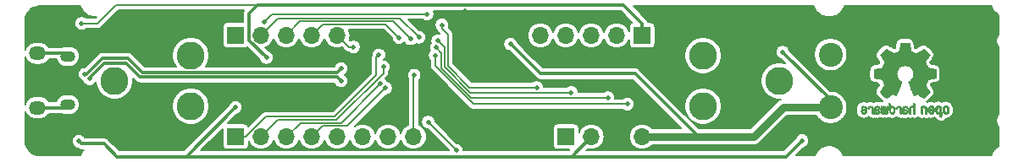
<source format=gbl>
G04 #@! TF.GenerationSoftware,KiCad,Pcbnew,(5.1.4-0-10_14)*
G04 #@! TF.CreationDate,2019-12-02T08:33:35-08:00*
G04 #@! TF.ProjectId,STM32L0xx_18650,53544d33-324c-4307-9878-5f3138363530,rev?*
G04 #@! TF.SameCoordinates,Original*
G04 #@! TF.FileFunction,Copper,L2,Bot*
G04 #@! TF.FilePolarity,Positive*
%FSLAX46Y46*%
G04 Gerber Fmt 4.6, Leading zero omitted, Abs format (unit mm)*
G04 Created by KiCad (PCBNEW (5.1.4-0-10_14)) date 2019-12-02 08:33:35*
%MOMM*%
%LPD*%
G04 APERTURE LIST*
%ADD10C,0.010000*%
%ADD11C,2.800000*%
%ADD12O,1.700000X1.700000*%
%ADD13R,1.700000X1.700000*%
%ADD14O,1.700000X1.350000*%
%ADD15O,1.500000X1.100000*%
%ADD16C,2.400000*%
%ADD17C,0.508000*%
%ADD18C,0.152400*%
%ADD19C,0.310000*%
%ADD20C,0.762000*%
%ADD21C,0.309880*%
G04 APERTURE END LIST*
D10*
G36*
X146435122Y-96187776D02*
G01*
X146329388Y-96188355D01*
X146252868Y-96189922D01*
X146200628Y-96192972D01*
X146167737Y-96197996D01*
X146149263Y-96205489D01*
X146140273Y-96215944D01*
X146135837Y-96229853D01*
X146135406Y-96231654D01*
X146128667Y-96264145D01*
X146116192Y-96328252D01*
X146099281Y-96417151D01*
X146079229Y-96524019D01*
X146057336Y-96642033D01*
X146056571Y-96646178D01*
X146034641Y-96761831D01*
X146014123Y-96864014D01*
X145996341Y-96946598D01*
X145982619Y-97003456D01*
X145974282Y-97028458D01*
X145973884Y-97028901D01*
X145949323Y-97041110D01*
X145898685Y-97061456D01*
X145832905Y-97085545D01*
X145832539Y-97085674D01*
X145749683Y-97116818D01*
X145652000Y-97156491D01*
X145559923Y-97196381D01*
X145555566Y-97198353D01*
X145405593Y-97266420D01*
X145073502Y-97039639D01*
X144971626Y-96970504D01*
X144879343Y-96908697D01*
X144801997Y-96857733D01*
X144744936Y-96821127D01*
X144713505Y-96802394D01*
X144710521Y-96801004D01*
X144687679Y-96807190D01*
X144645018Y-96837035D01*
X144580872Y-96891947D01*
X144493579Y-96973334D01*
X144404465Y-97059922D01*
X144318559Y-97145247D01*
X144241673Y-97223108D01*
X144178436Y-97288697D01*
X144133477Y-97337205D01*
X144111424Y-97363825D01*
X144110604Y-97365195D01*
X144108166Y-97383463D01*
X144117350Y-97413295D01*
X144140426Y-97458721D01*
X144179663Y-97523770D01*
X144237330Y-97612470D01*
X144314205Y-97726657D01*
X144382430Y-97827162D01*
X144443418Y-97917303D01*
X144493644Y-97991849D01*
X144529584Y-98045565D01*
X144547713Y-98073218D01*
X144548854Y-98075095D01*
X144546641Y-98101590D01*
X144529862Y-98153086D01*
X144501858Y-98219851D01*
X144491878Y-98241172D01*
X144448328Y-98336159D01*
X144401866Y-98443937D01*
X144364123Y-98537192D01*
X144336927Y-98606406D01*
X144315325Y-98659006D01*
X144302842Y-98686497D01*
X144301291Y-98688616D01*
X144278332Y-98692124D01*
X144224214Y-98701738D01*
X144146132Y-98716089D01*
X144051281Y-98733807D01*
X143946857Y-98753525D01*
X143840056Y-98773874D01*
X143738074Y-98793486D01*
X143648106Y-98810991D01*
X143577347Y-98825022D01*
X143532994Y-98834209D01*
X143522115Y-98836807D01*
X143510878Y-98843218D01*
X143502395Y-98857697D01*
X143496286Y-98885133D01*
X143492168Y-98930411D01*
X143489659Y-98998420D01*
X143488379Y-99094047D01*
X143487946Y-99222180D01*
X143487923Y-99274701D01*
X143487923Y-99701845D01*
X143590500Y-99722091D01*
X143647569Y-99733070D01*
X143732731Y-99749095D01*
X143835628Y-99768233D01*
X143945904Y-99788551D01*
X143976385Y-99794132D01*
X144078145Y-99813917D01*
X144166795Y-99833373D01*
X144234892Y-99850697D01*
X144274996Y-99864088D01*
X144281677Y-99868079D01*
X144298081Y-99896342D01*
X144321601Y-99951109D01*
X144347684Y-100021588D01*
X144352858Y-100036769D01*
X144387044Y-100130896D01*
X144429477Y-100237101D01*
X144471003Y-100332473D01*
X144471208Y-100332916D01*
X144540360Y-100482525D01*
X144085488Y-101151617D01*
X144377500Y-101444116D01*
X144465820Y-101531170D01*
X144546375Y-101607909D01*
X144614640Y-101670237D01*
X144666092Y-101714056D01*
X144696206Y-101735270D01*
X144700526Y-101736616D01*
X144725889Y-101726016D01*
X144777642Y-101696547D01*
X144850132Y-101651705D01*
X144937706Y-101594984D01*
X145032388Y-101531462D01*
X145128484Y-101466668D01*
X145214163Y-101410287D01*
X145283984Y-101365788D01*
X145332506Y-101336639D01*
X145354218Y-101326308D01*
X145380707Y-101335050D01*
X145430938Y-101358087D01*
X145494549Y-101390631D01*
X145501292Y-101394249D01*
X145586954Y-101437210D01*
X145645694Y-101458279D01*
X145682228Y-101458503D01*
X145701269Y-101438928D01*
X145701380Y-101438654D01*
X145710898Y-101415472D01*
X145733597Y-101360441D01*
X145767718Y-101277822D01*
X145811500Y-101171872D01*
X145863184Y-101046852D01*
X145921008Y-100907020D01*
X145977009Y-100771637D01*
X146038553Y-100622234D01*
X146095061Y-100483832D01*
X146144839Y-100360673D01*
X146186194Y-100257002D01*
X146217432Y-100177059D01*
X146236859Y-100125088D01*
X146242846Y-100105692D01*
X146227832Y-100083443D01*
X146188561Y-100047982D01*
X146136193Y-100008887D01*
X145987059Y-99885245D01*
X145870489Y-99743522D01*
X145787882Y-99586704D01*
X145740634Y-99417775D01*
X145730143Y-99239722D01*
X145737769Y-99157539D01*
X145779318Y-98987031D01*
X145850877Y-98836459D01*
X145948005Y-98707309D01*
X146066266Y-98601064D01*
X146201220Y-98519210D01*
X146348429Y-98463232D01*
X146503456Y-98434615D01*
X146661861Y-98434844D01*
X146819206Y-98465405D01*
X146971054Y-98527782D01*
X147112965Y-98623460D01*
X147172197Y-98677572D01*
X147285797Y-98816520D01*
X147364894Y-98968361D01*
X147410014Y-99128667D01*
X147421684Y-99293012D01*
X147400431Y-99456971D01*
X147346780Y-99616118D01*
X147261260Y-99766025D01*
X147144395Y-99902267D01*
X147013807Y-100008887D01*
X146959412Y-100049642D01*
X146920986Y-100084718D01*
X146907154Y-100105726D01*
X146914397Y-100128635D01*
X146934995Y-100183365D01*
X146967254Y-100265672D01*
X147009479Y-100371315D01*
X147059977Y-100496050D01*
X147117052Y-100635636D01*
X147173146Y-100771670D01*
X147235033Y-100921201D01*
X147292356Y-101059767D01*
X147343356Y-101183107D01*
X147386273Y-101286964D01*
X147419347Y-101367080D01*
X147440819Y-101419195D01*
X147448775Y-101438654D01*
X147467571Y-101458423D01*
X147503926Y-101458365D01*
X147562521Y-101437441D01*
X147648032Y-101394613D01*
X147648708Y-101394249D01*
X147713093Y-101361012D01*
X147765139Y-101336802D01*
X147794488Y-101326404D01*
X147795783Y-101326308D01*
X147817876Y-101336855D01*
X147866652Y-101366184D01*
X147936669Y-101410827D01*
X148022486Y-101467314D01*
X148117612Y-101531462D01*
X148214460Y-101596411D01*
X148301747Y-101652896D01*
X148373819Y-101697421D01*
X148425023Y-101726490D01*
X148449474Y-101736616D01*
X148471990Y-101723307D01*
X148517258Y-101686112D01*
X148580756Y-101629128D01*
X148657961Y-101556449D01*
X148744349Y-101472171D01*
X148772601Y-101444016D01*
X149064713Y-101151416D01*
X148842369Y-100825104D01*
X148774798Y-100724897D01*
X148715493Y-100634963D01*
X148667783Y-100560510D01*
X148634993Y-100506751D01*
X148620452Y-100478894D01*
X148620026Y-100476912D01*
X148627692Y-100450655D01*
X148648311Y-100397837D01*
X148678315Y-100327310D01*
X148699375Y-100280093D01*
X148738752Y-100189694D01*
X148775835Y-100098366D01*
X148804585Y-100021200D01*
X148812395Y-99997692D01*
X148834583Y-99934916D01*
X148856273Y-99886411D01*
X148868187Y-99868079D01*
X148894477Y-99856859D01*
X148951858Y-99840954D01*
X149032882Y-99822167D01*
X149130105Y-99802299D01*
X149173615Y-99794132D01*
X149284104Y-99773829D01*
X149390084Y-99754170D01*
X149481199Y-99737088D01*
X149547092Y-99724518D01*
X149559500Y-99722091D01*
X149662077Y-99701845D01*
X149662077Y-99274701D01*
X149661847Y-99134246D01*
X149660901Y-99027979D01*
X149658859Y-98951013D01*
X149655338Y-98898460D01*
X149649957Y-98865433D01*
X149642334Y-98847045D01*
X149632088Y-98838408D01*
X149627885Y-98836807D01*
X149602530Y-98831127D01*
X149546516Y-98819795D01*
X149467036Y-98804179D01*
X149371288Y-98785647D01*
X149266467Y-98765569D01*
X149159768Y-98745312D01*
X149058387Y-98726246D01*
X148969521Y-98709739D01*
X148900363Y-98697159D01*
X148858111Y-98689875D01*
X148848710Y-98688616D01*
X148840193Y-98671763D01*
X148821340Y-98626870D01*
X148795676Y-98562430D01*
X148785877Y-98537192D01*
X148746352Y-98439686D01*
X148699808Y-98331959D01*
X148658123Y-98241172D01*
X148627450Y-98171753D01*
X148607044Y-98114710D01*
X148600232Y-98079777D01*
X148601318Y-98075095D01*
X148615715Y-98052991D01*
X148648588Y-98003831D01*
X148696410Y-97932848D01*
X148755652Y-97845278D01*
X148822785Y-97746357D01*
X148836059Y-97726830D01*
X148913954Y-97611140D01*
X148971213Y-97523044D01*
X149010119Y-97458486D01*
X149032956Y-97413411D01*
X149042006Y-97383763D01*
X149039552Y-97365485D01*
X149039489Y-97365369D01*
X149020173Y-97341361D01*
X148977449Y-97294947D01*
X148915949Y-97230937D01*
X148840302Y-97154145D01*
X148755139Y-97069382D01*
X148745535Y-97059922D01*
X148638210Y-96955989D01*
X148555385Y-96879675D01*
X148495395Y-96829571D01*
X148456577Y-96804270D01*
X148439480Y-96801004D01*
X148414527Y-96815250D01*
X148362745Y-96848156D01*
X148289480Y-96896208D01*
X148200080Y-96955890D01*
X148099889Y-97023688D01*
X148076499Y-97039639D01*
X147744407Y-97266420D01*
X147594435Y-97198353D01*
X147503230Y-97158685D01*
X147405331Y-97118791D01*
X147321169Y-97086983D01*
X147317462Y-97085674D01*
X147251631Y-97061576D01*
X147200884Y-97041200D01*
X147176158Y-97028936D01*
X147176116Y-97028901D01*
X147168271Y-97006734D01*
X147154934Y-96952217D01*
X147137430Y-96871480D01*
X147117083Y-96770650D01*
X147095218Y-96655856D01*
X147093429Y-96646178D01*
X147071496Y-96527904D01*
X147051360Y-96420542D01*
X147034320Y-96330917D01*
X147021672Y-96265851D01*
X147014716Y-96232168D01*
X147014594Y-96231654D01*
X147010361Y-96217325D01*
X147002129Y-96206507D01*
X146984967Y-96198706D01*
X146953942Y-96193429D01*
X146904122Y-96190182D01*
X146830576Y-96188472D01*
X146728371Y-96187807D01*
X146592575Y-96187693D01*
X146575000Y-96187692D01*
X146435122Y-96187776D01*
X146435122Y-96187776D01*
G37*
X146435122Y-96187776D02*
X146329388Y-96188355D01*
X146252868Y-96189922D01*
X146200628Y-96192972D01*
X146167737Y-96197996D01*
X146149263Y-96205489D01*
X146140273Y-96215944D01*
X146135837Y-96229853D01*
X146135406Y-96231654D01*
X146128667Y-96264145D01*
X146116192Y-96328252D01*
X146099281Y-96417151D01*
X146079229Y-96524019D01*
X146057336Y-96642033D01*
X146056571Y-96646178D01*
X146034641Y-96761831D01*
X146014123Y-96864014D01*
X145996341Y-96946598D01*
X145982619Y-97003456D01*
X145974282Y-97028458D01*
X145973884Y-97028901D01*
X145949323Y-97041110D01*
X145898685Y-97061456D01*
X145832905Y-97085545D01*
X145832539Y-97085674D01*
X145749683Y-97116818D01*
X145652000Y-97156491D01*
X145559923Y-97196381D01*
X145555566Y-97198353D01*
X145405593Y-97266420D01*
X145073502Y-97039639D01*
X144971626Y-96970504D01*
X144879343Y-96908697D01*
X144801997Y-96857733D01*
X144744936Y-96821127D01*
X144713505Y-96802394D01*
X144710521Y-96801004D01*
X144687679Y-96807190D01*
X144645018Y-96837035D01*
X144580872Y-96891947D01*
X144493579Y-96973334D01*
X144404465Y-97059922D01*
X144318559Y-97145247D01*
X144241673Y-97223108D01*
X144178436Y-97288697D01*
X144133477Y-97337205D01*
X144111424Y-97363825D01*
X144110604Y-97365195D01*
X144108166Y-97383463D01*
X144117350Y-97413295D01*
X144140426Y-97458721D01*
X144179663Y-97523770D01*
X144237330Y-97612470D01*
X144314205Y-97726657D01*
X144382430Y-97827162D01*
X144443418Y-97917303D01*
X144493644Y-97991849D01*
X144529584Y-98045565D01*
X144547713Y-98073218D01*
X144548854Y-98075095D01*
X144546641Y-98101590D01*
X144529862Y-98153086D01*
X144501858Y-98219851D01*
X144491878Y-98241172D01*
X144448328Y-98336159D01*
X144401866Y-98443937D01*
X144364123Y-98537192D01*
X144336927Y-98606406D01*
X144315325Y-98659006D01*
X144302842Y-98686497D01*
X144301291Y-98688616D01*
X144278332Y-98692124D01*
X144224214Y-98701738D01*
X144146132Y-98716089D01*
X144051281Y-98733807D01*
X143946857Y-98753525D01*
X143840056Y-98773874D01*
X143738074Y-98793486D01*
X143648106Y-98810991D01*
X143577347Y-98825022D01*
X143532994Y-98834209D01*
X143522115Y-98836807D01*
X143510878Y-98843218D01*
X143502395Y-98857697D01*
X143496286Y-98885133D01*
X143492168Y-98930411D01*
X143489659Y-98998420D01*
X143488379Y-99094047D01*
X143487946Y-99222180D01*
X143487923Y-99274701D01*
X143487923Y-99701845D01*
X143590500Y-99722091D01*
X143647569Y-99733070D01*
X143732731Y-99749095D01*
X143835628Y-99768233D01*
X143945904Y-99788551D01*
X143976385Y-99794132D01*
X144078145Y-99813917D01*
X144166795Y-99833373D01*
X144234892Y-99850697D01*
X144274996Y-99864088D01*
X144281677Y-99868079D01*
X144298081Y-99896342D01*
X144321601Y-99951109D01*
X144347684Y-100021588D01*
X144352858Y-100036769D01*
X144387044Y-100130896D01*
X144429477Y-100237101D01*
X144471003Y-100332473D01*
X144471208Y-100332916D01*
X144540360Y-100482525D01*
X144085488Y-101151617D01*
X144377500Y-101444116D01*
X144465820Y-101531170D01*
X144546375Y-101607909D01*
X144614640Y-101670237D01*
X144666092Y-101714056D01*
X144696206Y-101735270D01*
X144700526Y-101736616D01*
X144725889Y-101726016D01*
X144777642Y-101696547D01*
X144850132Y-101651705D01*
X144937706Y-101594984D01*
X145032388Y-101531462D01*
X145128484Y-101466668D01*
X145214163Y-101410287D01*
X145283984Y-101365788D01*
X145332506Y-101336639D01*
X145354218Y-101326308D01*
X145380707Y-101335050D01*
X145430938Y-101358087D01*
X145494549Y-101390631D01*
X145501292Y-101394249D01*
X145586954Y-101437210D01*
X145645694Y-101458279D01*
X145682228Y-101458503D01*
X145701269Y-101438928D01*
X145701380Y-101438654D01*
X145710898Y-101415472D01*
X145733597Y-101360441D01*
X145767718Y-101277822D01*
X145811500Y-101171872D01*
X145863184Y-101046852D01*
X145921008Y-100907020D01*
X145977009Y-100771637D01*
X146038553Y-100622234D01*
X146095061Y-100483832D01*
X146144839Y-100360673D01*
X146186194Y-100257002D01*
X146217432Y-100177059D01*
X146236859Y-100125088D01*
X146242846Y-100105692D01*
X146227832Y-100083443D01*
X146188561Y-100047982D01*
X146136193Y-100008887D01*
X145987059Y-99885245D01*
X145870489Y-99743522D01*
X145787882Y-99586704D01*
X145740634Y-99417775D01*
X145730143Y-99239722D01*
X145737769Y-99157539D01*
X145779318Y-98987031D01*
X145850877Y-98836459D01*
X145948005Y-98707309D01*
X146066266Y-98601064D01*
X146201220Y-98519210D01*
X146348429Y-98463232D01*
X146503456Y-98434615D01*
X146661861Y-98434844D01*
X146819206Y-98465405D01*
X146971054Y-98527782D01*
X147112965Y-98623460D01*
X147172197Y-98677572D01*
X147285797Y-98816520D01*
X147364894Y-98968361D01*
X147410014Y-99128667D01*
X147421684Y-99293012D01*
X147400431Y-99456971D01*
X147346780Y-99616118D01*
X147261260Y-99766025D01*
X147144395Y-99902267D01*
X147013807Y-100008887D01*
X146959412Y-100049642D01*
X146920986Y-100084718D01*
X146907154Y-100105726D01*
X146914397Y-100128635D01*
X146934995Y-100183365D01*
X146967254Y-100265672D01*
X147009479Y-100371315D01*
X147059977Y-100496050D01*
X147117052Y-100635636D01*
X147173146Y-100771670D01*
X147235033Y-100921201D01*
X147292356Y-101059767D01*
X147343356Y-101183107D01*
X147386273Y-101286964D01*
X147419347Y-101367080D01*
X147440819Y-101419195D01*
X147448775Y-101438654D01*
X147467571Y-101458423D01*
X147503926Y-101458365D01*
X147562521Y-101437441D01*
X147648032Y-101394613D01*
X147648708Y-101394249D01*
X147713093Y-101361012D01*
X147765139Y-101336802D01*
X147794488Y-101326404D01*
X147795783Y-101326308D01*
X147817876Y-101336855D01*
X147866652Y-101366184D01*
X147936669Y-101410827D01*
X148022486Y-101467314D01*
X148117612Y-101531462D01*
X148214460Y-101596411D01*
X148301747Y-101652896D01*
X148373819Y-101697421D01*
X148425023Y-101726490D01*
X148449474Y-101736616D01*
X148471990Y-101723307D01*
X148517258Y-101686112D01*
X148580756Y-101629128D01*
X148657961Y-101556449D01*
X148744349Y-101472171D01*
X148772601Y-101444016D01*
X149064713Y-101151416D01*
X148842369Y-100825104D01*
X148774798Y-100724897D01*
X148715493Y-100634963D01*
X148667783Y-100560510D01*
X148634993Y-100506751D01*
X148620452Y-100478894D01*
X148620026Y-100476912D01*
X148627692Y-100450655D01*
X148648311Y-100397837D01*
X148678315Y-100327310D01*
X148699375Y-100280093D01*
X148738752Y-100189694D01*
X148775835Y-100098366D01*
X148804585Y-100021200D01*
X148812395Y-99997692D01*
X148834583Y-99934916D01*
X148856273Y-99886411D01*
X148868187Y-99868079D01*
X148894477Y-99856859D01*
X148951858Y-99840954D01*
X149032882Y-99822167D01*
X149130105Y-99802299D01*
X149173615Y-99794132D01*
X149284104Y-99773829D01*
X149390084Y-99754170D01*
X149481199Y-99737088D01*
X149547092Y-99724518D01*
X149559500Y-99722091D01*
X149662077Y-99701845D01*
X149662077Y-99274701D01*
X149661847Y-99134246D01*
X149660901Y-99027979D01*
X149658859Y-98951013D01*
X149655338Y-98898460D01*
X149649957Y-98865433D01*
X149642334Y-98847045D01*
X149632088Y-98838408D01*
X149627885Y-98836807D01*
X149602530Y-98831127D01*
X149546516Y-98819795D01*
X149467036Y-98804179D01*
X149371288Y-98785647D01*
X149266467Y-98765569D01*
X149159768Y-98745312D01*
X149058387Y-98726246D01*
X148969521Y-98709739D01*
X148900363Y-98697159D01*
X148858111Y-98689875D01*
X148848710Y-98688616D01*
X148840193Y-98671763D01*
X148821340Y-98626870D01*
X148795676Y-98562430D01*
X148785877Y-98537192D01*
X148746352Y-98439686D01*
X148699808Y-98331959D01*
X148658123Y-98241172D01*
X148627450Y-98171753D01*
X148607044Y-98114710D01*
X148600232Y-98079777D01*
X148601318Y-98075095D01*
X148615715Y-98052991D01*
X148648588Y-98003831D01*
X148696410Y-97932848D01*
X148755652Y-97845278D01*
X148822785Y-97746357D01*
X148836059Y-97726830D01*
X148913954Y-97611140D01*
X148971213Y-97523044D01*
X149010119Y-97458486D01*
X149032956Y-97413411D01*
X149042006Y-97383763D01*
X149039552Y-97365485D01*
X149039489Y-97365369D01*
X149020173Y-97341361D01*
X148977449Y-97294947D01*
X148915949Y-97230937D01*
X148840302Y-97154145D01*
X148755139Y-97069382D01*
X148745535Y-97059922D01*
X148638210Y-96955989D01*
X148555385Y-96879675D01*
X148495395Y-96829571D01*
X148456577Y-96804270D01*
X148439480Y-96801004D01*
X148414527Y-96815250D01*
X148362745Y-96848156D01*
X148289480Y-96896208D01*
X148200080Y-96955890D01*
X148099889Y-97023688D01*
X148076499Y-97039639D01*
X147744407Y-97266420D01*
X147594435Y-97198353D01*
X147503230Y-97158685D01*
X147405331Y-97118791D01*
X147321169Y-97086983D01*
X147317462Y-97085674D01*
X147251631Y-97061576D01*
X147200884Y-97041200D01*
X147176158Y-97028936D01*
X147176116Y-97028901D01*
X147168271Y-97006734D01*
X147154934Y-96952217D01*
X147137430Y-96871480D01*
X147117083Y-96770650D01*
X147095218Y-96655856D01*
X147093429Y-96646178D01*
X147071496Y-96527904D01*
X147051360Y-96420542D01*
X147034320Y-96330917D01*
X147021672Y-96265851D01*
X147014716Y-96232168D01*
X147014594Y-96231654D01*
X147010361Y-96217325D01*
X147002129Y-96206507D01*
X146984967Y-96198706D01*
X146953942Y-96193429D01*
X146904122Y-96190182D01*
X146830576Y-96188472D01*
X146728371Y-96187807D01*
X146592575Y-96187693D01*
X146575000Y-96187692D01*
X146435122Y-96187776D01*
G36*
X142329776Y-102547838D02*
G01*
X142252472Y-102598361D01*
X142215186Y-102643590D01*
X142185647Y-102725663D01*
X142183301Y-102790607D01*
X142188615Y-102877445D01*
X142388885Y-102965103D01*
X142486261Y-103009887D01*
X142549887Y-103045913D01*
X142582971Y-103077117D01*
X142588720Y-103107436D01*
X142570342Y-103140805D01*
X142550077Y-103162923D01*
X142491111Y-103198393D01*
X142426976Y-103200879D01*
X142368074Y-103173235D01*
X142324803Y-103118320D01*
X142317064Y-103098928D01*
X142279994Y-103038364D01*
X142237346Y-103012552D01*
X142178846Y-102990471D01*
X142178846Y-103074184D01*
X142184018Y-103131150D01*
X142204277Y-103179189D01*
X142246738Y-103234346D01*
X142253049Y-103241514D01*
X142300280Y-103290585D01*
X142340879Y-103316920D01*
X142391672Y-103329035D01*
X142433780Y-103333003D01*
X142509098Y-103333991D01*
X142562714Y-103321466D01*
X142596162Y-103302869D01*
X142648732Y-103261975D01*
X142685121Y-103217748D01*
X142708150Y-103162126D01*
X142720641Y-103087047D01*
X142725413Y-102984449D01*
X142725794Y-102932376D01*
X142724499Y-102869948D01*
X142606529Y-102869948D01*
X142605161Y-102903438D01*
X142601751Y-102908923D01*
X142579247Y-102901472D01*
X142530818Y-102881753D01*
X142466092Y-102853718D01*
X142452557Y-102847692D01*
X142370756Y-102806096D01*
X142325688Y-102769538D01*
X142315783Y-102735296D01*
X142339474Y-102700648D01*
X142359040Y-102685339D01*
X142429640Y-102654721D01*
X142495720Y-102659780D01*
X142551041Y-102697151D01*
X142589364Y-102763473D01*
X142601651Y-102816116D01*
X142606529Y-102869948D01*
X142724499Y-102869948D01*
X142723270Y-102810720D01*
X142713968Y-102720710D01*
X142695540Y-102655167D01*
X142665640Y-102606912D01*
X142621920Y-102568767D01*
X142602859Y-102556440D01*
X142516274Y-102524336D01*
X142421478Y-102522316D01*
X142329776Y-102547838D01*
X142329776Y-102547838D01*
G37*
X142329776Y-102547838D02*
X142252472Y-102598361D01*
X142215186Y-102643590D01*
X142185647Y-102725663D01*
X142183301Y-102790607D01*
X142188615Y-102877445D01*
X142388885Y-102965103D01*
X142486261Y-103009887D01*
X142549887Y-103045913D01*
X142582971Y-103077117D01*
X142588720Y-103107436D01*
X142570342Y-103140805D01*
X142550077Y-103162923D01*
X142491111Y-103198393D01*
X142426976Y-103200879D01*
X142368074Y-103173235D01*
X142324803Y-103118320D01*
X142317064Y-103098928D01*
X142279994Y-103038364D01*
X142237346Y-103012552D01*
X142178846Y-102990471D01*
X142178846Y-103074184D01*
X142184018Y-103131150D01*
X142204277Y-103179189D01*
X142246738Y-103234346D01*
X142253049Y-103241514D01*
X142300280Y-103290585D01*
X142340879Y-103316920D01*
X142391672Y-103329035D01*
X142433780Y-103333003D01*
X142509098Y-103333991D01*
X142562714Y-103321466D01*
X142596162Y-103302869D01*
X142648732Y-103261975D01*
X142685121Y-103217748D01*
X142708150Y-103162126D01*
X142720641Y-103087047D01*
X142725413Y-102984449D01*
X142725794Y-102932376D01*
X142724499Y-102869948D01*
X142606529Y-102869948D01*
X142605161Y-102903438D01*
X142601751Y-102908923D01*
X142579247Y-102901472D01*
X142530818Y-102881753D01*
X142466092Y-102853718D01*
X142452557Y-102847692D01*
X142370756Y-102806096D01*
X142325688Y-102769538D01*
X142315783Y-102735296D01*
X142339474Y-102700648D01*
X142359040Y-102685339D01*
X142429640Y-102654721D01*
X142495720Y-102659780D01*
X142551041Y-102697151D01*
X142589364Y-102763473D01*
X142601651Y-102816116D01*
X142606529Y-102869948D01*
X142724499Y-102869948D01*
X142723270Y-102810720D01*
X142713968Y-102720710D01*
X142695540Y-102655167D01*
X142665640Y-102606912D01*
X142621920Y-102568767D01*
X142602859Y-102556440D01*
X142516274Y-102524336D01*
X142421478Y-102522316D01*
X142329776Y-102547838D01*
G36*
X143004193Y-102536782D02*
G01*
X142980839Y-102546988D01*
X142925098Y-102591134D01*
X142877431Y-102654967D01*
X142847952Y-102723087D01*
X142843154Y-102756670D01*
X142859240Y-102803556D01*
X142894525Y-102828365D01*
X142932356Y-102843387D01*
X142949679Y-102846155D01*
X142958114Y-102826066D01*
X142974770Y-102782351D01*
X142982077Y-102762598D01*
X143023052Y-102694271D01*
X143082378Y-102660191D01*
X143158448Y-102661239D01*
X143164082Y-102662581D01*
X143204695Y-102681836D01*
X143234552Y-102719375D01*
X143254945Y-102779809D01*
X143267164Y-102867751D01*
X143272500Y-102987813D01*
X143273000Y-103051698D01*
X143273248Y-103152403D01*
X143274874Y-103221054D01*
X143279199Y-103264673D01*
X143287546Y-103290282D01*
X143301235Y-103304903D01*
X143321589Y-103315558D01*
X143322766Y-103316095D01*
X143361962Y-103332667D01*
X143381381Y-103338769D01*
X143384365Y-103320319D01*
X143386919Y-103269323D01*
X143388860Y-103192308D01*
X143390003Y-103095805D01*
X143390231Y-103025184D01*
X143389068Y-102888525D01*
X143384521Y-102784851D01*
X143375001Y-102708108D01*
X143358919Y-102652246D01*
X143334687Y-102611212D01*
X143300714Y-102578954D01*
X143267167Y-102556440D01*
X143186501Y-102526476D01*
X143092619Y-102519718D01*
X143004193Y-102536782D01*
X143004193Y-102536782D01*
G37*
X143004193Y-102536782D02*
X142980839Y-102546988D01*
X142925098Y-102591134D01*
X142877431Y-102654967D01*
X142847952Y-102723087D01*
X142843154Y-102756670D01*
X142859240Y-102803556D01*
X142894525Y-102828365D01*
X142932356Y-102843387D01*
X142949679Y-102846155D01*
X142958114Y-102826066D01*
X142974770Y-102782351D01*
X142982077Y-102762598D01*
X143023052Y-102694271D01*
X143082378Y-102660191D01*
X143158448Y-102661239D01*
X143164082Y-102662581D01*
X143204695Y-102681836D01*
X143234552Y-102719375D01*
X143254945Y-102779809D01*
X143267164Y-102867751D01*
X143272500Y-102987813D01*
X143273000Y-103051698D01*
X143273248Y-103152403D01*
X143274874Y-103221054D01*
X143279199Y-103264673D01*
X143287546Y-103290282D01*
X143301235Y-103304903D01*
X143321589Y-103315558D01*
X143322766Y-103316095D01*
X143361962Y-103332667D01*
X143381381Y-103338769D01*
X143384365Y-103320319D01*
X143386919Y-103269323D01*
X143388860Y-103192308D01*
X143390003Y-103095805D01*
X143390231Y-103025184D01*
X143389068Y-102888525D01*
X143384521Y-102784851D01*
X143375001Y-102708108D01*
X143358919Y-102652246D01*
X143334687Y-102611212D01*
X143300714Y-102578954D01*
X143267167Y-102556440D01*
X143186501Y-102526476D01*
X143092619Y-102519718D01*
X143004193Y-102536782D01*
G36*
X143687667Y-102533528D02*
G01*
X143631410Y-102559117D01*
X143587253Y-102590124D01*
X143554899Y-102624795D01*
X143532562Y-102669520D01*
X143518454Y-102730692D01*
X143510789Y-102814701D01*
X143507780Y-102927940D01*
X143507462Y-103002509D01*
X143507462Y-103293420D01*
X143557227Y-103316095D01*
X143596424Y-103332667D01*
X143615843Y-103338769D01*
X143619558Y-103320610D01*
X143622505Y-103271648D01*
X143624309Y-103200153D01*
X143624692Y-103143385D01*
X143626339Y-103061371D01*
X143630778Y-102996309D01*
X143637260Y-102956467D01*
X143642410Y-102948000D01*
X143677023Y-102956646D01*
X143731360Y-102978823D01*
X143794278Y-103008886D01*
X143854632Y-103041192D01*
X143901279Y-103070098D01*
X143923074Y-103089961D01*
X143923161Y-103090175D01*
X143921286Y-103126935D01*
X143904475Y-103162026D01*
X143874961Y-103190528D01*
X143831884Y-103200061D01*
X143795068Y-103198950D01*
X143742926Y-103198133D01*
X143715556Y-103210349D01*
X143699118Y-103242624D01*
X143697045Y-103248710D01*
X143689919Y-103294739D01*
X143708976Y-103322687D01*
X143758647Y-103336007D01*
X143812303Y-103338470D01*
X143908858Y-103320210D01*
X143958841Y-103294131D01*
X144020571Y-103232868D01*
X144053310Y-103157670D01*
X144056247Y-103078211D01*
X144028576Y-103004167D01*
X143986953Y-102957769D01*
X143945396Y-102931793D01*
X143880078Y-102898907D01*
X143803962Y-102865557D01*
X143791274Y-102860461D01*
X143707667Y-102823565D01*
X143659470Y-102791046D01*
X143643970Y-102758718D01*
X143658450Y-102722394D01*
X143683308Y-102694000D01*
X143742061Y-102659039D01*
X143806707Y-102656417D01*
X143865992Y-102683358D01*
X143908661Y-102737088D01*
X143914261Y-102750950D01*
X143946867Y-102801936D01*
X143994470Y-102839787D01*
X144054539Y-102870850D01*
X144054539Y-102782768D01*
X144051003Y-102728951D01*
X144035844Y-102686534D01*
X144002232Y-102641279D01*
X143969965Y-102606420D01*
X143919791Y-102557062D01*
X143880807Y-102530547D01*
X143838936Y-102519911D01*
X143791540Y-102518154D01*
X143687667Y-102533528D01*
X143687667Y-102533528D01*
G37*
X143687667Y-102533528D02*
X143631410Y-102559117D01*
X143587253Y-102590124D01*
X143554899Y-102624795D01*
X143532562Y-102669520D01*
X143518454Y-102730692D01*
X143510789Y-102814701D01*
X143507780Y-102927940D01*
X143507462Y-103002509D01*
X143507462Y-103293420D01*
X143557227Y-103316095D01*
X143596424Y-103332667D01*
X143615843Y-103338769D01*
X143619558Y-103320610D01*
X143622505Y-103271648D01*
X143624309Y-103200153D01*
X143624692Y-103143385D01*
X143626339Y-103061371D01*
X143630778Y-102996309D01*
X143637260Y-102956467D01*
X143642410Y-102948000D01*
X143677023Y-102956646D01*
X143731360Y-102978823D01*
X143794278Y-103008886D01*
X143854632Y-103041192D01*
X143901279Y-103070098D01*
X143923074Y-103089961D01*
X143923161Y-103090175D01*
X143921286Y-103126935D01*
X143904475Y-103162026D01*
X143874961Y-103190528D01*
X143831884Y-103200061D01*
X143795068Y-103198950D01*
X143742926Y-103198133D01*
X143715556Y-103210349D01*
X143699118Y-103242624D01*
X143697045Y-103248710D01*
X143689919Y-103294739D01*
X143708976Y-103322687D01*
X143758647Y-103336007D01*
X143812303Y-103338470D01*
X143908858Y-103320210D01*
X143958841Y-103294131D01*
X144020571Y-103232868D01*
X144053310Y-103157670D01*
X144056247Y-103078211D01*
X144028576Y-103004167D01*
X143986953Y-102957769D01*
X143945396Y-102931793D01*
X143880078Y-102898907D01*
X143803962Y-102865557D01*
X143791274Y-102860461D01*
X143707667Y-102823565D01*
X143659470Y-102791046D01*
X143643970Y-102758718D01*
X143658450Y-102722394D01*
X143683308Y-102694000D01*
X143742061Y-102659039D01*
X143806707Y-102656417D01*
X143865992Y-102683358D01*
X143908661Y-102737088D01*
X143914261Y-102750950D01*
X143946867Y-102801936D01*
X143994470Y-102839787D01*
X144054539Y-102870850D01*
X144054539Y-102782768D01*
X144051003Y-102728951D01*
X144035844Y-102686534D01*
X144002232Y-102641279D01*
X143969965Y-102606420D01*
X143919791Y-102557062D01*
X143880807Y-102530547D01*
X143838936Y-102519911D01*
X143791540Y-102518154D01*
X143687667Y-102533528D01*
G36*
X144179071Y-102536662D02*
G01*
X144176089Y-102588068D01*
X144173753Y-102666192D01*
X144172251Y-102764857D01*
X144171769Y-102868343D01*
X144171769Y-103218533D01*
X144233599Y-103280363D01*
X144276207Y-103318462D01*
X144313610Y-103333895D01*
X144364730Y-103332918D01*
X144385022Y-103330433D01*
X144448446Y-103323200D01*
X144500905Y-103319055D01*
X144513692Y-103318672D01*
X144556801Y-103321176D01*
X144618456Y-103327462D01*
X144642362Y-103330433D01*
X144701078Y-103335028D01*
X144740536Y-103325046D01*
X144779662Y-103294228D01*
X144793785Y-103280363D01*
X144855615Y-103218533D01*
X144855615Y-102563503D01*
X144805850Y-102540829D01*
X144762998Y-102524034D01*
X144737927Y-102518154D01*
X144731499Y-102536736D01*
X144725491Y-102588655D01*
X144720303Y-102668172D01*
X144716336Y-102769546D01*
X144714423Y-102855192D01*
X144709077Y-103192231D01*
X144662440Y-103198825D01*
X144620024Y-103194214D01*
X144599240Y-103179287D01*
X144593430Y-103151377D01*
X144588470Y-103091925D01*
X144584754Y-103008466D01*
X144582676Y-102908532D01*
X144582376Y-102857104D01*
X144582077Y-102561054D01*
X144520546Y-102539604D01*
X144476996Y-102525020D01*
X144453306Y-102518219D01*
X144452623Y-102518154D01*
X144450246Y-102536642D01*
X144447634Y-102587906D01*
X144445005Y-102665649D01*
X144442579Y-102763574D01*
X144440885Y-102855192D01*
X144435539Y-103192231D01*
X144318308Y-103192231D01*
X144312928Y-102884746D01*
X144307549Y-102577261D01*
X144250399Y-102547707D01*
X144208203Y-102527413D01*
X144183230Y-102518204D01*
X144182509Y-102518154D01*
X144179071Y-102536662D01*
X144179071Y-102536662D01*
G37*
X144179071Y-102536662D02*
X144176089Y-102588068D01*
X144173753Y-102666192D01*
X144172251Y-102764857D01*
X144171769Y-102868343D01*
X144171769Y-103218533D01*
X144233599Y-103280363D01*
X144276207Y-103318462D01*
X144313610Y-103333895D01*
X144364730Y-103332918D01*
X144385022Y-103330433D01*
X144448446Y-103323200D01*
X144500905Y-103319055D01*
X144513692Y-103318672D01*
X144556801Y-103321176D01*
X144618456Y-103327462D01*
X144642362Y-103330433D01*
X144701078Y-103335028D01*
X144740536Y-103325046D01*
X144779662Y-103294228D01*
X144793785Y-103280363D01*
X144855615Y-103218533D01*
X144855615Y-102563503D01*
X144805850Y-102540829D01*
X144762998Y-102524034D01*
X144737927Y-102518154D01*
X144731499Y-102536736D01*
X144725491Y-102588655D01*
X144720303Y-102668172D01*
X144716336Y-102769546D01*
X144714423Y-102855192D01*
X144709077Y-103192231D01*
X144662440Y-103198825D01*
X144620024Y-103194214D01*
X144599240Y-103179287D01*
X144593430Y-103151377D01*
X144588470Y-103091925D01*
X144584754Y-103008466D01*
X144582676Y-102908532D01*
X144582376Y-102857104D01*
X144582077Y-102561054D01*
X144520546Y-102539604D01*
X144476996Y-102525020D01*
X144453306Y-102518219D01*
X144452623Y-102518154D01*
X144450246Y-102536642D01*
X144447634Y-102587906D01*
X144445005Y-102665649D01*
X144442579Y-102763574D01*
X144440885Y-102855192D01*
X144435539Y-103192231D01*
X144318308Y-103192231D01*
X144312928Y-102884746D01*
X144307549Y-102577261D01*
X144250399Y-102547707D01*
X144208203Y-102527413D01*
X144183230Y-102518204D01*
X144182509Y-102518154D01*
X144179071Y-102536662D01*
G36*
X144972919Y-102680289D02*
G01*
X144973167Y-102826320D01*
X144974128Y-102938655D01*
X144976206Y-103022678D01*
X144979807Y-103083769D01*
X144985335Y-103127309D01*
X144993196Y-103158679D01*
X145003793Y-103183262D01*
X145011818Y-103197294D01*
X145078272Y-103273388D01*
X145162530Y-103321084D01*
X145255751Y-103338199D01*
X145349100Y-103322546D01*
X145404688Y-103294418D01*
X145463043Y-103245760D01*
X145502814Y-103186333D01*
X145526810Y-103108507D01*
X145537839Y-103004652D01*
X145539401Y-102928462D01*
X145539191Y-102922986D01*
X145402692Y-102922986D01*
X145401859Y-103010355D01*
X145398039Y-103068192D01*
X145389254Y-103106029D01*
X145373526Y-103133398D01*
X145354734Y-103154042D01*
X145291625Y-103193890D01*
X145223863Y-103197295D01*
X145159821Y-103164025D01*
X145154836Y-103159517D01*
X145133561Y-103136067D01*
X145120221Y-103108166D01*
X145112999Y-103066641D01*
X145110077Y-103002316D01*
X145109615Y-102931200D01*
X145110617Y-102841858D01*
X145114762Y-102782258D01*
X145123764Y-102743089D01*
X145139333Y-102715040D01*
X145152098Y-102700144D01*
X145211400Y-102662575D01*
X145279699Y-102658057D01*
X145344890Y-102686753D01*
X145357472Y-102697406D01*
X145378889Y-102721063D01*
X145392256Y-102749251D01*
X145399434Y-102791245D01*
X145402281Y-102856319D01*
X145402692Y-102922986D01*
X145539191Y-102922986D01*
X145534678Y-102805765D01*
X145518638Y-102713577D01*
X145488472Y-102644269D01*
X145441371Y-102590211D01*
X145404688Y-102562505D01*
X145338010Y-102532572D01*
X145260728Y-102518678D01*
X145188890Y-102522397D01*
X145148692Y-102537400D01*
X145132918Y-102541670D01*
X145122450Y-102525750D01*
X145115144Y-102483089D01*
X145109615Y-102418106D01*
X145103563Y-102345732D01*
X145095156Y-102302187D01*
X145079859Y-102277287D01*
X145053136Y-102260845D01*
X145036346Y-102253564D01*
X144972846Y-102226963D01*
X144972919Y-102680289D01*
X144972919Y-102680289D01*
G37*
X144972919Y-102680289D02*
X144973167Y-102826320D01*
X144974128Y-102938655D01*
X144976206Y-103022678D01*
X144979807Y-103083769D01*
X144985335Y-103127309D01*
X144993196Y-103158679D01*
X145003793Y-103183262D01*
X145011818Y-103197294D01*
X145078272Y-103273388D01*
X145162530Y-103321084D01*
X145255751Y-103338199D01*
X145349100Y-103322546D01*
X145404688Y-103294418D01*
X145463043Y-103245760D01*
X145502814Y-103186333D01*
X145526810Y-103108507D01*
X145537839Y-103004652D01*
X145539401Y-102928462D01*
X145539191Y-102922986D01*
X145402692Y-102922986D01*
X145401859Y-103010355D01*
X145398039Y-103068192D01*
X145389254Y-103106029D01*
X145373526Y-103133398D01*
X145354734Y-103154042D01*
X145291625Y-103193890D01*
X145223863Y-103197295D01*
X145159821Y-103164025D01*
X145154836Y-103159517D01*
X145133561Y-103136067D01*
X145120221Y-103108166D01*
X145112999Y-103066641D01*
X145110077Y-103002316D01*
X145109615Y-102931200D01*
X145110617Y-102841858D01*
X145114762Y-102782258D01*
X145123764Y-102743089D01*
X145139333Y-102715040D01*
X145152098Y-102700144D01*
X145211400Y-102662575D01*
X145279699Y-102658057D01*
X145344890Y-102686753D01*
X145357472Y-102697406D01*
X145378889Y-102721063D01*
X145392256Y-102749251D01*
X145399434Y-102791245D01*
X145402281Y-102856319D01*
X145402692Y-102922986D01*
X145539191Y-102922986D01*
X145534678Y-102805765D01*
X145518638Y-102713577D01*
X145488472Y-102644269D01*
X145441371Y-102590211D01*
X145404688Y-102562505D01*
X145338010Y-102532572D01*
X145260728Y-102518678D01*
X145188890Y-102522397D01*
X145148692Y-102537400D01*
X145132918Y-102541670D01*
X145122450Y-102525750D01*
X145115144Y-102483089D01*
X145109615Y-102418106D01*
X145103563Y-102345732D01*
X145095156Y-102302187D01*
X145079859Y-102277287D01*
X145053136Y-102260845D01*
X145036346Y-102253564D01*
X144972846Y-102226963D01*
X144972919Y-102680289D01*
G36*
X145861638Y-102524670D02*
G01*
X145772883Y-102557421D01*
X145700978Y-102615350D01*
X145672856Y-102656128D01*
X145642198Y-102730954D01*
X145642835Y-102785058D01*
X145675013Y-102821446D01*
X145686919Y-102827633D01*
X145738325Y-102846925D01*
X145764578Y-102841982D01*
X145773470Y-102809587D01*
X145773923Y-102791692D01*
X145790203Y-102725859D01*
X145832635Y-102679807D01*
X145891612Y-102657564D01*
X145957525Y-102663161D01*
X146011105Y-102692229D01*
X146029202Y-102708810D01*
X146042029Y-102728925D01*
X146050694Y-102759332D01*
X146056304Y-102806788D01*
X146059965Y-102878050D01*
X146062785Y-102979875D01*
X146063516Y-103012115D01*
X146066180Y-103122410D01*
X146069208Y-103200036D01*
X146073750Y-103251396D01*
X146080954Y-103282890D01*
X146091967Y-103300920D01*
X146107940Y-103311888D01*
X146118166Y-103316733D01*
X146161594Y-103333301D01*
X146187158Y-103338769D01*
X146195605Y-103320507D01*
X146200761Y-103265296D01*
X146202654Y-103172499D01*
X146201311Y-103041478D01*
X146200893Y-103021269D01*
X146197942Y-102901733D01*
X146194452Y-102814449D01*
X146189486Y-102752591D01*
X146182107Y-102709336D01*
X146171376Y-102677860D01*
X146156355Y-102651339D01*
X146148498Y-102639975D01*
X146103447Y-102589692D01*
X146053060Y-102550581D01*
X146046892Y-102547167D01*
X145956542Y-102520212D01*
X145861638Y-102524670D01*
X145861638Y-102524670D01*
G37*
X145861638Y-102524670D02*
X145772883Y-102557421D01*
X145700978Y-102615350D01*
X145672856Y-102656128D01*
X145642198Y-102730954D01*
X145642835Y-102785058D01*
X145675013Y-102821446D01*
X145686919Y-102827633D01*
X145738325Y-102846925D01*
X145764578Y-102841982D01*
X145773470Y-102809587D01*
X145773923Y-102791692D01*
X145790203Y-102725859D01*
X145832635Y-102679807D01*
X145891612Y-102657564D01*
X145957525Y-102663161D01*
X146011105Y-102692229D01*
X146029202Y-102708810D01*
X146042029Y-102728925D01*
X146050694Y-102759332D01*
X146056304Y-102806788D01*
X146059965Y-102878050D01*
X146062785Y-102979875D01*
X146063516Y-103012115D01*
X146066180Y-103122410D01*
X146069208Y-103200036D01*
X146073750Y-103251396D01*
X146080954Y-103282890D01*
X146091967Y-103300920D01*
X146107940Y-103311888D01*
X146118166Y-103316733D01*
X146161594Y-103333301D01*
X146187158Y-103338769D01*
X146195605Y-103320507D01*
X146200761Y-103265296D01*
X146202654Y-103172499D01*
X146201311Y-103041478D01*
X146200893Y-103021269D01*
X146197942Y-102901733D01*
X146194452Y-102814449D01*
X146189486Y-102752591D01*
X146182107Y-102709336D01*
X146171376Y-102677860D01*
X146156355Y-102651339D01*
X146148498Y-102639975D01*
X146103447Y-102589692D01*
X146053060Y-102550581D01*
X146046892Y-102547167D01*
X145956542Y-102520212D01*
X145861638Y-102524670D01*
G36*
X146521499Y-102526303D02*
G01*
X146444940Y-102554733D01*
X146444064Y-102555279D01*
X146396715Y-102590127D01*
X146361759Y-102630852D01*
X146337175Y-102683925D01*
X146320938Y-102755814D01*
X146311025Y-102852992D01*
X146305414Y-102981928D01*
X146304923Y-103000298D01*
X146297859Y-103277287D01*
X146357305Y-103308028D01*
X146400319Y-103328802D01*
X146426290Y-103338646D01*
X146427491Y-103338769D01*
X146431986Y-103320606D01*
X146435556Y-103271612D01*
X146437752Y-103200031D01*
X146438231Y-103142068D01*
X146438242Y-103048170D01*
X146442534Y-102989203D01*
X146457497Y-102961079D01*
X146489518Y-102959706D01*
X146544986Y-102980998D01*
X146628731Y-103020136D01*
X146690311Y-103052643D01*
X146721983Y-103080845D01*
X146731294Y-103111582D01*
X146731308Y-103113104D01*
X146715943Y-103166054D01*
X146670453Y-103194660D01*
X146600834Y-103198803D01*
X146550687Y-103198084D01*
X146524246Y-103212527D01*
X146507757Y-103247218D01*
X146498267Y-103291416D01*
X146511943Y-103316493D01*
X146517093Y-103320082D01*
X146565575Y-103334496D01*
X146633469Y-103336537D01*
X146703388Y-103326983D01*
X146752932Y-103309522D01*
X146821430Y-103251364D01*
X146860366Y-103170408D01*
X146868077Y-103107160D01*
X146862193Y-103050111D01*
X146840899Y-103003542D01*
X146798735Y-102962181D01*
X146730241Y-102920755D01*
X146629956Y-102873993D01*
X146623846Y-102871350D01*
X146533510Y-102829617D01*
X146477765Y-102795391D01*
X146453871Y-102764635D01*
X146459087Y-102733311D01*
X146490672Y-102697383D01*
X146500117Y-102689116D01*
X146563383Y-102657058D01*
X146628936Y-102658407D01*
X146686028Y-102689838D01*
X146723907Y-102748024D01*
X146727426Y-102759446D01*
X146761700Y-102814837D01*
X146805191Y-102841518D01*
X146868077Y-102867960D01*
X146868077Y-102799548D01*
X146848948Y-102700110D01*
X146792169Y-102608902D01*
X146762622Y-102578389D01*
X146695458Y-102539228D01*
X146610044Y-102521500D01*
X146521499Y-102526303D01*
X146521499Y-102526303D01*
G37*
X146521499Y-102526303D02*
X146444940Y-102554733D01*
X146444064Y-102555279D01*
X146396715Y-102590127D01*
X146361759Y-102630852D01*
X146337175Y-102683925D01*
X146320938Y-102755814D01*
X146311025Y-102852992D01*
X146305414Y-102981928D01*
X146304923Y-103000298D01*
X146297859Y-103277287D01*
X146357305Y-103308028D01*
X146400319Y-103328802D01*
X146426290Y-103338646D01*
X146427491Y-103338769D01*
X146431986Y-103320606D01*
X146435556Y-103271612D01*
X146437752Y-103200031D01*
X146438231Y-103142068D01*
X146438242Y-103048170D01*
X146442534Y-102989203D01*
X146457497Y-102961079D01*
X146489518Y-102959706D01*
X146544986Y-102980998D01*
X146628731Y-103020136D01*
X146690311Y-103052643D01*
X146721983Y-103080845D01*
X146731294Y-103111582D01*
X146731308Y-103113104D01*
X146715943Y-103166054D01*
X146670453Y-103194660D01*
X146600834Y-103198803D01*
X146550687Y-103198084D01*
X146524246Y-103212527D01*
X146507757Y-103247218D01*
X146498267Y-103291416D01*
X146511943Y-103316493D01*
X146517093Y-103320082D01*
X146565575Y-103334496D01*
X146633469Y-103336537D01*
X146703388Y-103326983D01*
X146752932Y-103309522D01*
X146821430Y-103251364D01*
X146860366Y-103170408D01*
X146868077Y-103107160D01*
X146862193Y-103050111D01*
X146840899Y-103003542D01*
X146798735Y-102962181D01*
X146730241Y-102920755D01*
X146629956Y-102873993D01*
X146623846Y-102871350D01*
X146533510Y-102829617D01*
X146477765Y-102795391D01*
X146453871Y-102764635D01*
X146459087Y-102733311D01*
X146490672Y-102697383D01*
X146500117Y-102689116D01*
X146563383Y-102657058D01*
X146628936Y-102658407D01*
X146686028Y-102689838D01*
X146723907Y-102748024D01*
X146727426Y-102759446D01*
X146761700Y-102814837D01*
X146805191Y-102841518D01*
X146868077Y-102867960D01*
X146868077Y-102799548D01*
X146848948Y-102700110D01*
X146792169Y-102608902D01*
X146762622Y-102578389D01*
X146695458Y-102539228D01*
X146610044Y-102521500D01*
X146521499Y-102526303D01*
G36*
X147415154Y-102392120D02*
G01*
X147409428Y-102471980D01*
X147402851Y-102519039D01*
X147393738Y-102539566D01*
X147380402Y-102539829D01*
X147376077Y-102537378D01*
X147318556Y-102519636D01*
X147243732Y-102520672D01*
X147167661Y-102538910D01*
X147120082Y-102562505D01*
X147071298Y-102600198D01*
X147035636Y-102642855D01*
X147011155Y-102697057D01*
X146995913Y-102769384D01*
X146987970Y-102866419D01*
X146985384Y-102994742D01*
X146985338Y-103019358D01*
X146985308Y-103295870D01*
X147046839Y-103317320D01*
X147090541Y-103331912D01*
X147114518Y-103338706D01*
X147115223Y-103338769D01*
X147117585Y-103320345D01*
X147119594Y-103269526D01*
X147121099Y-103192993D01*
X147121947Y-103097430D01*
X147122077Y-103039329D01*
X147122349Y-102924771D01*
X147123748Y-102842667D01*
X147127151Y-102786393D01*
X147133433Y-102749326D01*
X147143471Y-102724844D01*
X147158139Y-102706325D01*
X147167298Y-102697406D01*
X147230211Y-102661466D01*
X147298864Y-102658775D01*
X147361152Y-102689170D01*
X147372671Y-102700144D01*
X147389567Y-102720779D01*
X147401286Y-102745256D01*
X147408767Y-102780647D01*
X147412946Y-102834026D01*
X147414763Y-102912466D01*
X147415154Y-103020617D01*
X147415154Y-103295870D01*
X147476685Y-103317320D01*
X147520387Y-103331912D01*
X147544364Y-103338706D01*
X147545070Y-103338769D01*
X147546874Y-103320069D01*
X147548500Y-103267322D01*
X147549883Y-103185557D01*
X147550958Y-103079805D01*
X147551660Y-102955094D01*
X147551923Y-102816455D01*
X147551923Y-102281806D01*
X147424923Y-102228236D01*
X147415154Y-102392120D01*
X147415154Y-102392120D01*
G37*
X147415154Y-102392120D02*
X147409428Y-102471980D01*
X147402851Y-102519039D01*
X147393738Y-102539566D01*
X147380402Y-102539829D01*
X147376077Y-102537378D01*
X147318556Y-102519636D01*
X147243732Y-102520672D01*
X147167661Y-102538910D01*
X147120082Y-102562505D01*
X147071298Y-102600198D01*
X147035636Y-102642855D01*
X147011155Y-102697057D01*
X146995913Y-102769384D01*
X146987970Y-102866419D01*
X146985384Y-102994742D01*
X146985338Y-103019358D01*
X146985308Y-103295870D01*
X147046839Y-103317320D01*
X147090541Y-103331912D01*
X147114518Y-103338706D01*
X147115223Y-103338769D01*
X147117585Y-103320345D01*
X147119594Y-103269526D01*
X147121099Y-103192993D01*
X147121947Y-103097430D01*
X147122077Y-103039329D01*
X147122349Y-102924771D01*
X147123748Y-102842667D01*
X147127151Y-102786393D01*
X147133433Y-102749326D01*
X147143471Y-102724844D01*
X147158139Y-102706325D01*
X147167298Y-102697406D01*
X147230211Y-102661466D01*
X147298864Y-102658775D01*
X147361152Y-102689170D01*
X147372671Y-102700144D01*
X147389567Y-102720779D01*
X147401286Y-102745256D01*
X147408767Y-102780647D01*
X147412946Y-102834026D01*
X147414763Y-102912466D01*
X147415154Y-103020617D01*
X147415154Y-103295870D01*
X147476685Y-103317320D01*
X147520387Y-103331912D01*
X147544364Y-103338706D01*
X147545070Y-103338769D01*
X147546874Y-103320069D01*
X147548500Y-103267322D01*
X147549883Y-103185557D01*
X147550958Y-103079805D01*
X147551660Y-102955094D01*
X147551923Y-102816455D01*
X147551923Y-102281806D01*
X147424923Y-102228236D01*
X147415154Y-102392120D01*
G36*
X149040746Y-102499745D02*
G01*
X148963714Y-102551567D01*
X148904184Y-102626412D01*
X148868622Y-102721654D01*
X148861429Y-102791756D01*
X148862246Y-102821009D01*
X148869086Y-102843407D01*
X148887888Y-102863474D01*
X148924592Y-102885733D01*
X148985138Y-102914709D01*
X149075466Y-102954927D01*
X149075923Y-102955129D01*
X149159067Y-102993210D01*
X149227247Y-103027025D01*
X149273495Y-103052933D01*
X149290842Y-103067295D01*
X149290846Y-103067411D01*
X149275557Y-103098685D01*
X149239804Y-103133157D01*
X149198758Y-103157990D01*
X149177963Y-103162923D01*
X149121230Y-103145862D01*
X149072373Y-103103133D01*
X149048535Y-103056155D01*
X149025603Y-103021522D01*
X148980682Y-102982081D01*
X148927877Y-102948009D01*
X148881290Y-102929480D01*
X148871548Y-102928462D01*
X148860582Y-102945215D01*
X148859921Y-102988039D01*
X148867980Y-103045781D01*
X148883173Y-103107289D01*
X148903914Y-103161409D01*
X148904962Y-103163510D01*
X148967379Y-103250660D01*
X149048274Y-103309939D01*
X149140144Y-103339034D01*
X149235487Y-103335634D01*
X149326802Y-103297428D01*
X149330862Y-103294741D01*
X149402694Y-103229642D01*
X149449927Y-103144705D01*
X149476066Y-103033021D01*
X149479574Y-103001643D01*
X149485787Y-102853536D01*
X149478339Y-102784468D01*
X149290846Y-102784468D01*
X149288410Y-102827552D01*
X149275086Y-102840126D01*
X149241868Y-102830719D01*
X149189506Y-102808483D01*
X149130976Y-102780610D01*
X149129521Y-102779872D01*
X149079911Y-102753777D01*
X149060000Y-102736363D01*
X149064910Y-102718107D01*
X149085584Y-102694120D01*
X149138181Y-102659406D01*
X149194823Y-102656856D01*
X149245631Y-102682119D01*
X149280724Y-102730847D01*
X149290846Y-102784468D01*
X149478339Y-102784468D01*
X149473008Y-102735036D01*
X149440222Y-102641055D01*
X149394579Y-102575215D01*
X149312198Y-102508681D01*
X149221454Y-102475676D01*
X149128815Y-102473573D01*
X149040746Y-102499745D01*
X149040746Y-102499745D01*
G37*
X149040746Y-102499745D02*
X148963714Y-102551567D01*
X148904184Y-102626412D01*
X148868622Y-102721654D01*
X148861429Y-102791756D01*
X148862246Y-102821009D01*
X148869086Y-102843407D01*
X148887888Y-102863474D01*
X148924592Y-102885733D01*
X148985138Y-102914709D01*
X149075466Y-102954927D01*
X149075923Y-102955129D01*
X149159067Y-102993210D01*
X149227247Y-103027025D01*
X149273495Y-103052933D01*
X149290842Y-103067295D01*
X149290846Y-103067411D01*
X149275557Y-103098685D01*
X149239804Y-103133157D01*
X149198758Y-103157990D01*
X149177963Y-103162923D01*
X149121230Y-103145862D01*
X149072373Y-103103133D01*
X149048535Y-103056155D01*
X149025603Y-103021522D01*
X148980682Y-102982081D01*
X148927877Y-102948009D01*
X148881290Y-102929480D01*
X148871548Y-102928462D01*
X148860582Y-102945215D01*
X148859921Y-102988039D01*
X148867980Y-103045781D01*
X148883173Y-103107289D01*
X148903914Y-103161409D01*
X148904962Y-103163510D01*
X148967379Y-103250660D01*
X149048274Y-103309939D01*
X149140144Y-103339034D01*
X149235487Y-103335634D01*
X149326802Y-103297428D01*
X149330862Y-103294741D01*
X149402694Y-103229642D01*
X149449927Y-103144705D01*
X149476066Y-103033021D01*
X149479574Y-103001643D01*
X149485787Y-102853536D01*
X149478339Y-102784468D01*
X149290846Y-102784468D01*
X149288410Y-102827552D01*
X149275086Y-102840126D01*
X149241868Y-102830719D01*
X149189506Y-102808483D01*
X149130976Y-102780610D01*
X149129521Y-102779872D01*
X149079911Y-102753777D01*
X149060000Y-102736363D01*
X149064910Y-102718107D01*
X149085584Y-102694120D01*
X149138181Y-102659406D01*
X149194823Y-102656856D01*
X149245631Y-102682119D01*
X149280724Y-102730847D01*
X149290846Y-102784468D01*
X149478339Y-102784468D01*
X149473008Y-102735036D01*
X149440222Y-102641055D01*
X149394579Y-102575215D01*
X149312198Y-102508681D01*
X149221454Y-102475676D01*
X149128815Y-102473573D01*
X149040746Y-102499745D01*
G36*
X150558114Y-102487256D02*
G01*
X150466536Y-102535409D01*
X150398951Y-102612905D01*
X150374943Y-102662727D01*
X150356262Y-102737533D01*
X150346699Y-102832052D01*
X150345792Y-102935210D01*
X150353079Y-103035935D01*
X150368097Y-103123153D01*
X150390385Y-103185791D01*
X150397235Y-103196579D01*
X150478368Y-103277105D01*
X150574734Y-103325336D01*
X150679299Y-103339450D01*
X150785032Y-103317629D01*
X150814457Y-103304547D01*
X150871759Y-103264231D01*
X150922050Y-103210775D01*
X150926803Y-103203995D01*
X150946122Y-103171321D01*
X150958892Y-103136394D01*
X150966436Y-103090414D01*
X150970076Y-103024584D01*
X150971135Y-102930105D01*
X150971154Y-102908923D01*
X150971106Y-102902182D01*
X150775769Y-102902182D01*
X150774632Y-102991349D01*
X150770159Y-103050520D01*
X150760754Y-103088741D01*
X150744824Y-103115053D01*
X150736692Y-103123846D01*
X150689942Y-103157261D01*
X150644553Y-103155737D01*
X150598660Y-103126752D01*
X150571288Y-103095809D01*
X150555077Y-103050643D01*
X150545974Y-102979420D01*
X150545349Y-102971114D01*
X150543796Y-102842037D01*
X150560035Y-102746172D01*
X150593848Y-102684107D01*
X150645016Y-102656432D01*
X150663280Y-102654923D01*
X150711240Y-102662513D01*
X150744047Y-102688808D01*
X150764105Y-102739095D01*
X150773822Y-102818664D01*
X150775769Y-102902182D01*
X150971106Y-102902182D01*
X150970426Y-102808249D01*
X150967371Y-102737906D01*
X150960678Y-102689163D01*
X150949040Y-102653288D01*
X150931147Y-102621548D01*
X150927192Y-102615648D01*
X150860733Y-102536104D01*
X150788315Y-102489929D01*
X150700151Y-102471599D01*
X150670213Y-102470703D01*
X150558114Y-102487256D01*
X150558114Y-102487256D01*
G37*
X150558114Y-102487256D02*
X150466536Y-102535409D01*
X150398951Y-102612905D01*
X150374943Y-102662727D01*
X150356262Y-102737533D01*
X150346699Y-102832052D01*
X150345792Y-102935210D01*
X150353079Y-103035935D01*
X150368097Y-103123153D01*
X150390385Y-103185791D01*
X150397235Y-103196579D01*
X150478368Y-103277105D01*
X150574734Y-103325336D01*
X150679299Y-103339450D01*
X150785032Y-103317629D01*
X150814457Y-103304547D01*
X150871759Y-103264231D01*
X150922050Y-103210775D01*
X150926803Y-103203995D01*
X150946122Y-103171321D01*
X150958892Y-103136394D01*
X150966436Y-103090414D01*
X150970076Y-103024584D01*
X150971135Y-102930105D01*
X150971154Y-102908923D01*
X150971106Y-102902182D01*
X150775769Y-102902182D01*
X150774632Y-102991349D01*
X150770159Y-103050520D01*
X150760754Y-103088741D01*
X150744824Y-103115053D01*
X150736692Y-103123846D01*
X150689942Y-103157261D01*
X150644553Y-103155737D01*
X150598660Y-103126752D01*
X150571288Y-103095809D01*
X150555077Y-103050643D01*
X150545974Y-102979420D01*
X150545349Y-102971114D01*
X150543796Y-102842037D01*
X150560035Y-102746172D01*
X150593848Y-102684107D01*
X150645016Y-102656432D01*
X150663280Y-102654923D01*
X150711240Y-102662513D01*
X150744047Y-102688808D01*
X150764105Y-102739095D01*
X150773822Y-102818664D01*
X150775769Y-102902182D01*
X150971106Y-102902182D01*
X150970426Y-102808249D01*
X150967371Y-102737906D01*
X150960678Y-102689163D01*
X150949040Y-102653288D01*
X150931147Y-102621548D01*
X150927192Y-102615648D01*
X150860733Y-102536104D01*
X150788315Y-102489929D01*
X150700151Y-102471599D01*
X150670213Y-102470703D01*
X150558114Y-102487256D01*
G36*
X148303336Y-102495089D02*
G01*
X148240633Y-102531358D01*
X148197039Y-102567358D01*
X148165155Y-102605075D01*
X148143190Y-102651199D01*
X148129351Y-102712421D01*
X148121847Y-102795431D01*
X148118883Y-102906919D01*
X148118539Y-102987062D01*
X148118539Y-103282065D01*
X148284615Y-103356515D01*
X148294385Y-103033402D01*
X148298421Y-102912729D01*
X148302656Y-102825141D01*
X148307903Y-102764650D01*
X148314975Y-102725268D01*
X148324689Y-102701007D01*
X148337856Y-102685880D01*
X148342081Y-102682606D01*
X148406091Y-102657034D01*
X148470792Y-102667153D01*
X148509308Y-102694000D01*
X148524975Y-102713024D01*
X148535820Y-102737988D01*
X148542712Y-102775834D01*
X148546521Y-102833502D01*
X148548117Y-102917935D01*
X148548385Y-103005928D01*
X148548437Y-103116323D01*
X148550328Y-103194463D01*
X148556655Y-103247165D01*
X148570017Y-103281242D01*
X148593015Y-103303511D01*
X148628246Y-103320787D01*
X148675303Y-103338738D01*
X148726697Y-103358278D01*
X148720579Y-103011485D01*
X148718116Y-102886468D01*
X148715233Y-102794082D01*
X148711102Y-102727881D01*
X148704893Y-102681420D01*
X148695774Y-102648256D01*
X148682917Y-102621944D01*
X148667416Y-102598729D01*
X148592629Y-102524569D01*
X148501372Y-102481684D01*
X148402117Y-102471412D01*
X148303336Y-102495089D01*
X148303336Y-102495089D01*
G37*
X148303336Y-102495089D02*
X148240633Y-102531358D01*
X148197039Y-102567358D01*
X148165155Y-102605075D01*
X148143190Y-102651199D01*
X148129351Y-102712421D01*
X148121847Y-102795431D01*
X148118883Y-102906919D01*
X148118539Y-102987062D01*
X148118539Y-103282065D01*
X148284615Y-103356515D01*
X148294385Y-103033402D01*
X148298421Y-102912729D01*
X148302656Y-102825141D01*
X148307903Y-102764650D01*
X148314975Y-102725268D01*
X148324689Y-102701007D01*
X148337856Y-102685880D01*
X148342081Y-102682606D01*
X148406091Y-102657034D01*
X148470792Y-102667153D01*
X148509308Y-102694000D01*
X148524975Y-102713024D01*
X148535820Y-102737988D01*
X148542712Y-102775834D01*
X148546521Y-102833502D01*
X148548117Y-102917935D01*
X148548385Y-103005928D01*
X148548437Y-103116323D01*
X148550328Y-103194463D01*
X148556655Y-103247165D01*
X148570017Y-103281242D01*
X148593015Y-103303511D01*
X148628246Y-103320787D01*
X148675303Y-103338738D01*
X148726697Y-103358278D01*
X148720579Y-103011485D01*
X148718116Y-102886468D01*
X148715233Y-102794082D01*
X148711102Y-102727881D01*
X148704893Y-102681420D01*
X148695774Y-102648256D01*
X148682917Y-102621944D01*
X148667416Y-102598729D01*
X148592629Y-102524569D01*
X148501372Y-102481684D01*
X148402117Y-102471412D01*
X148303336Y-102495089D01*
G36*
X149806114Y-102484505D02*
G01*
X149731461Y-102521727D01*
X149665569Y-102590261D01*
X149647423Y-102615648D01*
X149627655Y-102648866D01*
X149614828Y-102684945D01*
X149607490Y-102733098D01*
X149604187Y-102802536D01*
X149603462Y-102894206D01*
X149606737Y-103019830D01*
X149618123Y-103114154D01*
X149639959Y-103184523D01*
X149674581Y-103238286D01*
X149724330Y-103282788D01*
X149727986Y-103285423D01*
X149777015Y-103312377D01*
X149836055Y-103325712D01*
X149911141Y-103329000D01*
X150033205Y-103329000D01*
X150033256Y-103447497D01*
X150034392Y-103513492D01*
X150041314Y-103552202D01*
X150059402Y-103575419D01*
X150094038Y-103594933D01*
X150102355Y-103598920D01*
X150141280Y-103617603D01*
X150171417Y-103629403D01*
X150193826Y-103630422D01*
X150209567Y-103616761D01*
X150219698Y-103584522D01*
X150225277Y-103529804D01*
X150227365Y-103448711D01*
X150227019Y-103337344D01*
X150225300Y-103191802D01*
X150224763Y-103148269D01*
X150222828Y-102998205D01*
X150221096Y-102900042D01*
X150033308Y-102900042D01*
X150032252Y-102983364D01*
X150027562Y-103037880D01*
X150016949Y-103073837D01*
X149998128Y-103101482D01*
X149985350Y-103114965D01*
X149933110Y-103154417D01*
X149886858Y-103157628D01*
X149839133Y-103125049D01*
X149837923Y-103123846D01*
X149818506Y-103098668D01*
X149806693Y-103064447D01*
X149800735Y-103011748D01*
X149798880Y-102931131D01*
X149798846Y-102913271D01*
X149803330Y-102802175D01*
X149817926Y-102725161D01*
X149844350Y-102678147D01*
X149884317Y-102657050D01*
X149907416Y-102654923D01*
X149962238Y-102664900D01*
X149999842Y-102697752D01*
X150022477Y-102757857D01*
X150032394Y-102849598D01*
X150033308Y-102900042D01*
X150221096Y-102900042D01*
X150220778Y-102882060D01*
X150218127Y-102794679D01*
X150214394Y-102730905D01*
X150209093Y-102685582D01*
X150201742Y-102653555D01*
X150191857Y-102629668D01*
X150178954Y-102608764D01*
X150173421Y-102600898D01*
X150100031Y-102526595D01*
X150007240Y-102484467D01*
X149899904Y-102472722D01*
X149806114Y-102484505D01*
X149806114Y-102484505D01*
G37*
X149806114Y-102484505D02*
X149731461Y-102521727D01*
X149665569Y-102590261D01*
X149647423Y-102615648D01*
X149627655Y-102648866D01*
X149614828Y-102684945D01*
X149607490Y-102733098D01*
X149604187Y-102802536D01*
X149603462Y-102894206D01*
X149606737Y-103019830D01*
X149618123Y-103114154D01*
X149639959Y-103184523D01*
X149674581Y-103238286D01*
X149724330Y-103282788D01*
X149727986Y-103285423D01*
X149777015Y-103312377D01*
X149836055Y-103325712D01*
X149911141Y-103329000D01*
X150033205Y-103329000D01*
X150033256Y-103447497D01*
X150034392Y-103513492D01*
X150041314Y-103552202D01*
X150059402Y-103575419D01*
X150094038Y-103594933D01*
X150102355Y-103598920D01*
X150141280Y-103617603D01*
X150171417Y-103629403D01*
X150193826Y-103630422D01*
X150209567Y-103616761D01*
X150219698Y-103584522D01*
X150225277Y-103529804D01*
X150227365Y-103448711D01*
X150227019Y-103337344D01*
X150225300Y-103191802D01*
X150224763Y-103148269D01*
X150222828Y-102998205D01*
X150221096Y-102900042D01*
X150033308Y-102900042D01*
X150032252Y-102983364D01*
X150027562Y-103037880D01*
X150016949Y-103073837D01*
X149998128Y-103101482D01*
X149985350Y-103114965D01*
X149933110Y-103154417D01*
X149886858Y-103157628D01*
X149839133Y-103125049D01*
X149837923Y-103123846D01*
X149818506Y-103098668D01*
X149806693Y-103064447D01*
X149800735Y-103011748D01*
X149798880Y-102931131D01*
X149798846Y-102913271D01*
X149803330Y-102802175D01*
X149817926Y-102725161D01*
X149844350Y-102678147D01*
X149884317Y-102657050D01*
X149907416Y-102654923D01*
X149962238Y-102664900D01*
X149999842Y-102697752D01*
X150022477Y-102757857D01*
X150032394Y-102849598D01*
X150033308Y-102900042D01*
X150221096Y-102900042D01*
X150220778Y-102882060D01*
X150218127Y-102794679D01*
X150214394Y-102730905D01*
X150209093Y-102685582D01*
X150201742Y-102653555D01*
X150191857Y-102629668D01*
X150178954Y-102608764D01*
X150173421Y-102600898D01*
X150100031Y-102526595D01*
X150007240Y-102484467D01*
X149899904Y-102472722D01*
X149806114Y-102484505D01*
D11*
X75200000Y-97460000D03*
X75200000Y-102540000D03*
X126400000Y-97460000D03*
X126400000Y-102540000D03*
X134020000Y-100000000D03*
X67580000Y-100000000D03*
D12*
X97460000Y-105610000D03*
X94920000Y-105610000D03*
X92380000Y-105610000D03*
X89840000Y-105610000D03*
X87300000Y-105610000D03*
X84760000Y-105610000D03*
X82220000Y-105610000D03*
D13*
X79680000Y-105610000D03*
X112690000Y-105610000D03*
D12*
X115230000Y-105610000D03*
X117770000Y-105610000D03*
X120310000Y-105610000D03*
D14*
X59885000Y-102705000D03*
X59885000Y-97245000D03*
D15*
X62885000Y-102395000D03*
X62885000Y-97555000D03*
D16*
X139150000Y-102675000D03*
X139150000Y-97375000D03*
D13*
X120300000Y-95450000D03*
D12*
X117760000Y-95450000D03*
X115220000Y-95450000D03*
X112680000Y-95450000D03*
X110140000Y-95450000D03*
D13*
X79660000Y-95440000D03*
D12*
X82200000Y-95440000D03*
X84740000Y-95440000D03*
X87280000Y-95440000D03*
X89820000Y-95440000D03*
D17*
X98925000Y-104150000D03*
X101750000Y-106975000D03*
X113850000Y-93850000D03*
X117425000Y-93875000D03*
X102350000Y-96350000D03*
X102050000Y-104225000D03*
X91450000Y-95125000D03*
X153500000Y-102650000D03*
X102575000Y-93025000D03*
X104250000Y-95300000D03*
X104250000Y-94725000D03*
X109800000Y-93825000D03*
X64275000Y-94250000D03*
X82750000Y-97675000D03*
X134350000Y-97125000D03*
X107150000Y-96309210D03*
X136300000Y-106000000D03*
X64000000Y-106075000D03*
X79659302Y-102659302D03*
X97525000Y-99425000D03*
X94450000Y-98625000D03*
X94000000Y-97400000D03*
X91450000Y-96625000D03*
X96000000Y-95700000D03*
X97150000Y-95800000D03*
X98000000Y-95650000D03*
X82500000Y-94100000D03*
X98800000Y-93325000D03*
X90200000Y-98775000D03*
X64616513Y-99341513D03*
X90200000Y-100025000D03*
X65083487Y-99808487D03*
X99625000Y-97475000D03*
X118825000Y-102350000D03*
X99750000Y-96675000D03*
X116900000Y-101700000D03*
X113225000Y-101175000D03*
X99875000Y-95975000D03*
X100300000Y-94400000D03*
X109775000Y-100675000D03*
X94171792Y-100297302D03*
X94675000Y-100725000D03*
D18*
X101750000Y-106975000D02*
X98925000Y-104150000D01*
D19*
X62575000Y-102705000D02*
X62885000Y-102395000D01*
X59885000Y-102705000D02*
X62575000Y-102705000D01*
X62575000Y-97245000D02*
X62885000Y-97555000D01*
X59885000Y-97245000D02*
X62575000Y-97245000D01*
X120300000Y-95450000D02*
X120300000Y-94290000D01*
X120300000Y-94290000D02*
X118410000Y-92400000D01*
X118410000Y-92400000D02*
X81875000Y-92400000D01*
D18*
X64275000Y-94250000D02*
X65875000Y-94250000D01*
X67725000Y-92400000D02*
X81875000Y-92400000D01*
X65875000Y-94250000D02*
X67725000Y-92400000D01*
D19*
X81042599Y-95951449D02*
X81042599Y-93232401D01*
X82750000Y-97675000D02*
X81042599Y-95951449D01*
X81042599Y-93232401D02*
X81875000Y-92400000D01*
X139150000Y-101925000D02*
X139150000Y-102675000D01*
X134350000Y-97125000D02*
X139150000Y-101925000D01*
D20*
X121512081Y-105610000D02*
X120310000Y-105610000D01*
D19*
X119625000Y-99300000D02*
X125935000Y-105610000D01*
X107150000Y-96309210D02*
X110140790Y-99300000D01*
X110140790Y-99300000D02*
X119625000Y-99300000D01*
D20*
X125935000Y-105610000D02*
X121512081Y-105610000D01*
X139150000Y-102675000D02*
X134400000Y-102675000D01*
X131465000Y-105610000D02*
X125935000Y-105610000D01*
X134400000Y-102675000D02*
X131465000Y-105610000D01*
D19*
X113230000Y-107610000D02*
X115230000Y-105610000D01*
X77365000Y-107610000D02*
X113230000Y-107610000D01*
X75135000Y-107610000D02*
X77365000Y-107610000D01*
X74565000Y-107610000D02*
X75135000Y-107610000D01*
X67785000Y-107610000D02*
X73410000Y-107610000D01*
X64440000Y-106330000D02*
X66505000Y-106330000D01*
X66505000Y-106330000D02*
X67785000Y-107610000D01*
X73410000Y-107610000D02*
X74565000Y-107610000D01*
X134690000Y-107610000D02*
X113230000Y-107610000D01*
X136300000Y-106000000D02*
X134690000Y-107610000D01*
X64438999Y-106328999D02*
X64440000Y-106330000D01*
X64253999Y-106328999D02*
X64438999Y-106328999D01*
X64000000Y-106075000D02*
X64253999Y-106328999D01*
X74708604Y-107610000D02*
X74565000Y-107610000D01*
X79659302Y-102659302D02*
X74708604Y-107610000D01*
D18*
X97475000Y-105595000D02*
X97460000Y-105610000D01*
X97475000Y-99550000D02*
X97475000Y-105595000D01*
X97475000Y-99475000D02*
X97475000Y-99675000D01*
X97525000Y-99425000D02*
X97475000Y-99475000D01*
X94450000Y-99225000D02*
X89753223Y-103921777D01*
X89753223Y-103921777D02*
X83908223Y-103921777D01*
X83908223Y-103921777D02*
X83069999Y-104760001D01*
X83069999Y-104760001D02*
X82220000Y-105610000D01*
X94450000Y-98625000D02*
X94450000Y-99225000D01*
X93746001Y-97653999D02*
X93746001Y-99446001D01*
X94000000Y-97400000D02*
X93746001Y-97653999D01*
X89575036Y-103616966D02*
X82675434Y-103616966D01*
X80682400Y-105610000D02*
X79680000Y-105610000D01*
X93746001Y-99446001D02*
X89575036Y-103616966D01*
X82675434Y-103616966D02*
X80682400Y-105610000D01*
X91005000Y-96625000D02*
X91450000Y-96625000D01*
X89820000Y-95440000D02*
X91005000Y-96625000D01*
X94659622Y-94359622D02*
X95746001Y-95446001D01*
X95746001Y-95446001D02*
X96000000Y-95700000D01*
X87280000Y-95440000D02*
X88360378Y-94359622D01*
X88360378Y-94359622D02*
X94659622Y-94359622D01*
X96896001Y-95546001D02*
X97150000Y-95800000D01*
X84740000Y-95440000D02*
X86125189Y-94054811D01*
X95404811Y-94054811D02*
X96896001Y-95546001D01*
X86125189Y-94054811D02*
X95404811Y-94054811D01*
X96100000Y-93750000D02*
X98000000Y-95650000D01*
X83890000Y-93750000D02*
X96100000Y-93750000D01*
X82200000Y-95440000D02*
X83890000Y-93750000D01*
X98800000Y-93325000D02*
X83275000Y-93325000D01*
X83275000Y-93325000D02*
X82500000Y-94100000D01*
D21*
X89806140Y-99168860D02*
X70320742Y-99168860D01*
X90200000Y-98775000D02*
X89806140Y-99168860D01*
X70320742Y-99168860D02*
X68895742Y-97743860D01*
X64756605Y-99341513D02*
X64616513Y-99341513D01*
X66354258Y-97743860D02*
X64756605Y-99341513D01*
X68895742Y-97743860D02*
X66354258Y-97743860D01*
X90200000Y-100025000D02*
X89806140Y-99631140D01*
X89806140Y-99631140D02*
X70129258Y-99631140D01*
X70129258Y-99631140D02*
X68704258Y-98206140D01*
X65083487Y-99668395D02*
X65083487Y-99808487D01*
X66545742Y-98206140D02*
X65083487Y-99668395D01*
X68704258Y-98206140D02*
X66545742Y-98206140D01*
D18*
X99625000Y-98543200D02*
X99625000Y-97475000D01*
X103431800Y-102350000D02*
X99625000Y-98543200D01*
X118825000Y-102350000D02*
X103431800Y-102350000D01*
X103212866Y-101700000D02*
X116540790Y-101700000D01*
X116540790Y-101700000D02*
X116900000Y-101700000D01*
X99750000Y-96675000D02*
X100265378Y-97190378D01*
X100265378Y-98752512D02*
X103212866Y-101700000D01*
X100265378Y-97190378D02*
X100265378Y-98752512D01*
X103118933Y-101175000D02*
X100570189Y-98626256D01*
X100570189Y-96670189D02*
X99875000Y-95975000D01*
X100570189Y-98626256D02*
X100570189Y-96670189D01*
X113225000Y-101175000D02*
X103118933Y-101175000D01*
X103050000Y-100675000D02*
X109775000Y-100675000D01*
X100875000Y-98500000D02*
X103050000Y-100675000D01*
X100300000Y-94400000D02*
X100300000Y-94759210D01*
X100300000Y-94759210D02*
X100875000Y-95334210D01*
X100875000Y-95334210D02*
X100875000Y-98500000D01*
X90242506Y-104226588D02*
X93917793Y-100551301D01*
X84760000Y-105610000D02*
X86143412Y-104226588D01*
X86143412Y-104226588D02*
X90242506Y-104226588D01*
X93917793Y-100551301D02*
X94171792Y-100297302D01*
X88149999Y-104760001D02*
X87300000Y-105610000D01*
X88378601Y-104531399D02*
X88149999Y-104760001D01*
X90868601Y-104531399D02*
X88378601Y-104531399D01*
X94675000Y-100725000D02*
X90868601Y-104531399D01*
G36*
X64181663Y-92594256D02*
G01*
X64200648Y-92638550D01*
X64219046Y-92683188D01*
X64222580Y-92689725D01*
X64326004Y-92877853D01*
X64353263Y-92917664D01*
X64379949Y-92957830D01*
X64384686Y-92963556D01*
X64522681Y-93128012D01*
X64557163Y-93161779D01*
X64591132Y-93195986D01*
X64596891Y-93200683D01*
X64764201Y-93335204D01*
X64804530Y-93361594D01*
X64844554Y-93388591D01*
X64851116Y-93392079D01*
X65041369Y-93491541D01*
X65086095Y-93509611D01*
X65130556Y-93528301D01*
X65137670Y-93530449D01*
X65343619Y-93591063D01*
X65391034Y-93600108D01*
X65438251Y-93609800D01*
X65445647Y-93610526D01*
X65659445Y-93629983D01*
X65707679Y-93629646D01*
X65740782Y-93629877D01*
X65654059Y-93716600D01*
X64747388Y-93716600D01*
X64728363Y-93697575D01*
X64611879Y-93619743D01*
X64482449Y-93566131D01*
X64345047Y-93538800D01*
X64204953Y-93538800D01*
X64067551Y-93566131D01*
X63938121Y-93619743D01*
X63821637Y-93697575D01*
X63722575Y-93796637D01*
X63644743Y-93913121D01*
X63591131Y-94042551D01*
X63563800Y-94179953D01*
X63563800Y-94320047D01*
X63591131Y-94457449D01*
X63644743Y-94586879D01*
X63722575Y-94703363D01*
X63821637Y-94802425D01*
X63938121Y-94880257D01*
X64067551Y-94933869D01*
X64204953Y-94961200D01*
X64345047Y-94961200D01*
X64482449Y-94933869D01*
X64611879Y-94880257D01*
X64728363Y-94802425D01*
X64747388Y-94783400D01*
X65848813Y-94783400D01*
X65875000Y-94785979D01*
X65901187Y-94783400D01*
X65901195Y-94783400D01*
X65979565Y-94775681D01*
X66080111Y-94745181D01*
X66172775Y-94695651D01*
X66253995Y-94628995D01*
X66270696Y-94608645D01*
X67945942Y-92933400D01*
X80508253Y-92933400D01*
X80479065Y-92988007D01*
X80474264Y-92996989D01*
X80439257Y-93112389D01*
X80427438Y-93232401D01*
X80430400Y-93262477D01*
X80430400Y-94130588D01*
X78810000Y-94130588D01*
X78720373Y-94139415D01*
X78634191Y-94165559D01*
X78554764Y-94208013D01*
X78485147Y-94265147D01*
X78428013Y-94334764D01*
X78385559Y-94414191D01*
X78359415Y-94500373D01*
X78350588Y-94590000D01*
X78350588Y-96290000D01*
X78359415Y-96379627D01*
X78385559Y-96465809D01*
X78428013Y-96545236D01*
X78485147Y-96614853D01*
X78554764Y-96671987D01*
X78634191Y-96714441D01*
X78720373Y-96740585D01*
X78810000Y-96749412D01*
X80510000Y-96749412D01*
X80599627Y-96740585D01*
X80685809Y-96714441D01*
X80765236Y-96671987D01*
X80834853Y-96614853D01*
X80836303Y-96613086D01*
X82059187Y-97847538D01*
X82066131Y-97882449D01*
X82119743Y-98011879D01*
X82197575Y-98128363D01*
X82296637Y-98227425D01*
X82413121Y-98305257D01*
X82542551Y-98358869D01*
X82679953Y-98386200D01*
X82820047Y-98386200D01*
X82957449Y-98358869D01*
X83086879Y-98305257D01*
X83203363Y-98227425D01*
X83302425Y-98128363D01*
X83380257Y-98011879D01*
X83433869Y-97882449D01*
X83461200Y-97745047D01*
X83461200Y-97604953D01*
X83433869Y-97467551D01*
X83380257Y-97338121D01*
X83302425Y-97221637D01*
X83203363Y-97122575D01*
X83086879Y-97044743D01*
X82957449Y-96991131D01*
X82928586Y-96985390D01*
X82623602Y-96677521D01*
X82702664Y-96653538D01*
X82929755Y-96532155D01*
X83128802Y-96368802D01*
X83292155Y-96169755D01*
X83413538Y-95942664D01*
X83470000Y-95756534D01*
X83526462Y-95942664D01*
X83647845Y-96169755D01*
X83811198Y-96368802D01*
X84010245Y-96532155D01*
X84237336Y-96653538D01*
X84483744Y-96728285D01*
X84675791Y-96747200D01*
X84804209Y-96747200D01*
X84996256Y-96728285D01*
X85242664Y-96653538D01*
X85469755Y-96532155D01*
X85668802Y-96368802D01*
X85832155Y-96169755D01*
X85953538Y-95942664D01*
X86010000Y-95756534D01*
X86066462Y-95942664D01*
X86187845Y-96169755D01*
X86351198Y-96368802D01*
X86550245Y-96532155D01*
X86777336Y-96653538D01*
X87023744Y-96728285D01*
X87215791Y-96747200D01*
X87344209Y-96747200D01*
X87536256Y-96728285D01*
X87782664Y-96653538D01*
X88009755Y-96532155D01*
X88208802Y-96368802D01*
X88372155Y-96169755D01*
X88493538Y-95942664D01*
X88550000Y-95756534D01*
X88606462Y-95942664D01*
X88727845Y-96169755D01*
X88891198Y-96368802D01*
X89090245Y-96532155D01*
X89317336Y-96653538D01*
X89563744Y-96728285D01*
X89755791Y-96747200D01*
X89884209Y-96747200D01*
X90076256Y-96728285D01*
X90289313Y-96663655D01*
X90609309Y-96983651D01*
X90626005Y-97003995D01*
X90646349Y-97020691D01*
X90646351Y-97020693D01*
X90701107Y-97065630D01*
X90707225Y-97070651D01*
X90799889Y-97120181D01*
X90900435Y-97150681D01*
X90977482Y-97158270D01*
X90996637Y-97177425D01*
X91113121Y-97255257D01*
X91242551Y-97308869D01*
X91379953Y-97336200D01*
X91520047Y-97336200D01*
X91657449Y-97308869D01*
X91786879Y-97255257D01*
X91903363Y-97177425D01*
X92002425Y-97078363D01*
X92080257Y-96961879D01*
X92133869Y-96832449D01*
X92161200Y-96695047D01*
X92161200Y-96554953D01*
X92133869Y-96417551D01*
X92080257Y-96288121D01*
X92002425Y-96171637D01*
X91903363Y-96072575D01*
X91786879Y-95994743D01*
X91657449Y-95941131D01*
X91520047Y-95913800D01*
X91379953Y-95913800D01*
X91242551Y-95941131D01*
X91124409Y-95990067D01*
X91043655Y-95909313D01*
X91108285Y-95696256D01*
X91133524Y-95440000D01*
X91108285Y-95183744D01*
X91033538Y-94937336D01*
X91009852Y-94893022D01*
X94438681Y-94893022D01*
X95288800Y-95743142D01*
X95288800Y-95770047D01*
X95316131Y-95907449D01*
X95369743Y-96036879D01*
X95447575Y-96153363D01*
X95546637Y-96252425D01*
X95663121Y-96330257D01*
X95792551Y-96383869D01*
X95929953Y-96411200D01*
X96070047Y-96411200D01*
X96207449Y-96383869D01*
X96336879Y-96330257D01*
X96453363Y-96252425D01*
X96539436Y-96166352D01*
X96597575Y-96253363D01*
X96696637Y-96352425D01*
X96813121Y-96430257D01*
X96942551Y-96483869D01*
X97079953Y-96511200D01*
X97220047Y-96511200D01*
X97357449Y-96483869D01*
X97486879Y-96430257D01*
X97603363Y-96352425D01*
X97671896Y-96283892D01*
X97792551Y-96333869D01*
X97929953Y-96361200D01*
X98070047Y-96361200D01*
X98207449Y-96333869D01*
X98336879Y-96280257D01*
X98453363Y-96202425D01*
X98552425Y-96103363D01*
X98630257Y-95986879D01*
X98683869Y-95857449D01*
X98711200Y-95720047D01*
X98711200Y-95579953D01*
X98683869Y-95442551D01*
X98630257Y-95313121D01*
X98552425Y-95196637D01*
X98453363Y-95097575D01*
X98336879Y-95019743D01*
X98207449Y-94966131D01*
X98070047Y-94938800D01*
X98043141Y-94938800D01*
X96962741Y-93858400D01*
X98327612Y-93858400D01*
X98346637Y-93877425D01*
X98463121Y-93955257D01*
X98592551Y-94008869D01*
X98729953Y-94036200D01*
X98870047Y-94036200D01*
X99007449Y-94008869D01*
X99136879Y-93955257D01*
X99253363Y-93877425D01*
X99352425Y-93778363D01*
X99430257Y-93661879D01*
X99483869Y-93532449D01*
X99511200Y-93395047D01*
X99511200Y-93254953D01*
X99483869Y-93117551D01*
X99440231Y-93012200D01*
X118156419Y-93012200D01*
X119309168Y-94164949D01*
X119274191Y-94175559D01*
X119194764Y-94218013D01*
X119125147Y-94275147D01*
X119068013Y-94344764D01*
X119025559Y-94424191D01*
X118999415Y-94510373D01*
X118990588Y-94600000D01*
X118990588Y-95003542D01*
X118973538Y-94947336D01*
X118852155Y-94720245D01*
X118688802Y-94521198D01*
X118489755Y-94357845D01*
X118262664Y-94236462D01*
X118016256Y-94161715D01*
X117824209Y-94142800D01*
X117695791Y-94142800D01*
X117503744Y-94161715D01*
X117257336Y-94236462D01*
X117030245Y-94357845D01*
X116831198Y-94521198D01*
X116667845Y-94720245D01*
X116546462Y-94947336D01*
X116490000Y-95133466D01*
X116433538Y-94947336D01*
X116312155Y-94720245D01*
X116148802Y-94521198D01*
X115949755Y-94357845D01*
X115722664Y-94236462D01*
X115476256Y-94161715D01*
X115284209Y-94142800D01*
X115155791Y-94142800D01*
X114963744Y-94161715D01*
X114717336Y-94236462D01*
X114490245Y-94357845D01*
X114291198Y-94521198D01*
X114127845Y-94720245D01*
X114006462Y-94947336D01*
X113950000Y-95133466D01*
X113893538Y-94947336D01*
X113772155Y-94720245D01*
X113608802Y-94521198D01*
X113409755Y-94357845D01*
X113182664Y-94236462D01*
X112936256Y-94161715D01*
X112744209Y-94142800D01*
X112615791Y-94142800D01*
X112423744Y-94161715D01*
X112177336Y-94236462D01*
X111950245Y-94357845D01*
X111751198Y-94521198D01*
X111587845Y-94720245D01*
X111466462Y-94947336D01*
X111410000Y-95133466D01*
X111353538Y-94947336D01*
X111232155Y-94720245D01*
X111068802Y-94521198D01*
X110869755Y-94357845D01*
X110642664Y-94236462D01*
X110396256Y-94161715D01*
X110204209Y-94142800D01*
X110075791Y-94142800D01*
X109883744Y-94161715D01*
X109637336Y-94236462D01*
X109410245Y-94357845D01*
X109211198Y-94521198D01*
X109047845Y-94720245D01*
X108926462Y-94947336D01*
X108851715Y-95193744D01*
X108826476Y-95450000D01*
X108851715Y-95706256D01*
X108926462Y-95952664D01*
X109047845Y-96179755D01*
X109211198Y-96378802D01*
X109410245Y-96542155D01*
X109637336Y-96663538D01*
X109883744Y-96738285D01*
X110075791Y-96757200D01*
X110204209Y-96757200D01*
X110396256Y-96738285D01*
X110642664Y-96663538D01*
X110869755Y-96542155D01*
X111068802Y-96378802D01*
X111232155Y-96179755D01*
X111353538Y-95952664D01*
X111410000Y-95766534D01*
X111466462Y-95952664D01*
X111587845Y-96179755D01*
X111751198Y-96378802D01*
X111950245Y-96542155D01*
X112177336Y-96663538D01*
X112423744Y-96738285D01*
X112615791Y-96757200D01*
X112744209Y-96757200D01*
X112936256Y-96738285D01*
X113182664Y-96663538D01*
X113409755Y-96542155D01*
X113608802Y-96378802D01*
X113772155Y-96179755D01*
X113893538Y-95952664D01*
X113950000Y-95766534D01*
X114006462Y-95952664D01*
X114127845Y-96179755D01*
X114291198Y-96378802D01*
X114490245Y-96542155D01*
X114717336Y-96663538D01*
X114963744Y-96738285D01*
X115155791Y-96757200D01*
X115284209Y-96757200D01*
X115476256Y-96738285D01*
X115722664Y-96663538D01*
X115949755Y-96542155D01*
X116148802Y-96378802D01*
X116312155Y-96179755D01*
X116433538Y-95952664D01*
X116490000Y-95766534D01*
X116546462Y-95952664D01*
X116667845Y-96179755D01*
X116831198Y-96378802D01*
X117030245Y-96542155D01*
X117257336Y-96663538D01*
X117503744Y-96738285D01*
X117695791Y-96757200D01*
X117824209Y-96757200D01*
X118016256Y-96738285D01*
X118262664Y-96663538D01*
X118489755Y-96542155D01*
X118688802Y-96378802D01*
X118852155Y-96179755D01*
X118973538Y-95952664D01*
X118990588Y-95896458D01*
X118990588Y-96300000D01*
X118999415Y-96389627D01*
X119025559Y-96475809D01*
X119068013Y-96555236D01*
X119125147Y-96624853D01*
X119194764Y-96681987D01*
X119274191Y-96724441D01*
X119360373Y-96750585D01*
X119450000Y-96759412D01*
X121150000Y-96759412D01*
X121239627Y-96750585D01*
X121325809Y-96724441D01*
X121405236Y-96681987D01*
X121474853Y-96624853D01*
X121531987Y-96555236D01*
X121574441Y-96475809D01*
X121600585Y-96389627D01*
X121609412Y-96300000D01*
X121609412Y-94600000D01*
X121600585Y-94510373D01*
X121574441Y-94424191D01*
X121531987Y-94344764D01*
X121474853Y-94275147D01*
X121405236Y-94218013D01*
X121325809Y-94175559D01*
X121239627Y-94149415D01*
X121150000Y-94140588D01*
X120894424Y-94140588D01*
X120882111Y-94100000D01*
X120868336Y-94054588D01*
X120811489Y-93948234D01*
X120734985Y-93855015D01*
X120711623Y-93835842D01*
X119407981Y-92532200D01*
X137461978Y-92532200D01*
X137481663Y-92594256D01*
X137500648Y-92638550D01*
X137519046Y-92683188D01*
X137522580Y-92689725D01*
X137626004Y-92877853D01*
X137653263Y-92917664D01*
X137679949Y-92957830D01*
X137684686Y-92963556D01*
X137822681Y-93128012D01*
X137857163Y-93161779D01*
X137891132Y-93195986D01*
X137896891Y-93200683D01*
X138064201Y-93335204D01*
X138104530Y-93361594D01*
X138144554Y-93388591D01*
X138151116Y-93392079D01*
X138341369Y-93491541D01*
X138386095Y-93509611D01*
X138430556Y-93528301D01*
X138437670Y-93530449D01*
X138643619Y-93591063D01*
X138691034Y-93600108D01*
X138738251Y-93609800D01*
X138745647Y-93610526D01*
X138959445Y-93629983D01*
X139007679Y-93629646D01*
X139055912Y-93629983D01*
X139063308Y-93629258D01*
X139276815Y-93606818D01*
X139324099Y-93597112D01*
X139371450Y-93588079D01*
X139378564Y-93585932D01*
X139583645Y-93522448D01*
X139628126Y-93503750D01*
X139672833Y-93485687D01*
X139679394Y-93482198D01*
X139868239Y-93380090D01*
X139908212Y-93353128D01*
X139948589Y-93326706D01*
X139954348Y-93322009D01*
X140119763Y-93185167D01*
X140153754Y-93150938D01*
X140188217Y-93117189D01*
X140192954Y-93111463D01*
X140328639Y-92945096D01*
X140355323Y-92904933D01*
X140382583Y-92865121D01*
X140386117Y-92858584D01*
X140486905Y-92669031D01*
X140505278Y-92624454D01*
X140524289Y-92580099D01*
X140526486Y-92573000D01*
X140538804Y-92532200D01*
X155211978Y-92532200D01*
X155231663Y-92594256D01*
X155250648Y-92638550D01*
X155269046Y-92683188D01*
X155272580Y-92689725D01*
X155376004Y-92877853D01*
X155403263Y-92917664D01*
X155429949Y-92957830D01*
X155434686Y-92963556D01*
X155572681Y-93128012D01*
X155607163Y-93161779D01*
X155641132Y-93195986D01*
X155646891Y-93200683D01*
X155814201Y-93335204D01*
X155854530Y-93361594D01*
X155894554Y-93388591D01*
X155901116Y-93392079D01*
X155973800Y-93430077D01*
X155973800Y-95295329D01*
X155936638Y-95332491D01*
X155822042Y-95503996D01*
X155743107Y-95694562D01*
X155702867Y-95896866D01*
X155702867Y-96103134D01*
X155743107Y-96305438D01*
X155822042Y-96496004D01*
X155936638Y-96667509D01*
X155973800Y-96704671D01*
X155973800Y-103295329D01*
X155936638Y-103332491D01*
X155822042Y-103503996D01*
X155743107Y-103694562D01*
X155702867Y-103896866D01*
X155702867Y-104103134D01*
X155743107Y-104305438D01*
X155822042Y-104496004D01*
X155936638Y-104667509D01*
X155973800Y-104704671D01*
X155973800Y-106570145D01*
X155881761Y-106619910D01*
X155841765Y-106646888D01*
X155801411Y-106673294D01*
X155795652Y-106677991D01*
X155630236Y-106814834D01*
X155596246Y-106849062D01*
X155561783Y-106882811D01*
X155557046Y-106888537D01*
X155421361Y-107054904D01*
X155394677Y-107095067D01*
X155367417Y-107134879D01*
X155363882Y-107141416D01*
X155263095Y-107330970D01*
X155244727Y-107375533D01*
X155225711Y-107419901D01*
X155223514Y-107427000D01*
X155211196Y-107467800D01*
X140433612Y-107467800D01*
X140426422Y-107445135D01*
X140407430Y-107400823D01*
X140389040Y-107356205D01*
X140385505Y-107349668D01*
X140291483Y-107178643D01*
X140264234Y-107138847D01*
X140237539Y-107098668D01*
X140232802Y-107092942D01*
X140107352Y-106943436D01*
X140072906Y-106909704D01*
X140038899Y-106875459D01*
X140033140Y-106870762D01*
X139881041Y-106748472D01*
X139840682Y-106722062D01*
X139800692Y-106695088D01*
X139794130Y-106691599D01*
X139621175Y-106601179D01*
X139576469Y-106583117D01*
X139531981Y-106564416D01*
X139524867Y-106562269D01*
X139337642Y-106507166D01*
X139290238Y-106498123D01*
X139243013Y-106488429D01*
X139235617Y-106487703D01*
X139041255Y-106470014D01*
X138993014Y-106470351D01*
X138944783Y-106470015D01*
X138937387Y-106470740D01*
X138743290Y-106491141D01*
X138696071Y-106500834D01*
X138648661Y-106509878D01*
X138641547Y-106512026D01*
X138455109Y-106569738D01*
X138410649Y-106588427D01*
X138365919Y-106606499D01*
X138359357Y-106609988D01*
X138187681Y-106702813D01*
X138147706Y-106729776D01*
X138107328Y-106756199D01*
X138101569Y-106760896D01*
X137951191Y-106885300D01*
X137917203Y-106919526D01*
X137882741Y-106953274D01*
X137878004Y-106959000D01*
X137754654Y-107110242D01*
X137727968Y-107150408D01*
X137700709Y-107190219D01*
X137697174Y-107196755D01*
X137605549Y-107369078D01*
X137587161Y-107413689D01*
X137568166Y-107458009D01*
X137565971Y-107465101D01*
X137565968Y-107465108D01*
X137565967Y-107465115D01*
X137565156Y-107467800D01*
X135697981Y-107467800D01*
X136475572Y-106690210D01*
X136507449Y-106683869D01*
X136636879Y-106630257D01*
X136753363Y-106552425D01*
X136852425Y-106453363D01*
X136930257Y-106336879D01*
X136983869Y-106207449D01*
X137011200Y-106070047D01*
X137011200Y-105929953D01*
X136983869Y-105792551D01*
X136930257Y-105663121D01*
X136852425Y-105546637D01*
X136753363Y-105447575D01*
X136636879Y-105369743D01*
X136507449Y-105316131D01*
X136370047Y-105288800D01*
X136229953Y-105288800D01*
X136092551Y-105316131D01*
X135963121Y-105369743D01*
X135846637Y-105447575D01*
X135747575Y-105546637D01*
X135669743Y-105663121D01*
X135616131Y-105792551D01*
X135609790Y-105824428D01*
X134436419Y-106997800D01*
X114707982Y-106997800D01*
X114846190Y-106859592D01*
X114973744Y-106898285D01*
X115165791Y-106917200D01*
X115294209Y-106917200D01*
X115486256Y-106898285D01*
X115732664Y-106823538D01*
X115959755Y-106702155D01*
X116158802Y-106538802D01*
X116322155Y-106339755D01*
X116443538Y-106112664D01*
X116518285Y-105866256D01*
X116543524Y-105610000D01*
X116518285Y-105353744D01*
X116443538Y-105107336D01*
X116322155Y-104880245D01*
X116158802Y-104681198D01*
X115959755Y-104517845D01*
X115732664Y-104396462D01*
X115486256Y-104321715D01*
X115294209Y-104302800D01*
X115165791Y-104302800D01*
X114973744Y-104321715D01*
X114727336Y-104396462D01*
X114500245Y-104517845D01*
X114301198Y-104681198D01*
X114137845Y-104880245D01*
X114016462Y-105107336D01*
X113999412Y-105163542D01*
X113999412Y-104760000D01*
X113990585Y-104670373D01*
X113964441Y-104584191D01*
X113921987Y-104504764D01*
X113864853Y-104435147D01*
X113795236Y-104378013D01*
X113715809Y-104335559D01*
X113629627Y-104309415D01*
X113540000Y-104300588D01*
X111840000Y-104300588D01*
X111750373Y-104309415D01*
X111664191Y-104335559D01*
X111584764Y-104378013D01*
X111515147Y-104435147D01*
X111458013Y-104504764D01*
X111415559Y-104584191D01*
X111389415Y-104670373D01*
X111380588Y-104760000D01*
X111380588Y-106460000D01*
X111389415Y-106549627D01*
X111415559Y-106635809D01*
X111458013Y-106715236D01*
X111515147Y-106784853D01*
X111584764Y-106841987D01*
X111664191Y-106884441D01*
X111750373Y-106910585D01*
X111840000Y-106919412D01*
X113054807Y-106919412D01*
X112976419Y-106997800D01*
X102461200Y-106997800D01*
X102461200Y-106904953D01*
X102433869Y-106767551D01*
X102380257Y-106638121D01*
X102302425Y-106521637D01*
X102203363Y-106422575D01*
X102086879Y-106344743D01*
X101957449Y-106291131D01*
X101820047Y-106263800D01*
X101793142Y-106263800D01*
X99636200Y-104106859D01*
X99636200Y-104079953D01*
X99608869Y-103942551D01*
X99555257Y-103813121D01*
X99477425Y-103696637D01*
X99378363Y-103597575D01*
X99261879Y-103519743D01*
X99132449Y-103466131D01*
X98995047Y-103438800D01*
X98854953Y-103438800D01*
X98717551Y-103466131D01*
X98588121Y-103519743D01*
X98471637Y-103597575D01*
X98372575Y-103696637D01*
X98294743Y-103813121D01*
X98241131Y-103942551D01*
X98213800Y-104079953D01*
X98213800Y-104220047D01*
X98241131Y-104357449D01*
X98294743Y-104486879D01*
X98372575Y-104603363D01*
X98471637Y-104702425D01*
X98588121Y-104780257D01*
X98717551Y-104833869D01*
X98854953Y-104861200D01*
X98881859Y-104861200D01*
X101018458Y-106997800D01*
X76186585Y-106997800D01*
X78370588Y-104813798D01*
X78370588Y-106460000D01*
X78379415Y-106549627D01*
X78405559Y-106635809D01*
X78448013Y-106715236D01*
X78505147Y-106784853D01*
X78574764Y-106841987D01*
X78654191Y-106884441D01*
X78740373Y-106910585D01*
X78830000Y-106919412D01*
X80530000Y-106919412D01*
X80619627Y-106910585D01*
X80705809Y-106884441D01*
X80785236Y-106841987D01*
X80854853Y-106784853D01*
X80911987Y-106715236D01*
X80954441Y-106635809D01*
X80980585Y-106549627D01*
X80989412Y-106460000D01*
X80989412Y-106056458D01*
X81006462Y-106112664D01*
X81127845Y-106339755D01*
X81291198Y-106538802D01*
X81490245Y-106702155D01*
X81717336Y-106823538D01*
X81963744Y-106898285D01*
X82155791Y-106917200D01*
X82284209Y-106917200D01*
X82476256Y-106898285D01*
X82722664Y-106823538D01*
X82949755Y-106702155D01*
X83148802Y-106538802D01*
X83312155Y-106339755D01*
X83433538Y-106112664D01*
X83490000Y-105926534D01*
X83546462Y-106112664D01*
X83667845Y-106339755D01*
X83831198Y-106538802D01*
X84030245Y-106702155D01*
X84257336Y-106823538D01*
X84503744Y-106898285D01*
X84695791Y-106917200D01*
X84824209Y-106917200D01*
X85016256Y-106898285D01*
X85262664Y-106823538D01*
X85489755Y-106702155D01*
X85688802Y-106538802D01*
X85852155Y-106339755D01*
X85973538Y-106112664D01*
X86030000Y-105926534D01*
X86086462Y-106112664D01*
X86207845Y-106339755D01*
X86371198Y-106538802D01*
X86570245Y-106702155D01*
X86797336Y-106823538D01*
X87043744Y-106898285D01*
X87235791Y-106917200D01*
X87364209Y-106917200D01*
X87556256Y-106898285D01*
X87802664Y-106823538D01*
X88029755Y-106702155D01*
X88228802Y-106538802D01*
X88392155Y-106339755D01*
X88513538Y-106112664D01*
X88570000Y-105926534D01*
X88626462Y-106112664D01*
X88747845Y-106339755D01*
X88911198Y-106538802D01*
X89110245Y-106702155D01*
X89337336Y-106823538D01*
X89583744Y-106898285D01*
X89775791Y-106917200D01*
X89904209Y-106917200D01*
X90096256Y-106898285D01*
X90342664Y-106823538D01*
X90569755Y-106702155D01*
X90768802Y-106538802D01*
X90932155Y-106339755D01*
X91053538Y-106112664D01*
X91110000Y-105926534D01*
X91166462Y-106112664D01*
X91287845Y-106339755D01*
X91451198Y-106538802D01*
X91650245Y-106702155D01*
X91877336Y-106823538D01*
X92123744Y-106898285D01*
X92315791Y-106917200D01*
X92444209Y-106917200D01*
X92636256Y-106898285D01*
X92882664Y-106823538D01*
X93109755Y-106702155D01*
X93308802Y-106538802D01*
X93472155Y-106339755D01*
X93593538Y-106112664D01*
X93650000Y-105926534D01*
X93706462Y-106112664D01*
X93827845Y-106339755D01*
X93991198Y-106538802D01*
X94190245Y-106702155D01*
X94417336Y-106823538D01*
X94663744Y-106898285D01*
X94855791Y-106917200D01*
X94984209Y-106917200D01*
X95176256Y-106898285D01*
X95422664Y-106823538D01*
X95649755Y-106702155D01*
X95848802Y-106538802D01*
X96012155Y-106339755D01*
X96133538Y-106112664D01*
X96190000Y-105926534D01*
X96246462Y-106112664D01*
X96367845Y-106339755D01*
X96531198Y-106538802D01*
X96730245Y-106702155D01*
X96957336Y-106823538D01*
X97203744Y-106898285D01*
X97395791Y-106917200D01*
X97524209Y-106917200D01*
X97716256Y-106898285D01*
X97962664Y-106823538D01*
X98189755Y-106702155D01*
X98388802Y-106538802D01*
X98552155Y-106339755D01*
X98673538Y-106112664D01*
X98748285Y-105866256D01*
X98773524Y-105610000D01*
X98748285Y-105353744D01*
X98673538Y-105107336D01*
X98552155Y-104880245D01*
X98388802Y-104681198D01*
X98189755Y-104517845D01*
X98008400Y-104420908D01*
X98008400Y-99947388D01*
X98077425Y-99878363D01*
X98155257Y-99761879D01*
X98208869Y-99632449D01*
X98236200Y-99495047D01*
X98236200Y-99354953D01*
X98208869Y-99217551D01*
X98155257Y-99088121D01*
X98077425Y-98971637D01*
X97978363Y-98872575D01*
X97861879Y-98794743D01*
X97732449Y-98741131D01*
X97595047Y-98713800D01*
X97454953Y-98713800D01*
X97317551Y-98741131D01*
X97188121Y-98794743D01*
X97071637Y-98872575D01*
X96972575Y-98971637D01*
X96894743Y-99088121D01*
X96841131Y-99217551D01*
X96813800Y-99354953D01*
X96813800Y-99495047D01*
X96841131Y-99632449D01*
X96894743Y-99761879D01*
X96941600Y-99832006D01*
X96941601Y-104404873D01*
X96730245Y-104517845D01*
X96531198Y-104681198D01*
X96367845Y-104880245D01*
X96246462Y-105107336D01*
X96190000Y-105293466D01*
X96133538Y-105107336D01*
X96012155Y-104880245D01*
X95848802Y-104681198D01*
X95649755Y-104517845D01*
X95422664Y-104396462D01*
X95176256Y-104321715D01*
X94984209Y-104302800D01*
X94855791Y-104302800D01*
X94663744Y-104321715D01*
X94417336Y-104396462D01*
X94190245Y-104517845D01*
X93991198Y-104681198D01*
X93827845Y-104880245D01*
X93706462Y-105107336D01*
X93650000Y-105293466D01*
X93593538Y-105107336D01*
X93472155Y-104880245D01*
X93308802Y-104681198D01*
X93109755Y-104517845D01*
X92882664Y-104396462D01*
X92636256Y-104321715D01*
X92444209Y-104302800D01*
X92315791Y-104302800D01*
X92123744Y-104321715D01*
X91877336Y-104396462D01*
X91650245Y-104517845D01*
X91573574Y-104580767D01*
X94718142Y-101436200D01*
X94745047Y-101436200D01*
X94882449Y-101408869D01*
X95011879Y-101355257D01*
X95128363Y-101277425D01*
X95227425Y-101178363D01*
X95305257Y-101061879D01*
X95358869Y-100932449D01*
X95386200Y-100795047D01*
X95386200Y-100654953D01*
X95358869Y-100517551D01*
X95305257Y-100388121D01*
X95227425Y-100271637D01*
X95128363Y-100172575D01*
X95011879Y-100094743D01*
X94882449Y-100041131D01*
X94831262Y-100030949D01*
X94802049Y-99960423D01*
X94724217Y-99843939D01*
X94654810Y-99774532D01*
X94808645Y-99620696D01*
X94828995Y-99603995D01*
X94895651Y-99522775D01*
X94945181Y-99430111D01*
X94975681Y-99329565D01*
X94983400Y-99251195D01*
X94983400Y-99251194D01*
X94985980Y-99225000D01*
X94983400Y-99198806D01*
X94983400Y-99097388D01*
X95002425Y-99078363D01*
X95080257Y-98961879D01*
X95133869Y-98832449D01*
X95161200Y-98695047D01*
X95161200Y-98554953D01*
X95133869Y-98417551D01*
X95080257Y-98288121D01*
X95002425Y-98171637D01*
X94903363Y-98072575D01*
X94786879Y-97994743D01*
X94657449Y-97941131D01*
X94520047Y-97913800D01*
X94491988Y-97913800D01*
X94552425Y-97853363D01*
X94630257Y-97736879D01*
X94683869Y-97607449D01*
X94711200Y-97470047D01*
X94711200Y-97404953D01*
X98913800Y-97404953D01*
X98913800Y-97545047D01*
X98941131Y-97682449D01*
X98994743Y-97811879D01*
X99072575Y-97928363D01*
X99091601Y-97947389D01*
X99091600Y-98517013D01*
X99089021Y-98543200D01*
X99091600Y-98569387D01*
X99091600Y-98569394D01*
X99099319Y-98647764D01*
X99129819Y-98748310D01*
X99179349Y-98840975D01*
X99246005Y-98922195D01*
X99266355Y-98938896D01*
X103036109Y-102708651D01*
X103052805Y-102728995D01*
X103073149Y-102745691D01*
X103073151Y-102745693D01*
X103131120Y-102793267D01*
X103134025Y-102795651D01*
X103226689Y-102845181D01*
X103327235Y-102875681D01*
X103405605Y-102883400D01*
X103405612Y-102883400D01*
X103431799Y-102885979D01*
X103457986Y-102883400D01*
X118352612Y-102883400D01*
X118371637Y-102902425D01*
X118488121Y-102980257D01*
X118617551Y-103033869D01*
X118754953Y-103061200D01*
X118895047Y-103061200D01*
X119032449Y-103033869D01*
X119161879Y-102980257D01*
X119278363Y-102902425D01*
X119377425Y-102803363D01*
X119455257Y-102686879D01*
X119508869Y-102557449D01*
X119536200Y-102420047D01*
X119536200Y-102279953D01*
X119508869Y-102142551D01*
X119455257Y-102013121D01*
X119377425Y-101896637D01*
X119278363Y-101797575D01*
X119161879Y-101719743D01*
X119032449Y-101666131D01*
X118895047Y-101638800D01*
X118754953Y-101638800D01*
X118617551Y-101666131D01*
X118488121Y-101719743D01*
X118371637Y-101797575D01*
X118352612Y-101816600D01*
X117601940Y-101816600D01*
X117611200Y-101770047D01*
X117611200Y-101629953D01*
X117583869Y-101492551D01*
X117530257Y-101363121D01*
X117452425Y-101246637D01*
X117353363Y-101147575D01*
X117236879Y-101069743D01*
X117107449Y-101016131D01*
X116970047Y-100988800D01*
X116829953Y-100988800D01*
X116692551Y-101016131D01*
X116563121Y-101069743D01*
X116446637Y-101147575D01*
X116427612Y-101166600D01*
X113936200Y-101166600D01*
X113936200Y-101104953D01*
X113908869Y-100967551D01*
X113855257Y-100838121D01*
X113777425Y-100721637D01*
X113678363Y-100622575D01*
X113561879Y-100544743D01*
X113432449Y-100491131D01*
X113295047Y-100463800D01*
X113154953Y-100463800D01*
X113017551Y-100491131D01*
X112888121Y-100544743D01*
X112771637Y-100622575D01*
X112752612Y-100641600D01*
X110486200Y-100641600D01*
X110486200Y-100604953D01*
X110458869Y-100467551D01*
X110405257Y-100338121D01*
X110327425Y-100221637D01*
X110228363Y-100122575D01*
X110111879Y-100044743D01*
X109982449Y-99991131D01*
X109845047Y-99963800D01*
X109704953Y-99963800D01*
X109567551Y-99991131D01*
X109438121Y-100044743D01*
X109321637Y-100122575D01*
X109302612Y-100141600D01*
X103270942Y-100141600D01*
X101408400Y-98279059D01*
X101408400Y-96239163D01*
X106438800Y-96239163D01*
X106438800Y-96379257D01*
X106466131Y-96516659D01*
X106519743Y-96646089D01*
X106597575Y-96762573D01*
X106696637Y-96861635D01*
X106813121Y-96939467D01*
X106942551Y-96993079D01*
X106974429Y-96999420D01*
X109686637Y-99711629D01*
X109705805Y-99734985D01*
X109729161Y-99754153D01*
X109729164Y-99754156D01*
X109749862Y-99771142D01*
X109799024Y-99811489D01*
X109905378Y-99868336D01*
X109985771Y-99892723D01*
X110020777Y-99903342D01*
X110029662Y-99904217D01*
X110110716Y-99912200D01*
X110110723Y-99912200D01*
X110140790Y-99915161D01*
X110170856Y-99912200D01*
X119371419Y-99912200D01*
X124231019Y-104771800D01*
X121313157Y-104771800D01*
X121238802Y-104681198D01*
X121039755Y-104517845D01*
X120812664Y-104396462D01*
X120566256Y-104321715D01*
X120374209Y-104302800D01*
X120245791Y-104302800D01*
X120053744Y-104321715D01*
X119807336Y-104396462D01*
X119580245Y-104517845D01*
X119381198Y-104681198D01*
X119217845Y-104880245D01*
X119096462Y-105107336D01*
X119021715Y-105353744D01*
X118996476Y-105610000D01*
X119021715Y-105866256D01*
X119096462Y-106112664D01*
X119217845Y-106339755D01*
X119381198Y-106538802D01*
X119580245Y-106702155D01*
X119807336Y-106823538D01*
X120053744Y-106898285D01*
X120245791Y-106917200D01*
X120374209Y-106917200D01*
X120566256Y-106898285D01*
X120812664Y-106823538D01*
X121039755Y-106702155D01*
X121238802Y-106538802D01*
X121313157Y-106448200D01*
X131423837Y-106448200D01*
X131465000Y-106452254D01*
X131506163Y-106448200D01*
X131506170Y-106448200D01*
X131629316Y-106436071D01*
X131787317Y-106388142D01*
X131932932Y-106310309D01*
X132060564Y-106205564D01*
X132086811Y-106173582D01*
X134747194Y-103513200D01*
X137716971Y-103513200D01*
X137862769Y-103731403D01*
X138093597Y-103962231D01*
X138365022Y-104143591D01*
X138666613Y-104268514D01*
X138986780Y-104332200D01*
X139313220Y-104332200D01*
X139633387Y-104268514D01*
X139934978Y-104143591D01*
X140206403Y-103962231D01*
X140437231Y-103731403D01*
X140618591Y-103459978D01*
X140743514Y-103158387D01*
X140776915Y-102990471D01*
X141716646Y-102990471D01*
X141716646Y-103074184D01*
X141718376Y-103091826D01*
X141718001Y-103109545D01*
X141718539Y-103115976D01*
X141723711Y-103172941D01*
X141728001Y-103195453D01*
X141730105Y-103218281D01*
X141736424Y-103239660D01*
X141740596Y-103261553D01*
X141749175Y-103282801D01*
X141755674Y-103304788D01*
X141758140Y-103310751D01*
X141778399Y-103358790D01*
X141783647Y-103368469D01*
X141787414Y-103378825D01*
X141805116Y-103408066D01*
X141821395Y-103438090D01*
X141828424Y-103446567D01*
X141834130Y-103455992D01*
X141838031Y-103461133D01*
X141880492Y-103516290D01*
X141888717Y-103525052D01*
X141895604Y-103534901D01*
X141899834Y-103539774D01*
X141906145Y-103546942D01*
X141911302Y-103551757D01*
X141915598Y-103557355D01*
X141920041Y-103562036D01*
X141967271Y-103611107D01*
X141970738Y-103614067D01*
X141973627Y-103617581D01*
X142004990Y-103643316D01*
X142035870Y-103669684D01*
X142039841Y-103671912D01*
X142043362Y-103674801D01*
X142048751Y-103678351D01*
X142089350Y-103704686D01*
X142116411Y-103718695D01*
X142142513Y-103734388D01*
X142156372Y-103739382D01*
X142169458Y-103746156D01*
X142198719Y-103754640D01*
X142227378Y-103764967D01*
X142233645Y-103766508D01*
X142284438Y-103778623D01*
X142313332Y-103782589D01*
X142341889Y-103788546D01*
X142348309Y-103789196D01*
X142390418Y-103793164D01*
X142405895Y-103793105D01*
X142421266Y-103795034D01*
X142427718Y-103795163D01*
X142503035Y-103796151D01*
X142510697Y-103795501D01*
X142518365Y-103796098D01*
X142555578Y-103791694D01*
X142592918Y-103788527D01*
X142600309Y-103786401D01*
X142607946Y-103785497D01*
X142614240Y-103784073D01*
X142667856Y-103771548D01*
X142682870Y-103766452D01*
X142698418Y-103763296D01*
X142725499Y-103751982D01*
X142753275Y-103742554D01*
X142767016Y-103734637D01*
X142781653Y-103728522D01*
X142787315Y-103725426D01*
X142820762Y-103706829D01*
X142847304Y-103688468D01*
X142874831Y-103671613D01*
X142879952Y-103667687D01*
X142932522Y-103626793D01*
X142934504Y-103624914D01*
X142936794Y-103623429D01*
X142952250Y-103608424D01*
X142963834Y-103620797D01*
X142985816Y-103640099D01*
X143006423Y-103660873D01*
X143019636Y-103669796D01*
X143031617Y-103680316D01*
X143056932Y-103694982D01*
X143081179Y-103711356D01*
X143086875Y-103714389D01*
X143107229Y-103725044D01*
X143115881Y-103728545D01*
X143123885Y-103733340D01*
X143129737Y-103736060D01*
X143130915Y-103736597D01*
X143134003Y-103737656D01*
X143136849Y-103739254D01*
X143142775Y-103741809D01*
X143181971Y-103758380D01*
X143199986Y-103763998D01*
X143217262Y-103771633D01*
X143223405Y-103773610D01*
X143242824Y-103779712D01*
X143265902Y-103784552D01*
X143268087Y-103785233D01*
X143270264Y-103785466D01*
X143273814Y-103786211D01*
X143304402Y-103794514D01*
X143317891Y-103795454D01*
X143331109Y-103798226D01*
X143362772Y-103798582D01*
X143394390Y-103800786D01*
X143407799Y-103799089D01*
X143421309Y-103799241D01*
X143452451Y-103793438D01*
X143483882Y-103789460D01*
X143496703Y-103785192D01*
X143499979Y-103784581D01*
X143520045Y-103790932D01*
X143542987Y-103793490D01*
X143565571Y-103798226D01*
X143587695Y-103798475D01*
X143609696Y-103800928D01*
X143632695Y-103798981D01*
X143655771Y-103799241D01*
X143677530Y-103795186D01*
X143699579Y-103793320D01*
X143701419Y-103792791D01*
X143727923Y-103797184D01*
X143729471Y-103797136D01*
X143731009Y-103797380D01*
X143737453Y-103797721D01*
X143791109Y-103800184D01*
X143796514Y-103799903D01*
X143801889Y-103800553D01*
X143841520Y-103797567D01*
X143881193Y-103795507D01*
X143886441Y-103794182D01*
X143891841Y-103793775D01*
X143898190Y-103792620D01*
X143994744Y-103774360D01*
X144013521Y-103768866D01*
X144032792Y-103765484D01*
X144056715Y-103756227D01*
X144081320Y-103749028D01*
X144093243Y-103742819D01*
X144093966Y-103743217D01*
X144099914Y-103745720D01*
X144137317Y-103761153D01*
X144138544Y-103761524D01*
X144139681Y-103762121D01*
X144181815Y-103774606D01*
X144223663Y-103787258D01*
X144224934Y-103787383D01*
X144226169Y-103787749D01*
X144269907Y-103791810D01*
X144313435Y-103796095D01*
X144314711Y-103795970D01*
X144315989Y-103796089D01*
X144322442Y-103796011D01*
X144373562Y-103795034D01*
X144393966Y-103792639D01*
X144414502Y-103792430D01*
X144420912Y-103791691D01*
X144439390Y-103789428D01*
X144492834Y-103783333D01*
X144513944Y-103781665D01*
X144519945Y-103782014D01*
X144566511Y-103786762D01*
X144585359Y-103789104D01*
X144592677Y-103789294D01*
X144599872Y-103790676D01*
X144606301Y-103791224D01*
X144665018Y-103795819D01*
X144691919Y-103795290D01*
X144718794Y-103796889D01*
X144736926Y-103794406D01*
X144755206Y-103794047D01*
X144781494Y-103788303D01*
X144808166Y-103784651D01*
X144814433Y-103783112D01*
X144853891Y-103773130D01*
X144857053Y-103771992D01*
X144860365Y-103771442D01*
X144899453Y-103756730D01*
X144938766Y-103742579D01*
X144941645Y-103740849D01*
X144944789Y-103739666D01*
X144956014Y-103732699D01*
X144961050Y-103734932D01*
X144986374Y-103748399D01*
X145002201Y-103753179D01*
X145017304Y-103759875D01*
X145045270Y-103766184D01*
X145072728Y-103774476D01*
X145079067Y-103775686D01*
X145172288Y-103792801D01*
X145204117Y-103795475D01*
X145235743Y-103799966D01*
X145248977Y-103799245D01*
X145262177Y-103800354D01*
X145293909Y-103796797D01*
X145325815Y-103795058D01*
X145332187Y-103794035D01*
X145425535Y-103778382D01*
X145446272Y-103772779D01*
X145467477Y-103769330D01*
X145489716Y-103761042D01*
X145512619Y-103754854D01*
X145531870Y-103745331D01*
X145552004Y-103737828D01*
X145557782Y-103734954D01*
X145613370Y-103706826D01*
X145616724Y-103704694D01*
X145620411Y-103703188D01*
X145654800Y-103680493D01*
X145689499Y-103658439D01*
X145692376Y-103655696D01*
X145695700Y-103653502D01*
X145700685Y-103649404D01*
X145748539Y-103609501D01*
X145751837Y-103613874D01*
X145754574Y-103616320D01*
X145756833Y-103619219D01*
X145788194Y-103646361D01*
X145819101Y-103673979D01*
X145822263Y-103675848D01*
X145825041Y-103678252D01*
X145830335Y-103681942D01*
X145846308Y-103692910D01*
X145865446Y-103703464D01*
X145867232Y-103704884D01*
X145876977Y-103709910D01*
X145904229Y-103726775D01*
X145910042Y-103729578D01*
X145920268Y-103734423D01*
X145924041Y-103735778D01*
X145925298Y-103736471D01*
X145931287Y-103738380D01*
X145934218Y-103739432D01*
X145947403Y-103746232D01*
X145953417Y-103748574D01*
X145996845Y-103765142D01*
X146027986Y-103773650D01*
X146058618Y-103783884D01*
X146064919Y-103785277D01*
X146090482Y-103790745D01*
X146127522Y-103794948D01*
X146164397Y-103800408D01*
X146172276Y-103800026D01*
X146180113Y-103800915D01*
X146217265Y-103797843D01*
X146254497Y-103796037D01*
X146262150Y-103794132D01*
X146270012Y-103793482D01*
X146304789Y-103783558D01*
X146313325Y-103786648D01*
X146330549Y-103789284D01*
X146349539Y-103794428D01*
X146361274Y-103795240D01*
X146372785Y-103797739D01*
X146379200Y-103798441D01*
X146380401Y-103798564D01*
X146391513Y-103798612D01*
X146402493Y-103800292D01*
X146421979Y-103799441D01*
X146439529Y-103800656D01*
X146453513Y-103798879D01*
X146470606Y-103798953D01*
X146481512Y-103796843D01*
X146492613Y-103796358D01*
X146509652Y-103792204D01*
X146522419Y-103794676D01*
X146533883Y-103794628D01*
X146545238Y-103796248D01*
X146551687Y-103796487D01*
X146619581Y-103798528D01*
X146654560Y-103796157D01*
X146689645Y-103795311D01*
X146696044Y-103794482D01*
X146765964Y-103784927D01*
X146808294Y-103774857D01*
X146850920Y-103765005D01*
X146853616Y-103764076D01*
X146853720Y-103764051D01*
X146853819Y-103764006D01*
X146857021Y-103762902D01*
X146888794Y-103751704D01*
X146894347Y-103753640D01*
X146894349Y-103753641D01*
X146894387Y-103753654D01*
X146894694Y-103753761D01*
X146894716Y-103753766D01*
X146900456Y-103755727D01*
X146944158Y-103770319D01*
X146951430Y-103771980D01*
X146958339Y-103774802D01*
X146964535Y-103776604D01*
X146988512Y-103783398D01*
X147022543Y-103789534D01*
X147053250Y-103796796D01*
X147060049Y-103797046D01*
X147066956Y-103798452D01*
X147073379Y-103799072D01*
X147074084Y-103799135D01*
X147075717Y-103799121D01*
X147077287Y-103799404D01*
X147109302Y-103798857D01*
X147143395Y-103800110D01*
X147153779Y-103798448D01*
X147164286Y-103798357D01*
X147166606Y-103797877D01*
X147167479Y-103797862D01*
X147186162Y-103793830D01*
X147198232Y-103791331D01*
X147232466Y-103785851D01*
X147242322Y-103782206D01*
X147252620Y-103780075D01*
X147255478Y-103778868D01*
X147255655Y-103778830D01*
X147259308Y-103777251D01*
X147284567Y-103766584D01*
X147317072Y-103754564D01*
X147320616Y-103752393D01*
X147324193Y-103753640D01*
X147324195Y-103753641D01*
X147324233Y-103753654D01*
X147324540Y-103753761D01*
X147324562Y-103753766D01*
X147330302Y-103755727D01*
X147374004Y-103770319D01*
X147381276Y-103771980D01*
X147388185Y-103774802D01*
X147394381Y-103776604D01*
X147418358Y-103783398D01*
X147457690Y-103790490D01*
X147496859Y-103798458D01*
X147503283Y-103799077D01*
X147503989Y-103799140D01*
X147505591Y-103799126D01*
X147507133Y-103799404D01*
X147542044Y-103798807D01*
X147545860Y-103798774D01*
X147587681Y-103799000D01*
X147590905Y-103798380D01*
X147594191Y-103798351D01*
X147596483Y-103797876D01*
X147597325Y-103797862D01*
X147615620Y-103793913D01*
X147635192Y-103789860D01*
X147676262Y-103781959D01*
X147679303Y-103780725D01*
X147682523Y-103780058D01*
X147685356Y-103778861D01*
X147685501Y-103778830D01*
X147688544Y-103777515D01*
X147721093Y-103763764D01*
X147759847Y-103748036D01*
X147762593Y-103746233D01*
X147765618Y-103744955D01*
X147800287Y-103721482D01*
X147835249Y-103698525D01*
X147837589Y-103696226D01*
X147840313Y-103694382D01*
X147865985Y-103668439D01*
X147892175Y-103682600D01*
X147923599Y-103701144D01*
X147929469Y-103703825D01*
X148095545Y-103778275D01*
X148136840Y-103792129D01*
X148178036Y-103806259D01*
X148179586Y-103806469D01*
X148181066Y-103806966D01*
X148224219Y-103812529D01*
X148267421Y-103818395D01*
X148268982Y-103818300D01*
X148270531Y-103818500D01*
X148313949Y-103815575D01*
X148357462Y-103812938D01*
X148358975Y-103812542D01*
X148360533Y-103812437D01*
X148402637Y-103801113D01*
X148444727Y-103790096D01*
X148446129Y-103789416D01*
X148447643Y-103789009D01*
X148486800Y-103769695D01*
X148496240Y-103765118D01*
X148510566Y-103770583D01*
X148510595Y-103770591D01*
X148511046Y-103770766D01*
X148562440Y-103790306D01*
X148602163Y-103801111D01*
X148641760Y-103812607D01*
X148645689Y-103812950D01*
X148649483Y-103813982D01*
X148690522Y-103816864D01*
X148731623Y-103820452D01*
X148735543Y-103820025D01*
X148739467Y-103820301D01*
X148780314Y-103815153D01*
X148821300Y-103810693D01*
X148825059Y-103809514D01*
X148828965Y-103809022D01*
X148868084Y-103796022D01*
X148907372Y-103783701D01*
X148910825Y-103781818D01*
X148914567Y-103780574D01*
X148946402Y-103762501D01*
X149000597Y-103779665D01*
X149030630Y-103786033D01*
X149060220Y-103794272D01*
X149074677Y-103795373D01*
X149088841Y-103798377D01*
X149119538Y-103798792D01*
X149150165Y-103801125D01*
X149156616Y-103800940D01*
X149251959Y-103797540D01*
X149286566Y-103792897D01*
X149321336Y-103789791D01*
X149331188Y-103786909D01*
X149341364Y-103785544D01*
X149374411Y-103774267D01*
X149407915Y-103764467D01*
X149413885Y-103762018D01*
X149505200Y-103723812D01*
X149535913Y-103707271D01*
X149554348Y-103717406D01*
X149569470Y-103723887D01*
X149583675Y-103732197D01*
X149610847Y-103741621D01*
X149622841Y-103746761D01*
X149625614Y-103754248D01*
X149639573Y-103777008D01*
X149651665Y-103800803D01*
X149663098Y-103815364D01*
X149672776Y-103831144D01*
X149676706Y-103836262D01*
X149694794Y-103859479D01*
X149724390Y-103890643D01*
X149753761Y-103922136D01*
X149755470Y-103923368D01*
X149756913Y-103924888D01*
X149792004Y-103949715D01*
X149826927Y-103974899D01*
X149830463Y-103976924D01*
X149830552Y-103976987D01*
X149830648Y-103977030D01*
X149832527Y-103978106D01*
X149867163Y-103997620D01*
X149878204Y-104002489D01*
X149888440Y-104008888D01*
X149894240Y-104011718D01*
X149902355Y-104015608D01*
X149941280Y-104034291D01*
X149954405Y-104039078D01*
X149966772Y-104045594D01*
X149972765Y-104047988D01*
X150002902Y-104059788D01*
X150029215Y-104067225D01*
X150054882Y-104076671D01*
X150072524Y-104079466D01*
X150089707Y-104084323D01*
X150116962Y-104086508D01*
X150143977Y-104090788D01*
X150150421Y-104091126D01*
X150172830Y-104092145D01*
X150209685Y-104090216D01*
X150246576Y-104089602D01*
X150254660Y-104087861D01*
X150262912Y-104087429D01*
X150298677Y-104078382D01*
X150334760Y-104070611D01*
X150342349Y-104067334D01*
X150350363Y-104065307D01*
X150383708Y-104049476D01*
X150417576Y-104034853D01*
X150424381Y-104030167D01*
X150431852Y-104026620D01*
X150461489Y-104004613D01*
X150491870Y-103983691D01*
X150496773Y-103979495D01*
X150512514Y-103965834D01*
X150535804Y-103941245D01*
X150560265Y-103917825D01*
X150566764Y-103908559D01*
X150574546Y-103900343D01*
X150592615Y-103871702D01*
X150612063Y-103843974D01*
X150616638Y-103833624D01*
X150622677Y-103824051D01*
X150632682Y-103798050D01*
X150647082Y-103798575D01*
X150676563Y-103801642D01*
X150692068Y-103800214D01*
X150707618Y-103800781D01*
X150736871Y-103796089D01*
X150766389Y-103793371D01*
X150772718Y-103792111D01*
X150878451Y-103770290D01*
X150879647Y-103769918D01*
X150880887Y-103769780D01*
X150922767Y-103756520D01*
X150964594Y-103743523D01*
X150965688Y-103742930D01*
X150966885Y-103742551D01*
X150972800Y-103739970D01*
X151002225Y-103726888D01*
X151038486Y-103706314D01*
X151075113Y-103686237D01*
X151080416Y-103682561D01*
X151137719Y-103642245D01*
X151170762Y-103613794D01*
X151203943Y-103585607D01*
X151205989Y-103583463D01*
X151206077Y-103583387D01*
X151206149Y-103583295D01*
X151208398Y-103580938D01*
X151258688Y-103527482D01*
X151266610Y-103517215D01*
X151267058Y-103516814D01*
X151272812Y-103509176D01*
X151276965Y-103503794D01*
X151296774Y-103481350D01*
X151300515Y-103476091D01*
X151305268Y-103469312D01*
X151309887Y-103461125D01*
X151313792Y-103456064D01*
X151315670Y-103452289D01*
X151321338Y-103444766D01*
X151324661Y-103439235D01*
X151343980Y-103406561D01*
X151360508Y-103371107D01*
X151377959Y-103336080D01*
X151380217Y-103330035D01*
X151392987Y-103295108D01*
X151403021Y-103256264D01*
X151413905Y-103217588D01*
X151414994Y-103211227D01*
X151422538Y-103165247D01*
X151423939Y-103143685D01*
X151427530Y-103122373D01*
X151427931Y-103115932D01*
X151431571Y-103050101D01*
X151431275Y-103043138D01*
X151432130Y-103036216D01*
X151432247Y-103029764D01*
X151433306Y-102935285D01*
X151433298Y-102935194D01*
X151433335Y-102930520D01*
X151433354Y-102909338D01*
X151433343Y-102909220D01*
X151433342Y-102905632D01*
X151433294Y-102898891D01*
X151433294Y-102898836D01*
X151432614Y-102804903D01*
X151432074Y-102799783D01*
X151432426Y-102794643D01*
X151432191Y-102788194D01*
X151429136Y-102717852D01*
X151426561Y-102699731D01*
X151426108Y-102681429D01*
X151425274Y-102675030D01*
X151418581Y-102626287D01*
X151409836Y-102589629D01*
X151402271Y-102552692D01*
X151400323Y-102546540D01*
X151388685Y-102510665D01*
X151371557Y-102471412D01*
X151354799Y-102431954D01*
X151352645Y-102428071D01*
X151352609Y-102427988D01*
X151352560Y-102427918D01*
X151351669Y-102426311D01*
X151333776Y-102394571D01*
X151325372Y-102382574D01*
X151318624Y-102369576D01*
X151315069Y-102364190D01*
X151311114Y-102358290D01*
X151297665Y-102341937D01*
X151285988Y-102324282D01*
X151281885Y-102319301D01*
X151215427Y-102239758D01*
X151199313Y-102223911D01*
X151184822Y-102206566D01*
X151167230Y-102192360D01*
X151151111Y-102176508D01*
X151132227Y-102164094D01*
X151114642Y-102149893D01*
X151109225Y-102146385D01*
X151036807Y-102100210D01*
X151005264Y-102084192D01*
X150974427Y-102066855D01*
X150965110Y-102063802D01*
X150956377Y-102059367D01*
X150922340Y-102049785D01*
X150888707Y-102038763D01*
X150882398Y-102037406D01*
X150794234Y-102019076D01*
X150757254Y-102015095D01*
X150720426Y-102009844D01*
X150713977Y-102009606D01*
X150684040Y-102008710D01*
X150646601Y-102011253D01*
X150609086Y-102012563D01*
X150602695Y-102013461D01*
X150490596Y-102030014D01*
X150461893Y-102037171D01*
X150432763Y-102042378D01*
X150418214Y-102048061D01*
X150403070Y-102051837D01*
X150376305Y-102064431D01*
X150348739Y-102075199D01*
X150343007Y-102078162D01*
X150290812Y-102105607D01*
X150198313Y-102063611D01*
X150174739Y-102055577D01*
X150151944Y-102045502D01*
X150132134Y-102041058D01*
X150112929Y-102034513D01*
X150088240Y-102031211D01*
X150063925Y-102025756D01*
X150057515Y-102025009D01*
X149950179Y-102013264D01*
X149944492Y-102013200D01*
X149938896Y-102012169D01*
X149899417Y-102012693D01*
X149859979Y-102012250D01*
X149854390Y-102013291D01*
X149848698Y-102013367D01*
X149842290Y-102014127D01*
X149748500Y-102025910D01*
X149719629Y-102032449D01*
X149690382Y-102037029D01*
X149675732Y-102042390D01*
X149660522Y-102045835D01*
X149633478Y-102057854D01*
X149605670Y-102068030D01*
X149599875Y-102070869D01*
X149533753Y-102103837D01*
X149527231Y-102099549D01*
X149501307Y-102089008D01*
X149476231Y-102076568D01*
X149470182Y-102074320D01*
X149379438Y-102041315D01*
X149353317Y-102034614D01*
X149327787Y-102025873D01*
X149309714Y-102023429D01*
X149292061Y-102018901D01*
X149265135Y-102017402D01*
X149238394Y-102013786D01*
X149231944Y-102013595D01*
X149139305Y-102011492D01*
X149115756Y-102013262D01*
X149092144Y-102012830D01*
X149070887Y-102016636D01*
X149049353Y-102018255D01*
X149026596Y-102024566D01*
X149003350Y-102028728D01*
X148997151Y-102030523D01*
X148909082Y-102056695D01*
X148888972Y-102064882D01*
X148868126Y-102070989D01*
X148847284Y-102081853D01*
X148825534Y-102090707D01*
X148807398Y-102102643D01*
X148795072Y-102109068D01*
X148795030Y-102109042D01*
X148789209Y-102106257D01*
X148753044Y-102089262D01*
X148760402Y-102084482D01*
X148765416Y-102080420D01*
X148810684Y-102043225D01*
X148815537Y-102038371D01*
X148821129Y-102034381D01*
X148825962Y-102030105D01*
X148889460Y-101973121D01*
X148891007Y-101971432D01*
X148892838Y-101970059D01*
X148897567Y-101965668D01*
X148974772Y-101892990D01*
X148975363Y-101892313D01*
X148976070Y-101891763D01*
X148980720Y-101887289D01*
X149067108Y-101803011D01*
X149067159Y-101802951D01*
X149070611Y-101799557D01*
X149098863Y-101771402D01*
X149098904Y-101771353D01*
X149099698Y-101770568D01*
X149391810Y-101477968D01*
X149391869Y-101477896D01*
X149391936Y-101477841D01*
X149419808Y-101443824D01*
X149449008Y-101408215D01*
X149449051Y-101408134D01*
X149449107Y-101408066D01*
X149470470Y-101368108D01*
X149491569Y-101328681D01*
X149491596Y-101328593D01*
X149491637Y-101328516D01*
X149504285Y-101286964D01*
X149517871Y-101242395D01*
X149517881Y-101242300D01*
X149517905Y-101242220D01*
X149522127Y-101200146D01*
X149526912Y-101152644D01*
X149526903Y-101152547D01*
X149526911Y-101152465D01*
X149522615Y-101107594D01*
X149518347Y-101062846D01*
X149518322Y-101062762D01*
X149518313Y-101062670D01*
X149505388Y-101019506D01*
X149492505Y-100976421D01*
X149492462Y-100976340D01*
X149492437Y-100976256D01*
X149471414Y-100936499D01*
X149450367Y-100896661D01*
X149450312Y-100896593D01*
X149450269Y-100896512D01*
X149446672Y-100891154D01*
X149224986Y-100565808D01*
X149159344Y-100468461D01*
X149136535Y-100433872D01*
X149162496Y-100374273D01*
X149163291Y-100371818D01*
X149164527Y-100369541D01*
X149166996Y-100363579D01*
X149204079Y-100272251D01*
X149205074Y-100268893D01*
X149206656Y-100265765D01*
X149208951Y-100259733D01*
X149209675Y-100257791D01*
X149218981Y-100255889D01*
X149258077Y-100248550D01*
X149367637Y-100228418D01*
X149367678Y-100228406D01*
X149368403Y-100228277D01*
X149474383Y-100208618D01*
X149474441Y-100208601D01*
X149475252Y-100208455D01*
X149566367Y-100191373D01*
X149566437Y-100191353D01*
X149567808Y-100191101D01*
X149633701Y-100178531D01*
X149633798Y-100178502D01*
X149635817Y-100178122D01*
X149648225Y-100175695D01*
X149648270Y-100175682D01*
X149648999Y-100175543D01*
X149751577Y-100155297D01*
X149793399Y-100142698D01*
X149835220Y-100130389D01*
X149836530Y-100129704D01*
X149837948Y-100129277D01*
X149876509Y-100108804D01*
X149915161Y-100088597D01*
X149916314Y-100087670D01*
X149917621Y-100086976D01*
X149951478Y-100059397D01*
X149985461Y-100032074D01*
X149986411Y-100030942D01*
X149987560Y-100030006D01*
X150015437Y-99996351D01*
X150043444Y-99962973D01*
X150044156Y-99961678D01*
X150045101Y-99960537D01*
X150065903Y-99922120D01*
X150086901Y-99883925D01*
X150087348Y-99882516D01*
X150088053Y-99881214D01*
X150100983Y-99839532D01*
X150114177Y-99797942D01*
X150114342Y-99796471D01*
X150114780Y-99795059D01*
X150119368Y-99751665D01*
X150124232Y-99708298D01*
X150124252Y-99705468D01*
X150124264Y-99705352D01*
X150124253Y-99705234D01*
X150124277Y-99701845D01*
X150124277Y-99274701D01*
X150124272Y-99274653D01*
X150124276Y-99273944D01*
X150124046Y-99133489D01*
X150124035Y-99133379D01*
X150124029Y-99130131D01*
X150123083Y-99023865D01*
X150122993Y-99023020D01*
X150123065Y-99022172D01*
X150122938Y-99015721D01*
X150120896Y-98938755D01*
X150120137Y-98932682D01*
X150120412Y-98926557D01*
X150120025Y-98920115D01*
X150116504Y-98867562D01*
X150113445Y-98849153D01*
X150112516Y-98830511D01*
X150111523Y-98824135D01*
X150106142Y-98791108D01*
X150104830Y-98786162D01*
X150104392Y-98781068D01*
X150093277Y-98742602D01*
X150083017Y-98703917D01*
X150080772Y-98699325D01*
X150079351Y-98694407D01*
X150076921Y-98688429D01*
X150069298Y-98670041D01*
X150061391Y-98655243D01*
X150055358Y-98639584D01*
X150040178Y-98615544D01*
X150026786Y-98590481D01*
X150016158Y-98577504D01*
X150007196Y-98563311D01*
X149987637Y-98542679D01*
X149969631Y-98520693D01*
X149956719Y-98510056D01*
X149953465Y-98506225D01*
X149951904Y-98504986D01*
X149945136Y-98497846D01*
X149940231Y-98493653D01*
X149929985Y-98485015D01*
X149907775Y-98469734D01*
X149900009Y-98463336D01*
X149899663Y-98463150D01*
X149898428Y-98462060D01*
X149896252Y-98460792D01*
X149882824Y-98450129D01*
X149868728Y-98442868D01*
X149855670Y-98433884D01*
X149834111Y-98424586D01*
X149820487Y-98416648D01*
X149812431Y-98413870D01*
X149802631Y-98408822D01*
X149796617Y-98406483D01*
X149792413Y-98404882D01*
X149781565Y-98401924D01*
X149772840Y-98398161D01*
X149757015Y-98394760D01*
X149735209Y-98387240D01*
X149728922Y-98385786D01*
X149703567Y-98380106D01*
X149702005Y-98379913D01*
X149700496Y-98379428D01*
X149694180Y-98378105D01*
X149638165Y-98366773D01*
X149638061Y-98366762D01*
X149635624Y-98366266D01*
X149556144Y-98350650D01*
X149556078Y-98350644D01*
X149554865Y-98350400D01*
X149459117Y-98331868D01*
X149459057Y-98331862D01*
X149458240Y-98331700D01*
X149353419Y-98311622D01*
X149353378Y-98311618D01*
X149352677Y-98311480D01*
X149245978Y-98291223D01*
X149245927Y-98291218D01*
X149245193Y-98291075D01*
X149179861Y-98278788D01*
X149174698Y-98266052D01*
X149173755Y-98264253D01*
X149173162Y-98262310D01*
X149170644Y-98256369D01*
X149124100Y-98148642D01*
X149123127Y-98146885D01*
X149122499Y-98144981D01*
X149119848Y-98139098D01*
X149117852Y-98134751D01*
X149138351Y-98104451D01*
X149205230Y-98005904D01*
X149205231Y-98005903D01*
X149218304Y-97986672D01*
X149218352Y-97986583D01*
X149219453Y-97984973D01*
X149297349Y-97869282D01*
X149297601Y-97868816D01*
X149297935Y-97868409D01*
X149301489Y-97863023D01*
X149358748Y-97774927D01*
X149360886Y-97770807D01*
X149363713Y-97767119D01*
X149367082Y-97761615D01*
X149405988Y-97697058D01*
X149411910Y-97684628D01*
X149419465Y-97673113D01*
X149422422Y-97667377D01*
X149445259Y-97622302D01*
X149458552Y-97588153D01*
X149473093Y-97554509D01*
X149475020Y-97548350D01*
X149484070Y-97518703D01*
X149485206Y-97513057D01*
X149487281Y-97507694D01*
X149494091Y-97468890D01*
X149501860Y-97430269D01*
X149501878Y-97424513D01*
X149502873Y-97418846D01*
X149502015Y-97379428D01*
X149502135Y-97340063D01*
X149501035Y-97334419D01*
X149500910Y-97328662D01*
X149500096Y-97322260D01*
X149497642Y-97303982D01*
X149490105Y-97271965D01*
X149484621Y-97240927D01*
X149483403Y-97237789D01*
X149482704Y-97234163D01*
X149479139Y-97225387D01*
X149476971Y-97216177D01*
X149463551Y-97186656D01*
X149451974Y-97156837D01*
X149450088Y-97153868D01*
X149448756Y-97150588D01*
X149445716Y-97144896D01*
X149445653Y-97144780D01*
X149442189Y-97139665D01*
X149439640Y-97134058D01*
X149421000Y-97108067D01*
X149403613Y-97080690D01*
X149399603Y-97075634D01*
X149380287Y-97051626D01*
X149371769Y-97042934D01*
X149364573Y-97033112D01*
X149360236Y-97028334D01*
X149317512Y-96981920D01*
X149316230Y-96980775D01*
X149315182Y-96979407D01*
X149310743Y-96974722D01*
X149249243Y-96910712D01*
X149249208Y-96910682D01*
X149245220Y-96906576D01*
X149169572Y-96829784D01*
X149169494Y-96829719D01*
X149166356Y-96826552D01*
X149081194Y-96741789D01*
X149081111Y-96741721D01*
X149079486Y-96740098D01*
X149069882Y-96730638D01*
X149069796Y-96730568D01*
X149067071Y-96727892D01*
X148959746Y-96623959D01*
X148957770Y-96622388D01*
X148956116Y-96620482D01*
X148951401Y-96616077D01*
X148868576Y-96539763D01*
X148862156Y-96534915D01*
X148856594Y-96529101D01*
X148851670Y-96524930D01*
X148791680Y-96474826D01*
X148771756Y-96461251D01*
X148753155Y-96445920D01*
X148747774Y-96442358D01*
X148708956Y-96417058D01*
X148672254Y-96397956D01*
X148635797Y-96378231D01*
X148632237Y-96377128D01*
X148628940Y-96375412D01*
X148589231Y-96363803D01*
X148567663Y-96357121D01*
X148565928Y-96356438D01*
X148564799Y-96356233D01*
X148549632Y-96351534D01*
X148543302Y-96350279D01*
X148526205Y-96347013D01*
X148501531Y-96344761D01*
X148477170Y-96340344D01*
X148456733Y-96340673D01*
X148436373Y-96338815D01*
X148411740Y-96341397D01*
X148386976Y-96341796D01*
X148366992Y-96346088D01*
X148346658Y-96348220D01*
X148322996Y-96355538D01*
X148298782Y-96360739D01*
X148280007Y-96368834D01*
X148260480Y-96374873D01*
X148238690Y-96386647D01*
X148215947Y-96396453D01*
X148210320Y-96399613D01*
X148185368Y-96413859D01*
X148179057Y-96418331D01*
X148172101Y-96421729D01*
X148166631Y-96425152D01*
X148114849Y-96458058D01*
X148114771Y-96458119D01*
X148114680Y-96458165D01*
X148109260Y-96461667D01*
X148035995Y-96509719D01*
X148035908Y-96509789D01*
X148032854Y-96511797D01*
X147943454Y-96571479D01*
X147943368Y-96571550D01*
X147941048Y-96573096D01*
X147840857Y-96640894D01*
X147840790Y-96640949D01*
X147839478Y-96641831D01*
X147816088Y-96657782D01*
X147816077Y-96657792D01*
X147815847Y-96657946D01*
X147697150Y-96739003D01*
X147687575Y-96734838D01*
X147685511Y-96734171D01*
X147683610Y-96733136D01*
X147677651Y-96730659D01*
X147579752Y-96690765D01*
X147577159Y-96689994D01*
X147574753Y-96688762D01*
X147571849Y-96687641D01*
X147570648Y-96681689D01*
X147549498Y-96570648D01*
X147547929Y-96562163D01*
X147547925Y-96562148D01*
X147547881Y-96561903D01*
X147525948Y-96443629D01*
X147525932Y-96443574D01*
X147525775Y-96442703D01*
X147505639Y-96335341D01*
X147505621Y-96335281D01*
X147505426Y-96334212D01*
X147488386Y-96244587D01*
X147488361Y-96244503D01*
X147488028Y-96242722D01*
X147475379Y-96177656D01*
X147475363Y-96177601D01*
X147474321Y-96172373D01*
X147467365Y-96138690D01*
X147466301Y-96135267D01*
X147465868Y-96131717D01*
X147464422Y-96125428D01*
X147464300Y-96124914D01*
X147461271Y-96116093D01*
X147459642Y-96106909D01*
X147457857Y-96100707D01*
X147453624Y-96086379D01*
X147442798Y-96059661D01*
X147440587Y-96052550D01*
X147438747Y-96049157D01*
X147428333Y-96020023D01*
X147423374Y-96011728D01*
X147419747Y-96002776D01*
X147400700Y-95973733D01*
X147397663Y-95967381D01*
X147393669Y-95962033D01*
X147382050Y-95942596D01*
X147378178Y-95937433D01*
X147369946Y-95926615D01*
X147355975Y-95911564D01*
X147343684Y-95895108D01*
X147325357Y-95878580D01*
X147308576Y-95860503D01*
X147291951Y-95848455D01*
X147276695Y-95834697D01*
X147255507Y-95822045D01*
X147235534Y-95807570D01*
X147216882Y-95798979D01*
X147199247Y-95788448D01*
X147193391Y-95785737D01*
X147176229Y-95777935D01*
X147165544Y-95774288D01*
X147155512Y-95769121D01*
X147122938Y-95759748D01*
X147090858Y-95748800D01*
X147079671Y-95747298D01*
X147068823Y-95744177D01*
X147062469Y-95743050D01*
X147031444Y-95737773D01*
X147010809Y-95736311D01*
X146990439Y-95732672D01*
X146984002Y-95732208D01*
X146934182Y-95728961D01*
X146927724Y-95729172D01*
X146921316Y-95728302D01*
X146914866Y-95728107D01*
X146841320Y-95726397D01*
X146840676Y-95726445D01*
X146840036Y-95726369D01*
X146833583Y-95726282D01*
X146731378Y-95725617D01*
X146731270Y-95725627D01*
X146728759Y-95725607D01*
X146592963Y-95725493D01*
X146592939Y-95725495D01*
X146592601Y-95725493D01*
X146575026Y-95725492D01*
X146575007Y-95725494D01*
X146574722Y-95725492D01*
X146434844Y-95725576D01*
X146434739Y-95725586D01*
X146432591Y-95725583D01*
X146326857Y-95726162D01*
X146326617Y-95726187D01*
X146326377Y-95726165D01*
X146319925Y-95726252D01*
X146243405Y-95727819D01*
X146237903Y-95728472D01*
X146232373Y-95728177D01*
X146225929Y-95728508D01*
X146173689Y-95731558D01*
X146155561Y-95734410D01*
X146137223Y-95735142D01*
X146130837Y-95736071D01*
X146097947Y-95741095D01*
X146092484Y-95742486D01*
X146086863Y-95742926D01*
X146048812Y-95753606D01*
X146010530Y-95763353D01*
X146005442Y-95765778D01*
X146000013Y-95767302D01*
X145994016Y-95769686D01*
X145975542Y-95777179D01*
X145961119Y-95784744D01*
X145945862Y-95790451D01*
X145921255Y-95805653D01*
X145895658Y-95819079D01*
X145882986Y-95829296D01*
X145869120Y-95837862D01*
X145847932Y-95857557D01*
X145825433Y-95875697D01*
X145814981Y-95888188D01*
X145803050Y-95899278D01*
X145798808Y-95904141D01*
X145789818Y-95914597D01*
X145773782Y-95937421D01*
X145767543Y-95944877D01*
X145764003Y-95951337D01*
X145738748Y-95987020D01*
X145738421Y-95987751D01*
X145737961Y-95988406D01*
X145720404Y-96028041D01*
X145718518Y-96031173D01*
X145716460Y-96036871D01*
X145713467Y-96043564D01*
X145712244Y-96045743D01*
X145711563Y-96047823D01*
X145701930Y-96069370D01*
X145701460Y-96070808D01*
X145701427Y-96070883D01*
X145701408Y-96070969D01*
X145699926Y-96075504D01*
X145695490Y-96089413D01*
X145692586Y-96102971D01*
X145687875Y-96116015D01*
X145686329Y-96122281D01*
X145685898Y-96124082D01*
X145685377Y-96127857D01*
X145684193Y-96131476D01*
X145682838Y-96137786D01*
X145676099Y-96170277D01*
X145676094Y-96170326D01*
X145674977Y-96175858D01*
X145662502Y-96239966D01*
X145662493Y-96240059D01*
X145662134Y-96241878D01*
X145645223Y-96330777D01*
X145645217Y-96330841D01*
X145645008Y-96331914D01*
X145624956Y-96438782D01*
X145624951Y-96438843D01*
X145624783Y-96439713D01*
X145602890Y-96557728D01*
X145602888Y-96557749D01*
X145602812Y-96558146D01*
X145602235Y-96561274D01*
X145581003Y-96673246D01*
X145578110Y-96687654D01*
X145575762Y-96688589D01*
X145478079Y-96728262D01*
X145476217Y-96729240D01*
X145474204Y-96729856D01*
X145468264Y-96732380D01*
X145452900Y-96739036D01*
X145334155Y-96657947D01*
X145334090Y-96657911D01*
X145333040Y-96657188D01*
X145231164Y-96588053D01*
X145231066Y-96588000D01*
X145228829Y-96586479D01*
X145136546Y-96524672D01*
X145136449Y-96524620D01*
X145133649Y-96522747D01*
X145056303Y-96471783D01*
X145056254Y-96471757D01*
X145051568Y-96468704D01*
X144994507Y-96432099D01*
X144990592Y-96430097D01*
X144987088Y-96427438D01*
X144981568Y-96424095D01*
X144950137Y-96405363D01*
X144945821Y-96403333D01*
X144944735Y-96402542D01*
X144930551Y-96395974D01*
X144914501Y-96386186D01*
X144908671Y-96383420D01*
X144905687Y-96382030D01*
X144885303Y-96374861D01*
X144868513Y-96366962D01*
X144867183Y-96366630D01*
X144862880Y-96364638D01*
X144841419Y-96359427D01*
X144820590Y-96352102D01*
X144797699Y-96348812D01*
X144775221Y-96343355D01*
X144753160Y-96342412D01*
X144731302Y-96339271D01*
X144708208Y-96340491D01*
X144685098Y-96339503D01*
X144663266Y-96342865D01*
X144641221Y-96344029D01*
X144618806Y-96349711D01*
X144595942Y-96353231D01*
X144589702Y-96354874D01*
X144566860Y-96361061D01*
X144537376Y-96372233D01*
X144507261Y-96381657D01*
X144495267Y-96388190D01*
X144482507Y-96393025D01*
X144455755Y-96409711D01*
X144428043Y-96424805D01*
X144422730Y-96428467D01*
X144380069Y-96458312D01*
X144365378Y-96470894D01*
X144349376Y-96481754D01*
X144344444Y-96485916D01*
X144280298Y-96540829D01*
X144275731Y-96545586D01*
X144270434Y-96549519D01*
X144265684Y-96553886D01*
X144178391Y-96635273D01*
X144177369Y-96636432D01*
X144176146Y-96637380D01*
X144171486Y-96641845D01*
X144082372Y-96728433D01*
X144082320Y-96728495D01*
X144078751Y-96731990D01*
X143992845Y-96817315D01*
X143992778Y-96817396D01*
X143989682Y-96820488D01*
X143912796Y-96898349D01*
X143912763Y-96898390D01*
X143908937Y-96902304D01*
X143845700Y-96967893D01*
X143844877Y-96968934D01*
X143843865Y-96969806D01*
X143839446Y-96974508D01*
X143794487Y-97023016D01*
X143788648Y-97030701D01*
X143781701Y-97037401D01*
X143777549Y-97042342D01*
X143755497Y-97068961D01*
X143737589Y-97095472D01*
X143718188Y-97120937D01*
X143714836Y-97126451D01*
X143714016Y-97127821D01*
X143713842Y-97128188D01*
X143713600Y-97128517D01*
X143709772Y-97136651D01*
X143705003Y-97143711D01*
X143692741Y-97172825D01*
X143675463Y-97209373D01*
X143675365Y-97209763D01*
X143675189Y-97210137D01*
X143672524Y-97220826D01*
X143669989Y-97226844D01*
X143665076Y-97250693D01*
X143664255Y-97253988D01*
X143653484Y-97296860D01*
X143653464Y-97297264D01*
X143653364Y-97297663D01*
X143652466Y-97304053D01*
X143650028Y-97322321D01*
X143649814Y-97328445D01*
X143648574Y-97334439D01*
X143648241Y-97373469D01*
X143646878Y-97412472D01*
X143647856Y-97418514D01*
X143647804Y-97424641D01*
X143655059Y-97462996D01*
X143661297Y-97501518D01*
X143663432Y-97507260D01*
X143664570Y-97513275D01*
X143666425Y-97519456D01*
X143675610Y-97549288D01*
X143689636Y-97582799D01*
X143702389Y-97616854D01*
X143705271Y-97622627D01*
X143728347Y-97668053D01*
X143735669Y-97679533D01*
X143741357Y-97691900D01*
X143744651Y-97697449D01*
X143783888Y-97762498D01*
X143786626Y-97766172D01*
X143788679Y-97770266D01*
X143792158Y-97775700D01*
X143849825Y-97864401D01*
X143850133Y-97864786D01*
X143850357Y-97865216D01*
X143853923Y-97870594D01*
X143930798Y-97984781D01*
X143930853Y-97984848D01*
X143931790Y-97986249D01*
X143999910Y-98086599D01*
X144032321Y-98134502D01*
X144028182Y-98143529D01*
X144027508Y-98145484D01*
X144026483Y-98147279D01*
X144023887Y-98153187D01*
X143977425Y-98260965D01*
X143976825Y-98262842D01*
X143975889Y-98264571D01*
X143973426Y-98270535D01*
X143970089Y-98278779D01*
X143966411Y-98279466D01*
X143966362Y-98279480D01*
X143965521Y-98279633D01*
X143861097Y-98299351D01*
X143861053Y-98299364D01*
X143860349Y-98299493D01*
X143753548Y-98319842D01*
X143753501Y-98319856D01*
X143752771Y-98319991D01*
X143650788Y-98339603D01*
X143650735Y-98339619D01*
X143649799Y-98339794D01*
X143559832Y-98357299D01*
X143559754Y-98357322D01*
X143558206Y-98357618D01*
X143487446Y-98371649D01*
X143487339Y-98371681D01*
X143483599Y-98372429D01*
X143439247Y-98381616D01*
X143435656Y-98382735D01*
X143431923Y-98383195D01*
X143425636Y-98384650D01*
X143414756Y-98387248D01*
X143398429Y-98392880D01*
X143381546Y-98396501D01*
X143355886Y-98407555D01*
X143355011Y-98407857D01*
X143353123Y-98408445D01*
X143352804Y-98408618D01*
X143329482Y-98416663D01*
X143316742Y-98424087D01*
X143313830Y-98425126D01*
X143310543Y-98427088D01*
X143298700Y-98432190D01*
X143293073Y-98435349D01*
X143281836Y-98441760D01*
X143260569Y-98456821D01*
X143251543Y-98462081D01*
X143250750Y-98462781D01*
X143236375Y-98471362D01*
X143222958Y-98483457D01*
X143208221Y-98493894D01*
X143189541Y-98513582D01*
X143169375Y-98531762D01*
X143158564Y-98546232D01*
X143146134Y-98559333D01*
X143131629Y-98582283D01*
X143129471Y-98585172D01*
X143127300Y-98587638D01*
X143126153Y-98589612D01*
X143115384Y-98604026D01*
X143112083Y-98609571D01*
X143103600Y-98624050D01*
X143099192Y-98633605D01*
X143097940Y-98635586D01*
X143096214Y-98640060D01*
X143093775Y-98645347D01*
X143081988Y-98665637D01*
X143074921Y-98686216D01*
X143065813Y-98705959D01*
X143060311Y-98728759D01*
X143052690Y-98750953D01*
X143051244Y-98757242D01*
X143045135Y-98784678D01*
X143041934Y-98810928D01*
X143036615Y-98836847D01*
X143035986Y-98843269D01*
X143031868Y-98888547D01*
X143031933Y-98897784D01*
X143030565Y-98906924D01*
X143030282Y-98913371D01*
X143027773Y-98981380D01*
X143027908Y-98983590D01*
X143027632Y-98985782D01*
X143027500Y-98992233D01*
X143026220Y-99087861D01*
X143026228Y-99087959D01*
X143026182Y-99092485D01*
X143025749Y-99220618D01*
X143025756Y-99220688D01*
X143025746Y-99221978D01*
X143025723Y-99274499D01*
X143025724Y-99274512D01*
X143025723Y-99274701D01*
X143025723Y-99701845D01*
X143029978Y-99745235D01*
X143033963Y-99788729D01*
X143034382Y-99790148D01*
X143034526Y-99791620D01*
X143047130Y-99833368D01*
X143059484Y-99875249D01*
X143060171Y-99876560D01*
X143060598Y-99877976D01*
X143081112Y-99916557D01*
X143101325Y-99955163D01*
X143102250Y-99956312D01*
X143102947Y-99957623D01*
X143130581Y-99991506D01*
X143157890Y-100025430D01*
X143159023Y-100026380D01*
X143159959Y-100027527D01*
X143193586Y-100055345D01*
X143227027Y-100083371D01*
X143228324Y-100084083D01*
X143229464Y-100085026D01*
X143267830Y-100105771D01*
X143306101Y-100126780D01*
X143307512Y-100127227D01*
X143308813Y-100127930D01*
X143350512Y-100140838D01*
X143392101Y-100154003D01*
X143394873Y-100154570D01*
X143394985Y-100154605D01*
X143395103Y-100154617D01*
X143398424Y-100155297D01*
X143501001Y-100175543D01*
X143501103Y-100175553D01*
X143503183Y-100175968D01*
X143560251Y-100186947D01*
X143560344Y-100186956D01*
X143562097Y-100187298D01*
X143647259Y-100203323D01*
X143647313Y-100203328D01*
X143648215Y-100203502D01*
X143751112Y-100222640D01*
X143751158Y-100222644D01*
X143751879Y-100222782D01*
X143862155Y-100243100D01*
X143862185Y-100243103D01*
X143862660Y-100243193D01*
X143890660Y-100248320D01*
X143941544Y-100258213D01*
X143952609Y-100288679D01*
X143954388Y-100292398D01*
X143955481Y-100296373D01*
X143957834Y-100302382D01*
X144000267Y-100408587D01*
X144002036Y-100412003D01*
X144003170Y-100415682D01*
X144005705Y-100421616D01*
X144012408Y-100437010D01*
X143703253Y-100891760D01*
X143681522Y-100931603D01*
X143660182Y-100970667D01*
X143660136Y-100970814D01*
X143660060Y-100970953D01*
X143646392Y-101014544D01*
X143633135Y-101056723D01*
X143633118Y-101056875D01*
X143633071Y-101057026D01*
X143628192Y-101101869D01*
X143623318Y-101146392D01*
X143623331Y-101146545D01*
X143623314Y-101146703D01*
X143627331Y-101192707D01*
X143631105Y-101236260D01*
X143631147Y-101236405D01*
X143631161Y-101236566D01*
X143643982Y-101280723D01*
X143656199Y-101322905D01*
X143656270Y-101323042D01*
X143656314Y-101323194D01*
X143677002Y-101363121D01*
X143697645Y-101403026D01*
X143697743Y-101403149D01*
X143697814Y-101403286D01*
X143725915Y-101438500D01*
X143753864Y-101473571D01*
X143754065Y-101473775D01*
X143754080Y-101473794D01*
X143754101Y-101473812D01*
X143758391Y-101478169D01*
X144050403Y-101770668D01*
X144050489Y-101770739D01*
X144053043Y-101773291D01*
X144141363Y-101860345D01*
X144141917Y-101860793D01*
X144142377Y-101861342D01*
X144147018Y-101865825D01*
X144227573Y-101942564D01*
X144228891Y-101943594D01*
X144229995Y-101944855D01*
X144234730Y-101949239D01*
X144302996Y-102011568D01*
X144306814Y-102014424D01*
X144310077Y-102017901D01*
X144314960Y-102022119D01*
X144366413Y-102065938D01*
X144366602Y-102066069D01*
X144335542Y-102071030D01*
X144326859Y-102074237D01*
X144317769Y-102076064D01*
X144316913Y-102076420D01*
X144310374Y-102073835D01*
X144288904Y-102069908D01*
X144270093Y-102064327D01*
X144263327Y-102063697D01*
X144255868Y-102061748D01*
X144238633Y-102060711D01*
X144221641Y-102057603D01*
X144215206Y-102057111D01*
X144214485Y-102057061D01*
X144197350Y-102057550D01*
X144180276Y-102055959D01*
X144172659Y-102056743D01*
X144165824Y-102056332D01*
X144146170Y-102059010D01*
X144124316Y-102059633D01*
X144107603Y-102063440D01*
X144090545Y-102065196D01*
X144082403Y-102067697D01*
X144076444Y-102068509D01*
X144058910Y-102074532D01*
X144036363Y-102079668D01*
X144020705Y-102086650D01*
X144013335Y-102088914D01*
X144000844Y-102084206D01*
X143994601Y-102082574D01*
X143952729Y-102071938D01*
X143952214Y-102071860D01*
X143951716Y-102071681D01*
X143907333Y-102065030D01*
X143863550Y-102058367D01*
X143863028Y-102058390D01*
X143862506Y-102058312D01*
X143856059Y-102058028D01*
X143808662Y-102056271D01*
X143769475Y-102058652D01*
X143730259Y-102060035D01*
X143723868Y-102060935D01*
X143619995Y-102076309D01*
X143604160Y-102080263D01*
X143587953Y-102082212D01*
X143560493Y-102091166D01*
X143532476Y-102098161D01*
X143517709Y-102105116D01*
X143502190Y-102110176D01*
X143496298Y-102112806D01*
X143451401Y-102133228D01*
X143445282Y-102129938D01*
X143439523Y-102128170D01*
X143434143Y-102125455D01*
X143428109Y-102123166D01*
X143347444Y-102093202D01*
X143330805Y-102088813D01*
X143314810Y-102082442D01*
X143287276Y-102077330D01*
X143260222Y-102070194D01*
X143243050Y-102069120D01*
X143226119Y-102065977D01*
X143219686Y-102065469D01*
X143125804Y-102058711D01*
X143113516Y-102059029D01*
X143101311Y-102057600D01*
X143068514Y-102060194D01*
X143035629Y-102061045D01*
X143023641Y-102063743D01*
X143011386Y-102064712D01*
X143005041Y-102065891D01*
X142916616Y-102082955D01*
X142913962Y-102083742D01*
X142911208Y-102084032D01*
X142870700Y-102096576D01*
X142830135Y-102108609D01*
X142827689Y-102109894D01*
X142825039Y-102110715D01*
X142819108Y-102113258D01*
X142795754Y-102123464D01*
X142785968Y-102128935D01*
X142781088Y-102130786D01*
X142773690Y-102126969D01*
X142771561Y-102126355D01*
X142769579Y-102125356D01*
X142763544Y-102123070D01*
X142676959Y-102090966D01*
X142649177Y-102083655D01*
X142621981Y-102074386D01*
X142605648Y-102072201D01*
X142589723Y-102068010D01*
X142561061Y-102066235D01*
X142532572Y-102062423D01*
X142526121Y-102062241D01*
X142431325Y-102060221D01*
X142412105Y-102061693D01*
X142392837Y-102061004D01*
X142367233Y-102065129D01*
X142341383Y-102067109D01*
X142322815Y-102072286D01*
X142303780Y-102075353D01*
X142297551Y-102077040D01*
X142205849Y-102102562D01*
X142184715Y-102110739D01*
X142162881Y-102116822D01*
X142142748Y-102126977D01*
X142121722Y-102135113D01*
X142102577Y-102147241D01*
X142082341Y-102157448D01*
X142076914Y-102160940D01*
X141999610Y-102211463D01*
X141982828Y-102224940D01*
X141964756Y-102236631D01*
X141947742Y-102253118D01*
X141929277Y-102267947D01*
X141915435Y-102284424D01*
X141899975Y-102299405D01*
X141895835Y-102304356D01*
X141858549Y-102349585D01*
X141841214Y-102375381D01*
X141822342Y-102400069D01*
X141816109Y-102412740D01*
X141808236Y-102424455D01*
X141796246Y-102453117D01*
X141782523Y-102481011D01*
X141780296Y-102487068D01*
X141750757Y-102569141D01*
X141745091Y-102591542D01*
X141737311Y-102613308D01*
X141734055Y-102635176D01*
X141728638Y-102656593D01*
X141727431Y-102679663D01*
X141724026Y-102702531D01*
X141723748Y-102708978D01*
X141721402Y-102773922D01*
X141722589Y-102793155D01*
X141721615Y-102812395D01*
X141721964Y-102818838D01*
X141726643Y-102895295D01*
X141725789Y-102902905D01*
X141723500Y-102911171D01*
X141720772Y-102947633D01*
X141716691Y-102984018D01*
X141716646Y-102990471D01*
X140776915Y-102990471D01*
X140807200Y-102838220D01*
X140807200Y-102511780D01*
X140743514Y-102191613D01*
X140618591Y-101890022D01*
X140437231Y-101618597D01*
X140206403Y-101387769D01*
X139934978Y-101206409D01*
X139633387Y-101081486D01*
X139313220Y-101017800D01*
X139108582Y-101017800D01*
X135302562Y-97211780D01*
X137492800Y-97211780D01*
X137492800Y-97538220D01*
X137556486Y-97858387D01*
X137681409Y-98159978D01*
X137862769Y-98431403D01*
X138093597Y-98662231D01*
X138365022Y-98843591D01*
X138666613Y-98968514D01*
X138986780Y-99032200D01*
X139313220Y-99032200D01*
X139633387Y-98968514D01*
X139934978Y-98843591D01*
X140206403Y-98662231D01*
X140437231Y-98431403D01*
X140618591Y-98159978D01*
X140743514Y-97858387D01*
X140807200Y-97538220D01*
X140807200Y-97211780D01*
X140743514Y-96891613D01*
X140618591Y-96590022D01*
X140437231Y-96318597D01*
X140206403Y-96087769D01*
X139934978Y-95906409D01*
X139633387Y-95781486D01*
X139313220Y-95717800D01*
X138986780Y-95717800D01*
X138666613Y-95781486D01*
X138365022Y-95906409D01*
X138093597Y-96087769D01*
X137862769Y-96318597D01*
X137681409Y-96590022D01*
X137556486Y-96891613D01*
X137492800Y-97211780D01*
X135302562Y-97211780D01*
X135040210Y-96949429D01*
X135033869Y-96917551D01*
X134980257Y-96788121D01*
X134902425Y-96671637D01*
X134803363Y-96572575D01*
X134686879Y-96494743D01*
X134557449Y-96441131D01*
X134420047Y-96413800D01*
X134279953Y-96413800D01*
X134142551Y-96441131D01*
X134013121Y-96494743D01*
X133896637Y-96572575D01*
X133797575Y-96671637D01*
X133719743Y-96788121D01*
X133666131Y-96917551D01*
X133638800Y-97054953D01*
X133638800Y-97195047D01*
X133666131Y-97332449D01*
X133719743Y-97461879D01*
X133797575Y-97578363D01*
X133896637Y-97677425D01*
X134013121Y-97755257D01*
X134142551Y-97808869D01*
X134174429Y-97815210D01*
X134581638Y-98222419D01*
X134561725Y-98214171D01*
X134202918Y-98142800D01*
X133837082Y-98142800D01*
X133478275Y-98214171D01*
X133140286Y-98354171D01*
X132836104Y-98557419D01*
X132577419Y-98816104D01*
X132374171Y-99120286D01*
X132234171Y-99458275D01*
X132162800Y-99817082D01*
X132162800Y-100182918D01*
X132234171Y-100541725D01*
X132374171Y-100879714D01*
X132577419Y-101183896D01*
X132836104Y-101442581D01*
X133140286Y-101645829D01*
X133478275Y-101785829D01*
X133837082Y-101857200D01*
X134202918Y-101857200D01*
X134218894Y-101854022D01*
X134077683Y-101896858D01*
X133932068Y-101974691D01*
X133837365Y-102052412D01*
X133804436Y-102079436D01*
X133778194Y-102111412D01*
X131117807Y-104771800D01*
X125962581Y-104771800D01*
X123547863Y-102357082D01*
X124542800Y-102357082D01*
X124542800Y-102722918D01*
X124614171Y-103081725D01*
X124754171Y-103419714D01*
X124957419Y-103723896D01*
X125216104Y-103982581D01*
X125520286Y-104185829D01*
X125858275Y-104325829D01*
X126217082Y-104397200D01*
X126582918Y-104397200D01*
X126941725Y-104325829D01*
X127279714Y-104185829D01*
X127583896Y-103982581D01*
X127842581Y-103723896D01*
X128045829Y-103419714D01*
X128185829Y-103081725D01*
X128257200Y-102722918D01*
X128257200Y-102357082D01*
X128185829Y-101998275D01*
X128045829Y-101660286D01*
X127842581Y-101356104D01*
X127583896Y-101097419D01*
X127279714Y-100894171D01*
X126941725Y-100754171D01*
X126582918Y-100682800D01*
X126217082Y-100682800D01*
X125858275Y-100754171D01*
X125520286Y-100894171D01*
X125216104Y-101097419D01*
X124957419Y-101356104D01*
X124754171Y-101660286D01*
X124614171Y-101998275D01*
X124542800Y-102357082D01*
X123547863Y-102357082D01*
X120079158Y-98888377D01*
X120059985Y-98865015D01*
X119966766Y-98788511D01*
X119860412Y-98731664D01*
X119745012Y-98696658D01*
X119655074Y-98687800D01*
X119655066Y-98687800D01*
X119625000Y-98684839D01*
X119594934Y-98687800D01*
X110394372Y-98687800D01*
X108983654Y-97277082D01*
X124542800Y-97277082D01*
X124542800Y-97642918D01*
X124614171Y-98001725D01*
X124754171Y-98339714D01*
X124957419Y-98643896D01*
X125216104Y-98902581D01*
X125520286Y-99105829D01*
X125858275Y-99245829D01*
X126217082Y-99317200D01*
X126582918Y-99317200D01*
X126941725Y-99245829D01*
X127279714Y-99105829D01*
X127583896Y-98902581D01*
X127842581Y-98643896D01*
X128045829Y-98339714D01*
X128185829Y-98001725D01*
X128257200Y-97642918D01*
X128257200Y-97277082D01*
X128185829Y-96918275D01*
X128045829Y-96580286D01*
X127842581Y-96276104D01*
X127583896Y-96017419D01*
X127279714Y-95814171D01*
X126941725Y-95674171D01*
X126582918Y-95602800D01*
X126217082Y-95602800D01*
X125858275Y-95674171D01*
X125520286Y-95814171D01*
X125216104Y-96017419D01*
X124957419Y-96276104D01*
X124754171Y-96580286D01*
X124614171Y-96918275D01*
X124542800Y-97277082D01*
X108983654Y-97277082D01*
X107840210Y-96133639D01*
X107833869Y-96101761D01*
X107780257Y-95972331D01*
X107702425Y-95855847D01*
X107603363Y-95756785D01*
X107486879Y-95678953D01*
X107357449Y-95625341D01*
X107220047Y-95598010D01*
X107079953Y-95598010D01*
X106942551Y-95625341D01*
X106813121Y-95678953D01*
X106696637Y-95756785D01*
X106597575Y-95855847D01*
X106519743Y-95972331D01*
X106466131Y-96101761D01*
X106438800Y-96239163D01*
X101408400Y-96239163D01*
X101408400Y-95360404D01*
X101410980Y-95334210D01*
X101401789Y-95240891D01*
X101400681Y-95229645D01*
X101370181Y-95129099D01*
X101320651Y-95036435D01*
X101253995Y-94955215D01*
X101233645Y-94938514D01*
X100960060Y-94664929D01*
X100983869Y-94607449D01*
X101011200Y-94470047D01*
X101011200Y-94329953D01*
X100983869Y-94192551D01*
X100930257Y-94063121D01*
X100852425Y-93946637D01*
X100753363Y-93847575D01*
X100636879Y-93769743D01*
X100507449Y-93716131D01*
X100370047Y-93688800D01*
X100229953Y-93688800D01*
X100092551Y-93716131D01*
X99963121Y-93769743D01*
X99846637Y-93847575D01*
X99747575Y-93946637D01*
X99669743Y-94063121D01*
X99616131Y-94192551D01*
X99588800Y-94329953D01*
X99588800Y-94470047D01*
X99616131Y-94607449D01*
X99669743Y-94736879D01*
X99747575Y-94853363D01*
X99781431Y-94887219D01*
X99804819Y-94964320D01*
X99843366Y-95036435D01*
X99854350Y-95056985D01*
X99866707Y-95072042D01*
X99904307Y-95117858D01*
X99904310Y-95117861D01*
X99921006Y-95138205D01*
X99941350Y-95154901D01*
X100076371Y-95289922D01*
X99945047Y-95263800D01*
X99804953Y-95263800D01*
X99667551Y-95291131D01*
X99538121Y-95344743D01*
X99421637Y-95422575D01*
X99322575Y-95521637D01*
X99244743Y-95638121D01*
X99191131Y-95767551D01*
X99163800Y-95904953D01*
X99163800Y-96045047D01*
X99191131Y-96182449D01*
X99204496Y-96214716D01*
X99197575Y-96221637D01*
X99119743Y-96338121D01*
X99066131Y-96467551D01*
X99038800Y-96604953D01*
X99038800Y-96745047D01*
X99066131Y-96882449D01*
X99108786Y-96985426D01*
X99072575Y-97021637D01*
X98994743Y-97138121D01*
X98941131Y-97267551D01*
X98913800Y-97404953D01*
X94711200Y-97404953D01*
X94711200Y-97329953D01*
X94683869Y-97192551D01*
X94630257Y-97063121D01*
X94552425Y-96946637D01*
X94453363Y-96847575D01*
X94336879Y-96769743D01*
X94207449Y-96716131D01*
X94070047Y-96688800D01*
X93929953Y-96688800D01*
X93792551Y-96716131D01*
X93663121Y-96769743D01*
X93546637Y-96847575D01*
X93447575Y-96946637D01*
X93369743Y-97063121D01*
X93316131Y-97192551D01*
X93288800Y-97329953D01*
X93288800Y-97377833D01*
X93250820Y-97448889D01*
X93220320Y-97549435D01*
X93212601Y-97627805D01*
X93212601Y-97627812D01*
X93210022Y-97653999D01*
X93212601Y-97680186D01*
X93212602Y-99225058D01*
X89354095Y-103083566D01*
X82701628Y-103083566D01*
X82675434Y-103080986D01*
X82649240Y-103083566D01*
X82649239Y-103083566D01*
X82570869Y-103091285D01*
X82470323Y-103121785D01*
X82377659Y-103171315D01*
X82296439Y-103237971D01*
X82279741Y-103258318D01*
X80954241Y-104583818D01*
X80911987Y-104504764D01*
X80854853Y-104435147D01*
X80785236Y-104378013D01*
X80705809Y-104335559D01*
X80619627Y-104309415D01*
X80530000Y-104300588D01*
X78883798Y-104300588D01*
X79834874Y-103349512D01*
X79866751Y-103343171D01*
X79996181Y-103289559D01*
X80112665Y-103211727D01*
X80211727Y-103112665D01*
X80289559Y-102996181D01*
X80343171Y-102866751D01*
X80370502Y-102729349D01*
X80370502Y-102589255D01*
X80343171Y-102451853D01*
X80289559Y-102322423D01*
X80211727Y-102205939D01*
X80112665Y-102106877D01*
X79996181Y-102029045D01*
X79866751Y-101975433D01*
X79729349Y-101948102D01*
X79589255Y-101948102D01*
X79451853Y-101975433D01*
X79322423Y-102029045D01*
X79205939Y-102106877D01*
X79106877Y-102205939D01*
X79029045Y-102322423D01*
X78975433Y-102451853D01*
X78969092Y-102483730D01*
X74455023Y-106997800D01*
X68038582Y-106997800D01*
X66959157Y-105918376D01*
X66939985Y-105895015D01*
X66846766Y-105818511D01*
X66740412Y-105761664D01*
X66625012Y-105726658D01*
X66535074Y-105717800D01*
X66535066Y-105717800D01*
X66505000Y-105714839D01*
X66474934Y-105717800D01*
X64616679Y-105717800D01*
X64552425Y-105621637D01*
X64453363Y-105522575D01*
X64336879Y-105444743D01*
X64207449Y-105391131D01*
X64070047Y-105363800D01*
X63929953Y-105363800D01*
X63792551Y-105391131D01*
X63663121Y-105444743D01*
X63546637Y-105522575D01*
X63447575Y-105621637D01*
X63369743Y-105738121D01*
X63316131Y-105867551D01*
X63288800Y-106004953D01*
X63288800Y-106145047D01*
X63316131Y-106282449D01*
X63369743Y-106411879D01*
X63447575Y-106528363D01*
X63546637Y-106627425D01*
X63663121Y-106705257D01*
X63792551Y-106758869D01*
X63819253Y-106764180D01*
X63912233Y-106840488D01*
X64018587Y-106897335D01*
X64082089Y-106916598D01*
X64133986Y-106932341D01*
X64144150Y-106933342D01*
X64223925Y-106941199D01*
X64223932Y-106941199D01*
X64253999Y-106944160D01*
X64284065Y-106941199D01*
X64399763Y-106941199D01*
X64409926Y-106942200D01*
X64409934Y-106942200D01*
X64440000Y-106945161D01*
X64462687Y-106942927D01*
X64371361Y-107054904D01*
X64344677Y-107095067D01*
X64317417Y-107134879D01*
X64313882Y-107141416D01*
X64213095Y-107330970D01*
X64194727Y-107375533D01*
X64175711Y-107419901D01*
X64173514Y-107427000D01*
X64161196Y-107467800D01*
X60126029Y-107467800D01*
X59815400Y-107437342D01*
X59541637Y-107354689D01*
X59289148Y-107220438D01*
X59067537Y-107039697D01*
X58885253Y-106819354D01*
X58749242Y-106567806D01*
X58664679Y-106294628D01*
X58632200Y-105985602D01*
X58632200Y-103052278D01*
X58658923Y-103140371D01*
X58764055Y-103337060D01*
X58905540Y-103509460D01*
X59077940Y-103650945D01*
X59274629Y-103756077D01*
X59488050Y-103820818D01*
X59654381Y-103837200D01*
X60115619Y-103837200D01*
X60281950Y-103820818D01*
X60495371Y-103756077D01*
X60692060Y-103650945D01*
X60864460Y-103509460D01*
X61005945Y-103337060D01*
X61016560Y-103317200D01*
X62273685Y-103317200D01*
X62297696Y-103330034D01*
X62487554Y-103387626D01*
X62635524Y-103402200D01*
X63134476Y-103402200D01*
X63282446Y-103387626D01*
X63472304Y-103330034D01*
X63647278Y-103236508D01*
X63800644Y-103110644D01*
X63926508Y-102957278D01*
X64020034Y-102782304D01*
X64077626Y-102592446D01*
X64097073Y-102395000D01*
X64093339Y-102357082D01*
X73342800Y-102357082D01*
X73342800Y-102722918D01*
X73414171Y-103081725D01*
X73554171Y-103419714D01*
X73757419Y-103723896D01*
X74016104Y-103982581D01*
X74320286Y-104185829D01*
X74658275Y-104325829D01*
X75017082Y-104397200D01*
X75382918Y-104397200D01*
X75741725Y-104325829D01*
X76079714Y-104185829D01*
X76383896Y-103982581D01*
X76642581Y-103723896D01*
X76845829Y-103419714D01*
X76985829Y-103081725D01*
X77057200Y-102722918D01*
X77057200Y-102357082D01*
X76985829Y-101998275D01*
X76845829Y-101660286D01*
X76642581Y-101356104D01*
X76383896Y-101097419D01*
X76079714Y-100894171D01*
X75741725Y-100754171D01*
X75382918Y-100682800D01*
X75017082Y-100682800D01*
X74658275Y-100754171D01*
X74320286Y-100894171D01*
X74016104Y-101097419D01*
X73757419Y-101356104D01*
X73554171Y-101660286D01*
X73414171Y-101998275D01*
X73342800Y-102357082D01*
X64093339Y-102357082D01*
X64077626Y-102197554D01*
X64020034Y-102007696D01*
X63926508Y-101832722D01*
X63800644Y-101679356D01*
X63647278Y-101553492D01*
X63472304Y-101459966D01*
X63282446Y-101402374D01*
X63134476Y-101387800D01*
X62635524Y-101387800D01*
X62487554Y-101402374D01*
X62297696Y-101459966D01*
X62122722Y-101553492D01*
X61969356Y-101679356D01*
X61843492Y-101832722D01*
X61749966Y-102007696D01*
X61724150Y-102092800D01*
X61016560Y-102092800D01*
X61005945Y-102072940D01*
X60864460Y-101900540D01*
X60692060Y-101759055D01*
X60495371Y-101653923D01*
X60281950Y-101589182D01*
X60115619Y-101572800D01*
X59654381Y-101572800D01*
X59488050Y-101589182D01*
X59274629Y-101653923D01*
X59077940Y-101759055D01*
X58905540Y-101900540D01*
X58764055Y-102072940D01*
X58658923Y-102269629D01*
X58632200Y-102357722D01*
X58632200Y-99271466D01*
X63905313Y-99271466D01*
X63905313Y-99411560D01*
X63932644Y-99548962D01*
X63986256Y-99678392D01*
X64064088Y-99794876D01*
X64163150Y-99893938D01*
X64279634Y-99971770D01*
X64402385Y-100022615D01*
X64453230Y-100145366D01*
X64531062Y-100261850D01*
X64630124Y-100360912D01*
X64746608Y-100438744D01*
X64876038Y-100492356D01*
X65013440Y-100519687D01*
X65153534Y-100519687D01*
X65290936Y-100492356D01*
X65420366Y-100438744D01*
X65536850Y-100360912D01*
X65635912Y-100261850D01*
X65713744Y-100145366D01*
X65722800Y-100123503D01*
X65722800Y-100182918D01*
X65794171Y-100541725D01*
X65934171Y-100879714D01*
X66137419Y-101183896D01*
X66396104Y-101442581D01*
X66700286Y-101645829D01*
X67038275Y-101785829D01*
X67397082Y-101857200D01*
X67762918Y-101857200D01*
X68121725Y-101785829D01*
X68459714Y-101645829D01*
X68763896Y-101442581D01*
X69022581Y-101183896D01*
X69225829Y-100879714D01*
X69365829Y-100541725D01*
X69437200Y-100182918D01*
X69437200Y-99817082D01*
X69434145Y-99801723D01*
X69675149Y-100042727D01*
X69694316Y-100066082D01*
X69787526Y-100142578D01*
X69893869Y-100199419D01*
X69970886Y-100222782D01*
X70009257Y-100234422D01*
X70014182Y-100234907D01*
X70099195Y-100243280D01*
X70099201Y-100243280D01*
X70129257Y-100246240D01*
X70159313Y-100243280D01*
X89520617Y-100243280D01*
X89569743Y-100361879D01*
X89647575Y-100478363D01*
X89746637Y-100577425D01*
X89863121Y-100655257D01*
X89992551Y-100708869D01*
X90129953Y-100736200D01*
X90270047Y-100736200D01*
X90407449Y-100708869D01*
X90536879Y-100655257D01*
X90653363Y-100577425D01*
X90752425Y-100478363D01*
X90830257Y-100361879D01*
X90883869Y-100232449D01*
X90911200Y-100095047D01*
X90911200Y-99954953D01*
X90883869Y-99817551D01*
X90830257Y-99688121D01*
X90752425Y-99571637D01*
X90653363Y-99472575D01*
X90544747Y-99400000D01*
X90653363Y-99327425D01*
X90752425Y-99228363D01*
X90830257Y-99111879D01*
X90883869Y-98982449D01*
X90911200Y-98845047D01*
X90911200Y-98704953D01*
X90883869Y-98567551D01*
X90830257Y-98438121D01*
X90752425Y-98321637D01*
X90653363Y-98222575D01*
X90536879Y-98144743D01*
X90407449Y-98091131D01*
X90270047Y-98063800D01*
X90129953Y-98063800D01*
X89992551Y-98091131D01*
X89863121Y-98144743D01*
X89746637Y-98222575D01*
X89647575Y-98321637D01*
X89569743Y-98438121D01*
X89520617Y-98556720D01*
X76700830Y-98556720D01*
X76845829Y-98339714D01*
X76985829Y-98001725D01*
X77057200Y-97642918D01*
X77057200Y-97277082D01*
X76985829Y-96918275D01*
X76845829Y-96580286D01*
X76642581Y-96276104D01*
X76383896Y-96017419D01*
X76079714Y-95814171D01*
X75741725Y-95674171D01*
X75382918Y-95602800D01*
X75017082Y-95602800D01*
X74658275Y-95674171D01*
X74320286Y-95814171D01*
X74016104Y-96017419D01*
X73757419Y-96276104D01*
X73554171Y-96580286D01*
X73414171Y-96918275D01*
X73342800Y-97277082D01*
X73342800Y-97642918D01*
X73414171Y-98001725D01*
X73554171Y-98339714D01*
X73699170Y-98556720D01*
X70574298Y-98556720D01*
X69349851Y-97332273D01*
X69330684Y-97308918D01*
X69237474Y-97232422D01*
X69131131Y-97175581D01*
X69015742Y-97140578D01*
X68925805Y-97131720D01*
X68925798Y-97131720D01*
X68895742Y-97128760D01*
X68865686Y-97131720D01*
X66384321Y-97131720D01*
X66354258Y-97128759D01*
X66267784Y-97137276D01*
X66234258Y-97140578D01*
X66118869Y-97175581D01*
X66012526Y-97232422D01*
X65959536Y-97275910D01*
X65945436Y-97287482D01*
X65919316Y-97308918D01*
X65900153Y-97332268D01*
X64602109Y-98630313D01*
X64546466Y-98630313D01*
X64409064Y-98657644D01*
X64279634Y-98711256D01*
X64163150Y-98789088D01*
X64064088Y-98888150D01*
X63986256Y-99004634D01*
X63932644Y-99134064D01*
X63905313Y-99271466D01*
X58632200Y-99271466D01*
X58632200Y-97592278D01*
X58658923Y-97680371D01*
X58764055Y-97877060D01*
X58905540Y-98049460D01*
X59077940Y-98190945D01*
X59274629Y-98296077D01*
X59488050Y-98360818D01*
X59654381Y-98377200D01*
X60115619Y-98377200D01*
X60281950Y-98360818D01*
X60495371Y-98296077D01*
X60692060Y-98190945D01*
X60864460Y-98049460D01*
X61005945Y-97877060D01*
X61016560Y-97857200D01*
X61724150Y-97857200D01*
X61749966Y-97942304D01*
X61843492Y-98117278D01*
X61969356Y-98270644D01*
X62122722Y-98396508D01*
X62297696Y-98490034D01*
X62487554Y-98547626D01*
X62635524Y-98562200D01*
X63134476Y-98562200D01*
X63282446Y-98547626D01*
X63472304Y-98490034D01*
X63647278Y-98396508D01*
X63800644Y-98270644D01*
X63926508Y-98117278D01*
X64020034Y-97942304D01*
X64077626Y-97752446D01*
X64097073Y-97555000D01*
X64077626Y-97357554D01*
X64020034Y-97167696D01*
X63926508Y-96992722D01*
X63800644Y-96839356D01*
X63647278Y-96713492D01*
X63472304Y-96619966D01*
X63282446Y-96562374D01*
X63134476Y-96547800D01*
X62635524Y-96547800D01*
X62487554Y-96562374D01*
X62297696Y-96619966D01*
X62273685Y-96632800D01*
X61016560Y-96632800D01*
X61005945Y-96612940D01*
X60864460Y-96440540D01*
X60692060Y-96299055D01*
X60495371Y-96193923D01*
X60281950Y-96129182D01*
X60115619Y-96112800D01*
X59654381Y-96112800D01*
X59488050Y-96129182D01*
X59274629Y-96193923D01*
X59077940Y-96299055D01*
X58905540Y-96440540D01*
X58764055Y-96612940D01*
X58658923Y-96809629D01*
X58632200Y-96897722D01*
X58632200Y-94026029D01*
X58662658Y-93715399D01*
X58745311Y-93441636D01*
X58879565Y-93189144D01*
X59060301Y-92967540D01*
X59280646Y-92785253D01*
X59532194Y-92649242D01*
X59805367Y-92564681D01*
X60114399Y-92532200D01*
X64161978Y-92532200D01*
X64181663Y-92594256D01*
X64181663Y-92594256D01*
G37*
X64181663Y-92594256D02*
X64200648Y-92638550D01*
X64219046Y-92683188D01*
X64222580Y-92689725D01*
X64326004Y-92877853D01*
X64353263Y-92917664D01*
X64379949Y-92957830D01*
X64384686Y-92963556D01*
X64522681Y-93128012D01*
X64557163Y-93161779D01*
X64591132Y-93195986D01*
X64596891Y-93200683D01*
X64764201Y-93335204D01*
X64804530Y-93361594D01*
X64844554Y-93388591D01*
X64851116Y-93392079D01*
X65041369Y-93491541D01*
X65086095Y-93509611D01*
X65130556Y-93528301D01*
X65137670Y-93530449D01*
X65343619Y-93591063D01*
X65391034Y-93600108D01*
X65438251Y-93609800D01*
X65445647Y-93610526D01*
X65659445Y-93629983D01*
X65707679Y-93629646D01*
X65740782Y-93629877D01*
X65654059Y-93716600D01*
X64747388Y-93716600D01*
X64728363Y-93697575D01*
X64611879Y-93619743D01*
X64482449Y-93566131D01*
X64345047Y-93538800D01*
X64204953Y-93538800D01*
X64067551Y-93566131D01*
X63938121Y-93619743D01*
X63821637Y-93697575D01*
X63722575Y-93796637D01*
X63644743Y-93913121D01*
X63591131Y-94042551D01*
X63563800Y-94179953D01*
X63563800Y-94320047D01*
X63591131Y-94457449D01*
X63644743Y-94586879D01*
X63722575Y-94703363D01*
X63821637Y-94802425D01*
X63938121Y-94880257D01*
X64067551Y-94933869D01*
X64204953Y-94961200D01*
X64345047Y-94961200D01*
X64482449Y-94933869D01*
X64611879Y-94880257D01*
X64728363Y-94802425D01*
X64747388Y-94783400D01*
X65848813Y-94783400D01*
X65875000Y-94785979D01*
X65901187Y-94783400D01*
X65901195Y-94783400D01*
X65979565Y-94775681D01*
X66080111Y-94745181D01*
X66172775Y-94695651D01*
X66253995Y-94628995D01*
X66270696Y-94608645D01*
X67945942Y-92933400D01*
X80508253Y-92933400D01*
X80479065Y-92988007D01*
X80474264Y-92996989D01*
X80439257Y-93112389D01*
X80427438Y-93232401D01*
X80430400Y-93262477D01*
X80430400Y-94130588D01*
X78810000Y-94130588D01*
X78720373Y-94139415D01*
X78634191Y-94165559D01*
X78554764Y-94208013D01*
X78485147Y-94265147D01*
X78428013Y-94334764D01*
X78385559Y-94414191D01*
X78359415Y-94500373D01*
X78350588Y-94590000D01*
X78350588Y-96290000D01*
X78359415Y-96379627D01*
X78385559Y-96465809D01*
X78428013Y-96545236D01*
X78485147Y-96614853D01*
X78554764Y-96671987D01*
X78634191Y-96714441D01*
X78720373Y-96740585D01*
X78810000Y-96749412D01*
X80510000Y-96749412D01*
X80599627Y-96740585D01*
X80685809Y-96714441D01*
X80765236Y-96671987D01*
X80834853Y-96614853D01*
X80836303Y-96613086D01*
X82059187Y-97847538D01*
X82066131Y-97882449D01*
X82119743Y-98011879D01*
X82197575Y-98128363D01*
X82296637Y-98227425D01*
X82413121Y-98305257D01*
X82542551Y-98358869D01*
X82679953Y-98386200D01*
X82820047Y-98386200D01*
X82957449Y-98358869D01*
X83086879Y-98305257D01*
X83203363Y-98227425D01*
X83302425Y-98128363D01*
X83380257Y-98011879D01*
X83433869Y-97882449D01*
X83461200Y-97745047D01*
X83461200Y-97604953D01*
X83433869Y-97467551D01*
X83380257Y-97338121D01*
X83302425Y-97221637D01*
X83203363Y-97122575D01*
X83086879Y-97044743D01*
X82957449Y-96991131D01*
X82928586Y-96985390D01*
X82623602Y-96677521D01*
X82702664Y-96653538D01*
X82929755Y-96532155D01*
X83128802Y-96368802D01*
X83292155Y-96169755D01*
X83413538Y-95942664D01*
X83470000Y-95756534D01*
X83526462Y-95942664D01*
X83647845Y-96169755D01*
X83811198Y-96368802D01*
X84010245Y-96532155D01*
X84237336Y-96653538D01*
X84483744Y-96728285D01*
X84675791Y-96747200D01*
X84804209Y-96747200D01*
X84996256Y-96728285D01*
X85242664Y-96653538D01*
X85469755Y-96532155D01*
X85668802Y-96368802D01*
X85832155Y-96169755D01*
X85953538Y-95942664D01*
X86010000Y-95756534D01*
X86066462Y-95942664D01*
X86187845Y-96169755D01*
X86351198Y-96368802D01*
X86550245Y-96532155D01*
X86777336Y-96653538D01*
X87023744Y-96728285D01*
X87215791Y-96747200D01*
X87344209Y-96747200D01*
X87536256Y-96728285D01*
X87782664Y-96653538D01*
X88009755Y-96532155D01*
X88208802Y-96368802D01*
X88372155Y-96169755D01*
X88493538Y-95942664D01*
X88550000Y-95756534D01*
X88606462Y-95942664D01*
X88727845Y-96169755D01*
X88891198Y-96368802D01*
X89090245Y-96532155D01*
X89317336Y-96653538D01*
X89563744Y-96728285D01*
X89755791Y-96747200D01*
X89884209Y-96747200D01*
X90076256Y-96728285D01*
X90289313Y-96663655D01*
X90609309Y-96983651D01*
X90626005Y-97003995D01*
X90646349Y-97020691D01*
X90646351Y-97020693D01*
X90701107Y-97065630D01*
X90707225Y-97070651D01*
X90799889Y-97120181D01*
X90900435Y-97150681D01*
X90977482Y-97158270D01*
X90996637Y-97177425D01*
X91113121Y-97255257D01*
X91242551Y-97308869D01*
X91379953Y-97336200D01*
X91520047Y-97336200D01*
X91657449Y-97308869D01*
X91786879Y-97255257D01*
X91903363Y-97177425D01*
X92002425Y-97078363D01*
X92080257Y-96961879D01*
X92133869Y-96832449D01*
X92161200Y-96695047D01*
X92161200Y-96554953D01*
X92133869Y-96417551D01*
X92080257Y-96288121D01*
X92002425Y-96171637D01*
X91903363Y-96072575D01*
X91786879Y-95994743D01*
X91657449Y-95941131D01*
X91520047Y-95913800D01*
X91379953Y-95913800D01*
X91242551Y-95941131D01*
X91124409Y-95990067D01*
X91043655Y-95909313D01*
X91108285Y-95696256D01*
X91133524Y-95440000D01*
X91108285Y-95183744D01*
X91033538Y-94937336D01*
X91009852Y-94893022D01*
X94438681Y-94893022D01*
X95288800Y-95743142D01*
X95288800Y-95770047D01*
X95316131Y-95907449D01*
X95369743Y-96036879D01*
X95447575Y-96153363D01*
X95546637Y-96252425D01*
X95663121Y-96330257D01*
X95792551Y-96383869D01*
X95929953Y-96411200D01*
X96070047Y-96411200D01*
X96207449Y-96383869D01*
X96336879Y-96330257D01*
X96453363Y-96252425D01*
X96539436Y-96166352D01*
X96597575Y-96253363D01*
X96696637Y-96352425D01*
X96813121Y-96430257D01*
X96942551Y-96483869D01*
X97079953Y-96511200D01*
X97220047Y-96511200D01*
X97357449Y-96483869D01*
X97486879Y-96430257D01*
X97603363Y-96352425D01*
X97671896Y-96283892D01*
X97792551Y-96333869D01*
X97929953Y-96361200D01*
X98070047Y-96361200D01*
X98207449Y-96333869D01*
X98336879Y-96280257D01*
X98453363Y-96202425D01*
X98552425Y-96103363D01*
X98630257Y-95986879D01*
X98683869Y-95857449D01*
X98711200Y-95720047D01*
X98711200Y-95579953D01*
X98683869Y-95442551D01*
X98630257Y-95313121D01*
X98552425Y-95196637D01*
X98453363Y-95097575D01*
X98336879Y-95019743D01*
X98207449Y-94966131D01*
X98070047Y-94938800D01*
X98043141Y-94938800D01*
X96962741Y-93858400D01*
X98327612Y-93858400D01*
X98346637Y-93877425D01*
X98463121Y-93955257D01*
X98592551Y-94008869D01*
X98729953Y-94036200D01*
X98870047Y-94036200D01*
X99007449Y-94008869D01*
X99136879Y-93955257D01*
X99253363Y-93877425D01*
X99352425Y-93778363D01*
X99430257Y-93661879D01*
X99483869Y-93532449D01*
X99511200Y-93395047D01*
X99511200Y-93254953D01*
X99483869Y-93117551D01*
X99440231Y-93012200D01*
X118156419Y-93012200D01*
X119309168Y-94164949D01*
X119274191Y-94175559D01*
X119194764Y-94218013D01*
X119125147Y-94275147D01*
X119068013Y-94344764D01*
X119025559Y-94424191D01*
X118999415Y-94510373D01*
X118990588Y-94600000D01*
X118990588Y-95003542D01*
X118973538Y-94947336D01*
X118852155Y-94720245D01*
X118688802Y-94521198D01*
X118489755Y-94357845D01*
X118262664Y-94236462D01*
X118016256Y-94161715D01*
X117824209Y-94142800D01*
X117695791Y-94142800D01*
X117503744Y-94161715D01*
X117257336Y-94236462D01*
X117030245Y-94357845D01*
X116831198Y-94521198D01*
X116667845Y-94720245D01*
X116546462Y-94947336D01*
X116490000Y-95133466D01*
X116433538Y-94947336D01*
X116312155Y-94720245D01*
X116148802Y-94521198D01*
X115949755Y-94357845D01*
X115722664Y-94236462D01*
X115476256Y-94161715D01*
X115284209Y-94142800D01*
X115155791Y-94142800D01*
X114963744Y-94161715D01*
X114717336Y-94236462D01*
X114490245Y-94357845D01*
X114291198Y-94521198D01*
X114127845Y-94720245D01*
X114006462Y-94947336D01*
X113950000Y-95133466D01*
X113893538Y-94947336D01*
X113772155Y-94720245D01*
X113608802Y-94521198D01*
X113409755Y-94357845D01*
X113182664Y-94236462D01*
X112936256Y-94161715D01*
X112744209Y-94142800D01*
X112615791Y-94142800D01*
X112423744Y-94161715D01*
X112177336Y-94236462D01*
X111950245Y-94357845D01*
X111751198Y-94521198D01*
X111587845Y-94720245D01*
X111466462Y-94947336D01*
X111410000Y-95133466D01*
X111353538Y-94947336D01*
X111232155Y-94720245D01*
X111068802Y-94521198D01*
X110869755Y-94357845D01*
X110642664Y-94236462D01*
X110396256Y-94161715D01*
X110204209Y-94142800D01*
X110075791Y-94142800D01*
X109883744Y-94161715D01*
X109637336Y-94236462D01*
X109410245Y-94357845D01*
X109211198Y-94521198D01*
X109047845Y-94720245D01*
X108926462Y-94947336D01*
X108851715Y-95193744D01*
X108826476Y-95450000D01*
X108851715Y-95706256D01*
X108926462Y-95952664D01*
X109047845Y-96179755D01*
X109211198Y-96378802D01*
X109410245Y-96542155D01*
X109637336Y-96663538D01*
X109883744Y-96738285D01*
X110075791Y-96757200D01*
X110204209Y-96757200D01*
X110396256Y-96738285D01*
X110642664Y-96663538D01*
X110869755Y-96542155D01*
X111068802Y-96378802D01*
X111232155Y-96179755D01*
X111353538Y-95952664D01*
X111410000Y-95766534D01*
X111466462Y-95952664D01*
X111587845Y-96179755D01*
X111751198Y-96378802D01*
X111950245Y-96542155D01*
X112177336Y-96663538D01*
X112423744Y-96738285D01*
X112615791Y-96757200D01*
X112744209Y-96757200D01*
X112936256Y-96738285D01*
X113182664Y-96663538D01*
X113409755Y-96542155D01*
X113608802Y-96378802D01*
X113772155Y-96179755D01*
X113893538Y-95952664D01*
X113950000Y-95766534D01*
X114006462Y-95952664D01*
X114127845Y-96179755D01*
X114291198Y-96378802D01*
X114490245Y-96542155D01*
X114717336Y-96663538D01*
X114963744Y-96738285D01*
X115155791Y-96757200D01*
X115284209Y-96757200D01*
X115476256Y-96738285D01*
X115722664Y-96663538D01*
X115949755Y-96542155D01*
X116148802Y-96378802D01*
X116312155Y-96179755D01*
X116433538Y-95952664D01*
X116490000Y-95766534D01*
X116546462Y-95952664D01*
X116667845Y-96179755D01*
X116831198Y-96378802D01*
X117030245Y-96542155D01*
X117257336Y-96663538D01*
X117503744Y-96738285D01*
X117695791Y-96757200D01*
X117824209Y-96757200D01*
X118016256Y-96738285D01*
X118262664Y-96663538D01*
X118489755Y-96542155D01*
X118688802Y-96378802D01*
X118852155Y-96179755D01*
X118973538Y-95952664D01*
X118990588Y-95896458D01*
X118990588Y-96300000D01*
X118999415Y-96389627D01*
X119025559Y-96475809D01*
X119068013Y-96555236D01*
X119125147Y-96624853D01*
X119194764Y-96681987D01*
X119274191Y-96724441D01*
X119360373Y-96750585D01*
X119450000Y-96759412D01*
X121150000Y-96759412D01*
X121239627Y-96750585D01*
X121325809Y-96724441D01*
X121405236Y-96681987D01*
X121474853Y-96624853D01*
X121531987Y-96555236D01*
X121574441Y-96475809D01*
X121600585Y-96389627D01*
X121609412Y-96300000D01*
X121609412Y-94600000D01*
X121600585Y-94510373D01*
X121574441Y-94424191D01*
X121531987Y-94344764D01*
X121474853Y-94275147D01*
X121405236Y-94218013D01*
X121325809Y-94175559D01*
X121239627Y-94149415D01*
X121150000Y-94140588D01*
X120894424Y-94140588D01*
X120882111Y-94100000D01*
X120868336Y-94054588D01*
X120811489Y-93948234D01*
X120734985Y-93855015D01*
X120711623Y-93835842D01*
X119407981Y-92532200D01*
X137461978Y-92532200D01*
X137481663Y-92594256D01*
X137500648Y-92638550D01*
X137519046Y-92683188D01*
X137522580Y-92689725D01*
X137626004Y-92877853D01*
X137653263Y-92917664D01*
X137679949Y-92957830D01*
X137684686Y-92963556D01*
X137822681Y-93128012D01*
X137857163Y-93161779D01*
X137891132Y-93195986D01*
X137896891Y-93200683D01*
X138064201Y-93335204D01*
X138104530Y-93361594D01*
X138144554Y-93388591D01*
X138151116Y-93392079D01*
X138341369Y-93491541D01*
X138386095Y-93509611D01*
X138430556Y-93528301D01*
X138437670Y-93530449D01*
X138643619Y-93591063D01*
X138691034Y-93600108D01*
X138738251Y-93609800D01*
X138745647Y-93610526D01*
X138959445Y-93629983D01*
X139007679Y-93629646D01*
X139055912Y-93629983D01*
X139063308Y-93629258D01*
X139276815Y-93606818D01*
X139324099Y-93597112D01*
X139371450Y-93588079D01*
X139378564Y-93585932D01*
X139583645Y-93522448D01*
X139628126Y-93503750D01*
X139672833Y-93485687D01*
X139679394Y-93482198D01*
X139868239Y-93380090D01*
X139908212Y-93353128D01*
X139948589Y-93326706D01*
X139954348Y-93322009D01*
X140119763Y-93185167D01*
X140153754Y-93150938D01*
X140188217Y-93117189D01*
X140192954Y-93111463D01*
X140328639Y-92945096D01*
X140355323Y-92904933D01*
X140382583Y-92865121D01*
X140386117Y-92858584D01*
X140486905Y-92669031D01*
X140505278Y-92624454D01*
X140524289Y-92580099D01*
X140526486Y-92573000D01*
X140538804Y-92532200D01*
X155211978Y-92532200D01*
X155231663Y-92594256D01*
X155250648Y-92638550D01*
X155269046Y-92683188D01*
X155272580Y-92689725D01*
X155376004Y-92877853D01*
X155403263Y-92917664D01*
X155429949Y-92957830D01*
X155434686Y-92963556D01*
X155572681Y-93128012D01*
X155607163Y-93161779D01*
X155641132Y-93195986D01*
X155646891Y-93200683D01*
X155814201Y-93335204D01*
X155854530Y-93361594D01*
X155894554Y-93388591D01*
X155901116Y-93392079D01*
X155973800Y-93430077D01*
X155973800Y-95295329D01*
X155936638Y-95332491D01*
X155822042Y-95503996D01*
X155743107Y-95694562D01*
X155702867Y-95896866D01*
X155702867Y-96103134D01*
X155743107Y-96305438D01*
X155822042Y-96496004D01*
X155936638Y-96667509D01*
X155973800Y-96704671D01*
X155973800Y-103295329D01*
X155936638Y-103332491D01*
X155822042Y-103503996D01*
X155743107Y-103694562D01*
X155702867Y-103896866D01*
X155702867Y-104103134D01*
X155743107Y-104305438D01*
X155822042Y-104496004D01*
X155936638Y-104667509D01*
X155973800Y-104704671D01*
X155973800Y-106570145D01*
X155881761Y-106619910D01*
X155841765Y-106646888D01*
X155801411Y-106673294D01*
X155795652Y-106677991D01*
X155630236Y-106814834D01*
X155596246Y-106849062D01*
X155561783Y-106882811D01*
X155557046Y-106888537D01*
X155421361Y-107054904D01*
X155394677Y-107095067D01*
X155367417Y-107134879D01*
X155363882Y-107141416D01*
X155263095Y-107330970D01*
X155244727Y-107375533D01*
X155225711Y-107419901D01*
X155223514Y-107427000D01*
X155211196Y-107467800D01*
X140433612Y-107467800D01*
X140426422Y-107445135D01*
X140407430Y-107400823D01*
X140389040Y-107356205D01*
X140385505Y-107349668D01*
X140291483Y-107178643D01*
X140264234Y-107138847D01*
X140237539Y-107098668D01*
X140232802Y-107092942D01*
X140107352Y-106943436D01*
X140072906Y-106909704D01*
X140038899Y-106875459D01*
X140033140Y-106870762D01*
X139881041Y-106748472D01*
X139840682Y-106722062D01*
X139800692Y-106695088D01*
X139794130Y-106691599D01*
X139621175Y-106601179D01*
X139576469Y-106583117D01*
X139531981Y-106564416D01*
X139524867Y-106562269D01*
X139337642Y-106507166D01*
X139290238Y-106498123D01*
X139243013Y-106488429D01*
X139235617Y-106487703D01*
X139041255Y-106470014D01*
X138993014Y-106470351D01*
X138944783Y-106470015D01*
X138937387Y-106470740D01*
X138743290Y-106491141D01*
X138696071Y-106500834D01*
X138648661Y-106509878D01*
X138641547Y-106512026D01*
X138455109Y-106569738D01*
X138410649Y-106588427D01*
X138365919Y-106606499D01*
X138359357Y-106609988D01*
X138187681Y-106702813D01*
X138147706Y-106729776D01*
X138107328Y-106756199D01*
X138101569Y-106760896D01*
X137951191Y-106885300D01*
X137917203Y-106919526D01*
X137882741Y-106953274D01*
X137878004Y-106959000D01*
X137754654Y-107110242D01*
X137727968Y-107150408D01*
X137700709Y-107190219D01*
X137697174Y-107196755D01*
X137605549Y-107369078D01*
X137587161Y-107413689D01*
X137568166Y-107458009D01*
X137565971Y-107465101D01*
X137565968Y-107465108D01*
X137565967Y-107465115D01*
X137565156Y-107467800D01*
X135697981Y-107467800D01*
X136475572Y-106690210D01*
X136507449Y-106683869D01*
X136636879Y-106630257D01*
X136753363Y-106552425D01*
X136852425Y-106453363D01*
X136930257Y-106336879D01*
X136983869Y-106207449D01*
X137011200Y-106070047D01*
X137011200Y-105929953D01*
X136983869Y-105792551D01*
X136930257Y-105663121D01*
X136852425Y-105546637D01*
X136753363Y-105447575D01*
X136636879Y-105369743D01*
X136507449Y-105316131D01*
X136370047Y-105288800D01*
X136229953Y-105288800D01*
X136092551Y-105316131D01*
X135963121Y-105369743D01*
X135846637Y-105447575D01*
X135747575Y-105546637D01*
X135669743Y-105663121D01*
X135616131Y-105792551D01*
X135609790Y-105824428D01*
X134436419Y-106997800D01*
X114707982Y-106997800D01*
X114846190Y-106859592D01*
X114973744Y-106898285D01*
X115165791Y-106917200D01*
X115294209Y-106917200D01*
X115486256Y-106898285D01*
X115732664Y-106823538D01*
X115959755Y-106702155D01*
X116158802Y-106538802D01*
X116322155Y-106339755D01*
X116443538Y-106112664D01*
X116518285Y-105866256D01*
X116543524Y-105610000D01*
X116518285Y-105353744D01*
X116443538Y-105107336D01*
X116322155Y-104880245D01*
X116158802Y-104681198D01*
X115959755Y-104517845D01*
X115732664Y-104396462D01*
X115486256Y-104321715D01*
X115294209Y-104302800D01*
X115165791Y-104302800D01*
X114973744Y-104321715D01*
X114727336Y-104396462D01*
X114500245Y-104517845D01*
X114301198Y-104681198D01*
X114137845Y-104880245D01*
X114016462Y-105107336D01*
X113999412Y-105163542D01*
X113999412Y-104760000D01*
X113990585Y-104670373D01*
X113964441Y-104584191D01*
X113921987Y-104504764D01*
X113864853Y-104435147D01*
X113795236Y-104378013D01*
X113715809Y-104335559D01*
X113629627Y-104309415D01*
X113540000Y-104300588D01*
X111840000Y-104300588D01*
X111750373Y-104309415D01*
X111664191Y-104335559D01*
X111584764Y-104378013D01*
X111515147Y-104435147D01*
X111458013Y-104504764D01*
X111415559Y-104584191D01*
X111389415Y-104670373D01*
X111380588Y-104760000D01*
X111380588Y-106460000D01*
X111389415Y-106549627D01*
X111415559Y-106635809D01*
X111458013Y-106715236D01*
X111515147Y-106784853D01*
X111584764Y-106841987D01*
X111664191Y-106884441D01*
X111750373Y-106910585D01*
X111840000Y-106919412D01*
X113054807Y-106919412D01*
X112976419Y-106997800D01*
X102461200Y-106997800D01*
X102461200Y-106904953D01*
X102433869Y-106767551D01*
X102380257Y-106638121D01*
X102302425Y-106521637D01*
X102203363Y-106422575D01*
X102086879Y-106344743D01*
X101957449Y-106291131D01*
X101820047Y-106263800D01*
X101793142Y-106263800D01*
X99636200Y-104106859D01*
X99636200Y-104079953D01*
X99608869Y-103942551D01*
X99555257Y-103813121D01*
X99477425Y-103696637D01*
X99378363Y-103597575D01*
X99261879Y-103519743D01*
X99132449Y-103466131D01*
X98995047Y-103438800D01*
X98854953Y-103438800D01*
X98717551Y-103466131D01*
X98588121Y-103519743D01*
X98471637Y-103597575D01*
X98372575Y-103696637D01*
X98294743Y-103813121D01*
X98241131Y-103942551D01*
X98213800Y-104079953D01*
X98213800Y-104220047D01*
X98241131Y-104357449D01*
X98294743Y-104486879D01*
X98372575Y-104603363D01*
X98471637Y-104702425D01*
X98588121Y-104780257D01*
X98717551Y-104833869D01*
X98854953Y-104861200D01*
X98881859Y-104861200D01*
X101018458Y-106997800D01*
X76186585Y-106997800D01*
X78370588Y-104813798D01*
X78370588Y-106460000D01*
X78379415Y-106549627D01*
X78405559Y-106635809D01*
X78448013Y-106715236D01*
X78505147Y-106784853D01*
X78574764Y-106841987D01*
X78654191Y-106884441D01*
X78740373Y-106910585D01*
X78830000Y-106919412D01*
X80530000Y-106919412D01*
X80619627Y-106910585D01*
X80705809Y-106884441D01*
X80785236Y-106841987D01*
X80854853Y-106784853D01*
X80911987Y-106715236D01*
X80954441Y-106635809D01*
X80980585Y-106549627D01*
X80989412Y-106460000D01*
X80989412Y-106056458D01*
X81006462Y-106112664D01*
X81127845Y-106339755D01*
X81291198Y-106538802D01*
X81490245Y-106702155D01*
X81717336Y-106823538D01*
X81963744Y-106898285D01*
X82155791Y-106917200D01*
X82284209Y-106917200D01*
X82476256Y-106898285D01*
X82722664Y-106823538D01*
X82949755Y-106702155D01*
X83148802Y-106538802D01*
X83312155Y-106339755D01*
X83433538Y-106112664D01*
X83490000Y-105926534D01*
X83546462Y-106112664D01*
X83667845Y-106339755D01*
X83831198Y-106538802D01*
X84030245Y-106702155D01*
X84257336Y-106823538D01*
X84503744Y-106898285D01*
X84695791Y-106917200D01*
X84824209Y-106917200D01*
X85016256Y-106898285D01*
X85262664Y-106823538D01*
X85489755Y-106702155D01*
X85688802Y-106538802D01*
X85852155Y-106339755D01*
X85973538Y-106112664D01*
X86030000Y-105926534D01*
X86086462Y-106112664D01*
X86207845Y-106339755D01*
X86371198Y-106538802D01*
X86570245Y-106702155D01*
X86797336Y-106823538D01*
X87043744Y-106898285D01*
X87235791Y-106917200D01*
X87364209Y-106917200D01*
X87556256Y-106898285D01*
X87802664Y-106823538D01*
X88029755Y-106702155D01*
X88228802Y-106538802D01*
X88392155Y-106339755D01*
X88513538Y-106112664D01*
X88570000Y-105926534D01*
X88626462Y-106112664D01*
X88747845Y-106339755D01*
X88911198Y-106538802D01*
X89110245Y-106702155D01*
X89337336Y-106823538D01*
X89583744Y-106898285D01*
X89775791Y-106917200D01*
X89904209Y-106917200D01*
X90096256Y-106898285D01*
X90342664Y-106823538D01*
X90569755Y-106702155D01*
X90768802Y-106538802D01*
X90932155Y-106339755D01*
X91053538Y-106112664D01*
X91110000Y-105926534D01*
X91166462Y-106112664D01*
X91287845Y-106339755D01*
X91451198Y-106538802D01*
X91650245Y-106702155D01*
X91877336Y-106823538D01*
X92123744Y-106898285D01*
X92315791Y-106917200D01*
X92444209Y-106917200D01*
X92636256Y-106898285D01*
X92882664Y-106823538D01*
X93109755Y-106702155D01*
X93308802Y-106538802D01*
X93472155Y-106339755D01*
X93593538Y-106112664D01*
X93650000Y-105926534D01*
X93706462Y-106112664D01*
X93827845Y-106339755D01*
X93991198Y-106538802D01*
X94190245Y-106702155D01*
X94417336Y-106823538D01*
X94663744Y-106898285D01*
X94855791Y-106917200D01*
X94984209Y-106917200D01*
X95176256Y-106898285D01*
X95422664Y-106823538D01*
X95649755Y-106702155D01*
X95848802Y-106538802D01*
X96012155Y-106339755D01*
X96133538Y-106112664D01*
X96190000Y-105926534D01*
X96246462Y-106112664D01*
X96367845Y-106339755D01*
X96531198Y-106538802D01*
X96730245Y-106702155D01*
X96957336Y-106823538D01*
X97203744Y-106898285D01*
X97395791Y-106917200D01*
X97524209Y-106917200D01*
X97716256Y-106898285D01*
X97962664Y-106823538D01*
X98189755Y-106702155D01*
X98388802Y-106538802D01*
X98552155Y-106339755D01*
X98673538Y-106112664D01*
X98748285Y-105866256D01*
X98773524Y-105610000D01*
X98748285Y-105353744D01*
X98673538Y-105107336D01*
X98552155Y-104880245D01*
X98388802Y-104681198D01*
X98189755Y-104517845D01*
X98008400Y-104420908D01*
X98008400Y-99947388D01*
X98077425Y-99878363D01*
X98155257Y-99761879D01*
X98208869Y-99632449D01*
X98236200Y-99495047D01*
X98236200Y-99354953D01*
X98208869Y-99217551D01*
X98155257Y-99088121D01*
X98077425Y-98971637D01*
X97978363Y-98872575D01*
X97861879Y-98794743D01*
X97732449Y-98741131D01*
X97595047Y-98713800D01*
X97454953Y-98713800D01*
X97317551Y-98741131D01*
X97188121Y-98794743D01*
X97071637Y-98872575D01*
X96972575Y-98971637D01*
X96894743Y-99088121D01*
X96841131Y-99217551D01*
X96813800Y-99354953D01*
X96813800Y-99495047D01*
X96841131Y-99632449D01*
X96894743Y-99761879D01*
X96941600Y-99832006D01*
X96941601Y-104404873D01*
X96730245Y-104517845D01*
X96531198Y-104681198D01*
X96367845Y-104880245D01*
X96246462Y-105107336D01*
X96190000Y-105293466D01*
X96133538Y-105107336D01*
X96012155Y-104880245D01*
X95848802Y-104681198D01*
X95649755Y-104517845D01*
X95422664Y-104396462D01*
X95176256Y-104321715D01*
X94984209Y-104302800D01*
X94855791Y-104302800D01*
X94663744Y-104321715D01*
X94417336Y-104396462D01*
X94190245Y-104517845D01*
X93991198Y-104681198D01*
X93827845Y-104880245D01*
X93706462Y-105107336D01*
X93650000Y-105293466D01*
X93593538Y-105107336D01*
X93472155Y-104880245D01*
X93308802Y-104681198D01*
X93109755Y-104517845D01*
X92882664Y-104396462D01*
X92636256Y-104321715D01*
X92444209Y-104302800D01*
X92315791Y-104302800D01*
X92123744Y-104321715D01*
X91877336Y-104396462D01*
X91650245Y-104517845D01*
X91573574Y-104580767D01*
X94718142Y-101436200D01*
X94745047Y-101436200D01*
X94882449Y-101408869D01*
X95011879Y-101355257D01*
X95128363Y-101277425D01*
X95227425Y-101178363D01*
X95305257Y-101061879D01*
X95358869Y-100932449D01*
X95386200Y-100795047D01*
X95386200Y-100654953D01*
X95358869Y-100517551D01*
X95305257Y-100388121D01*
X95227425Y-100271637D01*
X95128363Y-100172575D01*
X95011879Y-100094743D01*
X94882449Y-100041131D01*
X94831262Y-100030949D01*
X94802049Y-99960423D01*
X94724217Y-99843939D01*
X94654810Y-99774532D01*
X94808645Y-99620696D01*
X94828995Y-99603995D01*
X94895651Y-99522775D01*
X94945181Y-99430111D01*
X94975681Y-99329565D01*
X94983400Y-99251195D01*
X94983400Y-99251194D01*
X94985980Y-99225000D01*
X94983400Y-99198806D01*
X94983400Y-99097388D01*
X95002425Y-99078363D01*
X95080257Y-98961879D01*
X95133869Y-98832449D01*
X95161200Y-98695047D01*
X95161200Y-98554953D01*
X95133869Y-98417551D01*
X95080257Y-98288121D01*
X95002425Y-98171637D01*
X94903363Y-98072575D01*
X94786879Y-97994743D01*
X94657449Y-97941131D01*
X94520047Y-97913800D01*
X94491988Y-97913800D01*
X94552425Y-97853363D01*
X94630257Y-97736879D01*
X94683869Y-97607449D01*
X94711200Y-97470047D01*
X94711200Y-97404953D01*
X98913800Y-97404953D01*
X98913800Y-97545047D01*
X98941131Y-97682449D01*
X98994743Y-97811879D01*
X99072575Y-97928363D01*
X99091601Y-97947389D01*
X99091600Y-98517013D01*
X99089021Y-98543200D01*
X99091600Y-98569387D01*
X99091600Y-98569394D01*
X99099319Y-98647764D01*
X99129819Y-98748310D01*
X99179349Y-98840975D01*
X99246005Y-98922195D01*
X99266355Y-98938896D01*
X103036109Y-102708651D01*
X103052805Y-102728995D01*
X103073149Y-102745691D01*
X103073151Y-102745693D01*
X103131120Y-102793267D01*
X103134025Y-102795651D01*
X103226689Y-102845181D01*
X103327235Y-102875681D01*
X103405605Y-102883400D01*
X103405612Y-102883400D01*
X103431799Y-102885979D01*
X103457986Y-102883400D01*
X118352612Y-102883400D01*
X118371637Y-102902425D01*
X118488121Y-102980257D01*
X118617551Y-103033869D01*
X118754953Y-103061200D01*
X118895047Y-103061200D01*
X119032449Y-103033869D01*
X119161879Y-102980257D01*
X119278363Y-102902425D01*
X119377425Y-102803363D01*
X119455257Y-102686879D01*
X119508869Y-102557449D01*
X119536200Y-102420047D01*
X119536200Y-102279953D01*
X119508869Y-102142551D01*
X119455257Y-102013121D01*
X119377425Y-101896637D01*
X119278363Y-101797575D01*
X119161879Y-101719743D01*
X119032449Y-101666131D01*
X118895047Y-101638800D01*
X118754953Y-101638800D01*
X118617551Y-101666131D01*
X118488121Y-101719743D01*
X118371637Y-101797575D01*
X118352612Y-101816600D01*
X117601940Y-101816600D01*
X117611200Y-101770047D01*
X117611200Y-101629953D01*
X117583869Y-101492551D01*
X117530257Y-101363121D01*
X117452425Y-101246637D01*
X117353363Y-101147575D01*
X117236879Y-101069743D01*
X117107449Y-101016131D01*
X116970047Y-100988800D01*
X116829953Y-100988800D01*
X116692551Y-101016131D01*
X116563121Y-101069743D01*
X116446637Y-101147575D01*
X116427612Y-101166600D01*
X113936200Y-101166600D01*
X113936200Y-101104953D01*
X113908869Y-100967551D01*
X113855257Y-100838121D01*
X113777425Y-100721637D01*
X113678363Y-100622575D01*
X113561879Y-100544743D01*
X113432449Y-100491131D01*
X113295047Y-100463800D01*
X113154953Y-100463800D01*
X113017551Y-100491131D01*
X112888121Y-100544743D01*
X112771637Y-100622575D01*
X112752612Y-100641600D01*
X110486200Y-100641600D01*
X110486200Y-100604953D01*
X110458869Y-100467551D01*
X110405257Y-100338121D01*
X110327425Y-100221637D01*
X110228363Y-100122575D01*
X110111879Y-100044743D01*
X109982449Y-99991131D01*
X109845047Y-99963800D01*
X109704953Y-99963800D01*
X109567551Y-99991131D01*
X109438121Y-100044743D01*
X109321637Y-100122575D01*
X109302612Y-100141600D01*
X103270942Y-100141600D01*
X101408400Y-98279059D01*
X101408400Y-96239163D01*
X106438800Y-96239163D01*
X106438800Y-96379257D01*
X106466131Y-96516659D01*
X106519743Y-96646089D01*
X106597575Y-96762573D01*
X106696637Y-96861635D01*
X106813121Y-96939467D01*
X106942551Y-96993079D01*
X106974429Y-96999420D01*
X109686637Y-99711629D01*
X109705805Y-99734985D01*
X109729161Y-99754153D01*
X109729164Y-99754156D01*
X109749862Y-99771142D01*
X109799024Y-99811489D01*
X109905378Y-99868336D01*
X109985771Y-99892723D01*
X110020777Y-99903342D01*
X110029662Y-99904217D01*
X110110716Y-99912200D01*
X110110723Y-99912200D01*
X110140790Y-99915161D01*
X110170856Y-99912200D01*
X119371419Y-99912200D01*
X124231019Y-104771800D01*
X121313157Y-104771800D01*
X121238802Y-104681198D01*
X121039755Y-104517845D01*
X120812664Y-104396462D01*
X120566256Y-104321715D01*
X120374209Y-104302800D01*
X120245791Y-104302800D01*
X120053744Y-104321715D01*
X119807336Y-104396462D01*
X119580245Y-104517845D01*
X119381198Y-104681198D01*
X119217845Y-104880245D01*
X119096462Y-105107336D01*
X119021715Y-105353744D01*
X118996476Y-105610000D01*
X119021715Y-105866256D01*
X119096462Y-106112664D01*
X119217845Y-106339755D01*
X119381198Y-106538802D01*
X119580245Y-106702155D01*
X119807336Y-106823538D01*
X120053744Y-106898285D01*
X120245791Y-106917200D01*
X120374209Y-106917200D01*
X120566256Y-106898285D01*
X120812664Y-106823538D01*
X121039755Y-106702155D01*
X121238802Y-106538802D01*
X121313157Y-106448200D01*
X131423837Y-106448200D01*
X131465000Y-106452254D01*
X131506163Y-106448200D01*
X131506170Y-106448200D01*
X131629316Y-106436071D01*
X131787317Y-106388142D01*
X131932932Y-106310309D01*
X132060564Y-106205564D01*
X132086811Y-106173582D01*
X134747194Y-103513200D01*
X137716971Y-103513200D01*
X137862769Y-103731403D01*
X138093597Y-103962231D01*
X138365022Y-104143591D01*
X138666613Y-104268514D01*
X138986780Y-104332200D01*
X139313220Y-104332200D01*
X139633387Y-104268514D01*
X139934978Y-104143591D01*
X140206403Y-103962231D01*
X140437231Y-103731403D01*
X140618591Y-103459978D01*
X140743514Y-103158387D01*
X140776915Y-102990471D01*
X141716646Y-102990471D01*
X141716646Y-103074184D01*
X141718376Y-103091826D01*
X141718001Y-103109545D01*
X141718539Y-103115976D01*
X141723711Y-103172941D01*
X141728001Y-103195453D01*
X141730105Y-103218281D01*
X141736424Y-103239660D01*
X141740596Y-103261553D01*
X141749175Y-103282801D01*
X141755674Y-103304788D01*
X141758140Y-103310751D01*
X141778399Y-103358790D01*
X141783647Y-103368469D01*
X141787414Y-103378825D01*
X141805116Y-103408066D01*
X141821395Y-103438090D01*
X141828424Y-103446567D01*
X141834130Y-103455992D01*
X141838031Y-103461133D01*
X141880492Y-103516290D01*
X141888717Y-103525052D01*
X141895604Y-103534901D01*
X141899834Y-103539774D01*
X141906145Y-103546942D01*
X141911302Y-103551757D01*
X141915598Y-103557355D01*
X141920041Y-103562036D01*
X141967271Y-103611107D01*
X141970738Y-103614067D01*
X141973627Y-103617581D01*
X142004990Y-103643316D01*
X142035870Y-103669684D01*
X142039841Y-103671912D01*
X142043362Y-103674801D01*
X142048751Y-103678351D01*
X142089350Y-103704686D01*
X142116411Y-103718695D01*
X142142513Y-103734388D01*
X142156372Y-103739382D01*
X142169458Y-103746156D01*
X142198719Y-103754640D01*
X142227378Y-103764967D01*
X142233645Y-103766508D01*
X142284438Y-103778623D01*
X142313332Y-103782589D01*
X142341889Y-103788546D01*
X142348309Y-103789196D01*
X142390418Y-103793164D01*
X142405895Y-103793105D01*
X142421266Y-103795034D01*
X142427718Y-103795163D01*
X142503035Y-103796151D01*
X142510697Y-103795501D01*
X142518365Y-103796098D01*
X142555578Y-103791694D01*
X142592918Y-103788527D01*
X142600309Y-103786401D01*
X142607946Y-103785497D01*
X142614240Y-103784073D01*
X142667856Y-103771548D01*
X142682870Y-103766452D01*
X142698418Y-103763296D01*
X142725499Y-103751982D01*
X142753275Y-103742554D01*
X142767016Y-103734637D01*
X142781653Y-103728522D01*
X142787315Y-103725426D01*
X142820762Y-103706829D01*
X142847304Y-103688468D01*
X142874831Y-103671613D01*
X142879952Y-103667687D01*
X142932522Y-103626793D01*
X142934504Y-103624914D01*
X142936794Y-103623429D01*
X142952250Y-103608424D01*
X142963834Y-103620797D01*
X142985816Y-103640099D01*
X143006423Y-103660873D01*
X143019636Y-103669796D01*
X143031617Y-103680316D01*
X143056932Y-103694982D01*
X143081179Y-103711356D01*
X143086875Y-103714389D01*
X143107229Y-103725044D01*
X143115881Y-103728545D01*
X143123885Y-103733340D01*
X143129737Y-103736060D01*
X143130915Y-103736597D01*
X143134003Y-103737656D01*
X143136849Y-103739254D01*
X143142775Y-103741809D01*
X143181971Y-103758380D01*
X143199986Y-103763998D01*
X143217262Y-103771633D01*
X143223405Y-103773610D01*
X143242824Y-103779712D01*
X143265902Y-103784552D01*
X143268087Y-103785233D01*
X143270264Y-103785466D01*
X143273814Y-103786211D01*
X143304402Y-103794514D01*
X143317891Y-103795454D01*
X143331109Y-103798226D01*
X143362772Y-103798582D01*
X143394390Y-103800786D01*
X143407799Y-103799089D01*
X143421309Y-103799241D01*
X143452451Y-103793438D01*
X143483882Y-103789460D01*
X143496703Y-103785192D01*
X143499979Y-103784581D01*
X143520045Y-103790932D01*
X143542987Y-103793490D01*
X143565571Y-103798226D01*
X143587695Y-103798475D01*
X143609696Y-103800928D01*
X143632695Y-103798981D01*
X143655771Y-103799241D01*
X143677530Y-103795186D01*
X143699579Y-103793320D01*
X143701419Y-103792791D01*
X143727923Y-103797184D01*
X143729471Y-103797136D01*
X143731009Y-103797380D01*
X143737453Y-103797721D01*
X143791109Y-103800184D01*
X143796514Y-103799903D01*
X143801889Y-103800553D01*
X143841520Y-103797567D01*
X143881193Y-103795507D01*
X143886441Y-103794182D01*
X143891841Y-103793775D01*
X143898190Y-103792620D01*
X143994744Y-103774360D01*
X144013521Y-103768866D01*
X144032792Y-103765484D01*
X144056715Y-103756227D01*
X144081320Y-103749028D01*
X144093243Y-103742819D01*
X144093966Y-103743217D01*
X144099914Y-103745720D01*
X144137317Y-103761153D01*
X144138544Y-103761524D01*
X144139681Y-103762121D01*
X144181815Y-103774606D01*
X144223663Y-103787258D01*
X144224934Y-103787383D01*
X144226169Y-103787749D01*
X144269907Y-103791810D01*
X144313435Y-103796095D01*
X144314711Y-103795970D01*
X144315989Y-103796089D01*
X144322442Y-103796011D01*
X144373562Y-103795034D01*
X144393966Y-103792639D01*
X144414502Y-103792430D01*
X144420912Y-103791691D01*
X144439390Y-103789428D01*
X144492834Y-103783333D01*
X144513944Y-103781665D01*
X144519945Y-103782014D01*
X144566511Y-103786762D01*
X144585359Y-103789104D01*
X144592677Y-103789294D01*
X144599872Y-103790676D01*
X144606301Y-103791224D01*
X144665018Y-103795819D01*
X144691919Y-103795290D01*
X144718794Y-103796889D01*
X144736926Y-103794406D01*
X144755206Y-103794047D01*
X144781494Y-103788303D01*
X144808166Y-103784651D01*
X144814433Y-103783112D01*
X144853891Y-103773130D01*
X144857053Y-103771992D01*
X144860365Y-103771442D01*
X144899453Y-103756730D01*
X144938766Y-103742579D01*
X144941645Y-103740849D01*
X144944789Y-103739666D01*
X144956014Y-103732699D01*
X144961050Y-103734932D01*
X144986374Y-103748399D01*
X145002201Y-103753179D01*
X145017304Y-103759875D01*
X145045270Y-103766184D01*
X145072728Y-103774476D01*
X145079067Y-103775686D01*
X145172288Y-103792801D01*
X145204117Y-103795475D01*
X145235743Y-103799966D01*
X145248977Y-103799245D01*
X145262177Y-103800354D01*
X145293909Y-103796797D01*
X145325815Y-103795058D01*
X145332187Y-103794035D01*
X145425535Y-103778382D01*
X145446272Y-103772779D01*
X145467477Y-103769330D01*
X145489716Y-103761042D01*
X145512619Y-103754854D01*
X145531870Y-103745331D01*
X145552004Y-103737828D01*
X145557782Y-103734954D01*
X145613370Y-103706826D01*
X145616724Y-103704694D01*
X145620411Y-103703188D01*
X145654800Y-103680493D01*
X145689499Y-103658439D01*
X145692376Y-103655696D01*
X145695700Y-103653502D01*
X145700685Y-103649404D01*
X145748539Y-103609501D01*
X145751837Y-103613874D01*
X145754574Y-103616320D01*
X145756833Y-103619219D01*
X145788194Y-103646361D01*
X145819101Y-103673979D01*
X145822263Y-103675848D01*
X145825041Y-103678252D01*
X145830335Y-103681942D01*
X145846308Y-103692910D01*
X145865446Y-103703464D01*
X145867232Y-103704884D01*
X145876977Y-103709910D01*
X145904229Y-103726775D01*
X145910042Y-103729578D01*
X145920268Y-103734423D01*
X145924041Y-103735778D01*
X145925298Y-103736471D01*
X145931287Y-103738380D01*
X145934218Y-103739432D01*
X145947403Y-103746232D01*
X145953417Y-103748574D01*
X145996845Y-103765142D01*
X146027986Y-103773650D01*
X146058618Y-103783884D01*
X146064919Y-103785277D01*
X146090482Y-103790745D01*
X146127522Y-103794948D01*
X146164397Y-103800408D01*
X146172276Y-103800026D01*
X146180113Y-103800915D01*
X146217265Y-103797843D01*
X146254497Y-103796037D01*
X146262150Y-103794132D01*
X146270012Y-103793482D01*
X146304789Y-103783558D01*
X146313325Y-103786648D01*
X146330549Y-103789284D01*
X146349539Y-103794428D01*
X146361274Y-103795240D01*
X146372785Y-103797739D01*
X146379200Y-103798441D01*
X146380401Y-103798564D01*
X146391513Y-103798612D01*
X146402493Y-103800292D01*
X146421979Y-103799441D01*
X146439529Y-103800656D01*
X146453513Y-103798879D01*
X146470606Y-103798953D01*
X146481512Y-103796843D01*
X146492613Y-103796358D01*
X146509652Y-103792204D01*
X146522419Y-103794676D01*
X146533883Y-103794628D01*
X146545238Y-103796248D01*
X146551687Y-103796487D01*
X146619581Y-103798528D01*
X146654560Y-103796157D01*
X146689645Y-103795311D01*
X146696044Y-103794482D01*
X146765964Y-103784927D01*
X146808294Y-103774857D01*
X146850920Y-103765005D01*
X146853616Y-103764076D01*
X146853720Y-103764051D01*
X146853819Y-103764006D01*
X146857021Y-103762902D01*
X146888794Y-103751704D01*
X146894347Y-103753640D01*
X146894349Y-103753641D01*
X146894387Y-103753654D01*
X146894694Y-103753761D01*
X146894716Y-103753766D01*
X146900456Y-103755727D01*
X146944158Y-103770319D01*
X146951430Y-103771980D01*
X146958339Y-103774802D01*
X146964535Y-103776604D01*
X146988512Y-103783398D01*
X147022543Y-103789534D01*
X147053250Y-103796796D01*
X147060049Y-103797046D01*
X147066956Y-103798452D01*
X147073379Y-103799072D01*
X147074084Y-103799135D01*
X147075717Y-103799121D01*
X147077287Y-103799404D01*
X147109302Y-103798857D01*
X147143395Y-103800110D01*
X147153779Y-103798448D01*
X147164286Y-103798357D01*
X147166606Y-103797877D01*
X147167479Y-103797862D01*
X147186162Y-103793830D01*
X147198232Y-103791331D01*
X147232466Y-103785851D01*
X147242322Y-103782206D01*
X147252620Y-103780075D01*
X147255478Y-103778868D01*
X147255655Y-103778830D01*
X147259308Y-103777251D01*
X147284567Y-103766584D01*
X147317072Y-103754564D01*
X147320616Y-103752393D01*
X147324193Y-103753640D01*
X147324195Y-103753641D01*
X147324233Y-103753654D01*
X147324540Y-103753761D01*
X147324562Y-103753766D01*
X147330302Y-103755727D01*
X147374004Y-103770319D01*
X147381276Y-103771980D01*
X147388185Y-103774802D01*
X147394381Y-103776604D01*
X147418358Y-103783398D01*
X147457690Y-103790490D01*
X147496859Y-103798458D01*
X147503283Y-103799077D01*
X147503989Y-103799140D01*
X147505591Y-103799126D01*
X147507133Y-103799404D01*
X147542044Y-103798807D01*
X147545860Y-103798774D01*
X147587681Y-103799000D01*
X147590905Y-103798380D01*
X147594191Y-103798351D01*
X147596483Y-103797876D01*
X147597325Y-103797862D01*
X147615620Y-103793913D01*
X147635192Y-103789860D01*
X147676262Y-103781959D01*
X147679303Y-103780725D01*
X147682523Y-103780058D01*
X147685356Y-103778861D01*
X147685501Y-103778830D01*
X147688544Y-103777515D01*
X147721093Y-103763764D01*
X147759847Y-103748036D01*
X147762593Y-103746233D01*
X147765618Y-103744955D01*
X147800287Y-103721482D01*
X147835249Y-103698525D01*
X147837589Y-103696226D01*
X147840313Y-103694382D01*
X147865985Y-103668439D01*
X147892175Y-103682600D01*
X147923599Y-103701144D01*
X147929469Y-103703825D01*
X148095545Y-103778275D01*
X148136840Y-103792129D01*
X148178036Y-103806259D01*
X148179586Y-103806469D01*
X148181066Y-103806966D01*
X148224219Y-103812529D01*
X148267421Y-103818395D01*
X148268982Y-103818300D01*
X148270531Y-103818500D01*
X148313949Y-103815575D01*
X148357462Y-103812938D01*
X148358975Y-103812542D01*
X148360533Y-103812437D01*
X148402637Y-103801113D01*
X148444727Y-103790096D01*
X148446129Y-103789416D01*
X148447643Y-103789009D01*
X148486800Y-103769695D01*
X148496240Y-103765118D01*
X148510566Y-103770583D01*
X148510595Y-103770591D01*
X148511046Y-103770766D01*
X148562440Y-103790306D01*
X148602163Y-103801111D01*
X148641760Y-103812607D01*
X148645689Y-103812950D01*
X148649483Y-103813982D01*
X148690522Y-103816864D01*
X148731623Y-103820452D01*
X148735543Y-103820025D01*
X148739467Y-103820301D01*
X148780314Y-103815153D01*
X148821300Y-103810693D01*
X148825059Y-103809514D01*
X148828965Y-103809022D01*
X148868084Y-103796022D01*
X148907372Y-103783701D01*
X148910825Y-103781818D01*
X148914567Y-103780574D01*
X148946402Y-103762501D01*
X149000597Y-103779665D01*
X149030630Y-103786033D01*
X149060220Y-103794272D01*
X149074677Y-103795373D01*
X149088841Y-103798377D01*
X149119538Y-103798792D01*
X149150165Y-103801125D01*
X149156616Y-103800940D01*
X149251959Y-103797540D01*
X149286566Y-103792897D01*
X149321336Y-103789791D01*
X149331188Y-103786909D01*
X149341364Y-103785544D01*
X149374411Y-103774267D01*
X149407915Y-103764467D01*
X149413885Y-103762018D01*
X149505200Y-103723812D01*
X149535913Y-103707271D01*
X149554348Y-103717406D01*
X149569470Y-103723887D01*
X149583675Y-103732197D01*
X149610847Y-103741621D01*
X149622841Y-103746761D01*
X149625614Y-103754248D01*
X149639573Y-103777008D01*
X149651665Y-103800803D01*
X149663098Y-103815364D01*
X149672776Y-103831144D01*
X149676706Y-103836262D01*
X149694794Y-103859479D01*
X149724390Y-103890643D01*
X149753761Y-103922136D01*
X149755470Y-103923368D01*
X149756913Y-103924888D01*
X149792004Y-103949715D01*
X149826927Y-103974899D01*
X149830463Y-103976924D01*
X149830552Y-103976987D01*
X149830648Y-103977030D01*
X149832527Y-103978106D01*
X149867163Y-103997620D01*
X149878204Y-104002489D01*
X149888440Y-104008888D01*
X149894240Y-104011718D01*
X149902355Y-104015608D01*
X149941280Y-104034291D01*
X149954405Y-104039078D01*
X149966772Y-104045594D01*
X149972765Y-104047988D01*
X150002902Y-104059788D01*
X150029215Y-104067225D01*
X150054882Y-104076671D01*
X150072524Y-104079466D01*
X150089707Y-104084323D01*
X150116962Y-104086508D01*
X150143977Y-104090788D01*
X150150421Y-104091126D01*
X150172830Y-104092145D01*
X150209685Y-104090216D01*
X150246576Y-104089602D01*
X150254660Y-104087861D01*
X150262912Y-104087429D01*
X150298677Y-104078382D01*
X150334760Y-104070611D01*
X150342349Y-104067334D01*
X150350363Y-104065307D01*
X150383708Y-104049476D01*
X150417576Y-104034853D01*
X150424381Y-104030167D01*
X150431852Y-104026620D01*
X150461489Y-104004613D01*
X150491870Y-103983691D01*
X150496773Y-103979495D01*
X150512514Y-103965834D01*
X150535804Y-103941245D01*
X150560265Y-103917825D01*
X150566764Y-103908559D01*
X150574546Y-103900343D01*
X150592615Y-103871702D01*
X150612063Y-103843974D01*
X150616638Y-103833624D01*
X150622677Y-103824051D01*
X150632682Y-103798050D01*
X150647082Y-103798575D01*
X150676563Y-103801642D01*
X150692068Y-103800214D01*
X150707618Y-103800781D01*
X150736871Y-103796089D01*
X150766389Y-103793371D01*
X150772718Y-103792111D01*
X150878451Y-103770290D01*
X150879647Y-103769918D01*
X150880887Y-103769780D01*
X150922767Y-103756520D01*
X150964594Y-103743523D01*
X150965688Y-103742930D01*
X150966885Y-103742551D01*
X150972800Y-103739970D01*
X151002225Y-103726888D01*
X151038486Y-103706314D01*
X151075113Y-103686237D01*
X151080416Y-103682561D01*
X151137719Y-103642245D01*
X151170762Y-103613794D01*
X151203943Y-103585607D01*
X151205989Y-103583463D01*
X151206077Y-103583387D01*
X151206149Y-103583295D01*
X151208398Y-103580938D01*
X151258688Y-103527482D01*
X151266610Y-103517215D01*
X151267058Y-103516814D01*
X151272812Y-103509176D01*
X151276965Y-103503794D01*
X151296774Y-103481350D01*
X151300515Y-103476091D01*
X151305268Y-103469312D01*
X151309887Y-103461125D01*
X151313792Y-103456064D01*
X151315670Y-103452289D01*
X151321338Y-103444766D01*
X151324661Y-103439235D01*
X151343980Y-103406561D01*
X151360508Y-103371107D01*
X151377959Y-103336080D01*
X151380217Y-103330035D01*
X151392987Y-103295108D01*
X151403021Y-103256264D01*
X151413905Y-103217588D01*
X151414994Y-103211227D01*
X151422538Y-103165247D01*
X151423939Y-103143685D01*
X151427530Y-103122373D01*
X151427931Y-103115932D01*
X151431571Y-103050101D01*
X151431275Y-103043138D01*
X151432130Y-103036216D01*
X151432247Y-103029764D01*
X151433306Y-102935285D01*
X151433298Y-102935194D01*
X151433335Y-102930520D01*
X151433354Y-102909338D01*
X151433343Y-102909220D01*
X151433342Y-102905632D01*
X151433294Y-102898891D01*
X151433294Y-102898836D01*
X151432614Y-102804903D01*
X151432074Y-102799783D01*
X151432426Y-102794643D01*
X151432191Y-102788194D01*
X151429136Y-102717852D01*
X151426561Y-102699731D01*
X151426108Y-102681429D01*
X151425274Y-102675030D01*
X151418581Y-102626287D01*
X151409836Y-102589629D01*
X151402271Y-102552692D01*
X151400323Y-102546540D01*
X151388685Y-102510665D01*
X151371557Y-102471412D01*
X151354799Y-102431954D01*
X151352645Y-102428071D01*
X151352609Y-102427988D01*
X151352560Y-102427918D01*
X151351669Y-102426311D01*
X151333776Y-102394571D01*
X151325372Y-102382574D01*
X151318624Y-102369576D01*
X151315069Y-102364190D01*
X151311114Y-102358290D01*
X151297665Y-102341937D01*
X151285988Y-102324282D01*
X151281885Y-102319301D01*
X151215427Y-102239758D01*
X151199313Y-102223911D01*
X151184822Y-102206566D01*
X151167230Y-102192360D01*
X151151111Y-102176508D01*
X151132227Y-102164094D01*
X151114642Y-102149893D01*
X151109225Y-102146385D01*
X151036807Y-102100210D01*
X151005264Y-102084192D01*
X150974427Y-102066855D01*
X150965110Y-102063802D01*
X150956377Y-102059367D01*
X150922340Y-102049785D01*
X150888707Y-102038763D01*
X150882398Y-102037406D01*
X150794234Y-102019076D01*
X150757254Y-102015095D01*
X150720426Y-102009844D01*
X150713977Y-102009606D01*
X150684040Y-102008710D01*
X150646601Y-102011253D01*
X150609086Y-102012563D01*
X150602695Y-102013461D01*
X150490596Y-102030014D01*
X150461893Y-102037171D01*
X150432763Y-102042378D01*
X150418214Y-102048061D01*
X150403070Y-102051837D01*
X150376305Y-102064431D01*
X150348739Y-102075199D01*
X150343007Y-102078162D01*
X150290812Y-102105607D01*
X150198313Y-102063611D01*
X150174739Y-102055577D01*
X150151944Y-102045502D01*
X150132134Y-102041058D01*
X150112929Y-102034513D01*
X150088240Y-102031211D01*
X150063925Y-102025756D01*
X150057515Y-102025009D01*
X149950179Y-102013264D01*
X149944492Y-102013200D01*
X149938896Y-102012169D01*
X149899417Y-102012693D01*
X149859979Y-102012250D01*
X149854390Y-102013291D01*
X149848698Y-102013367D01*
X149842290Y-102014127D01*
X149748500Y-102025910D01*
X149719629Y-102032449D01*
X149690382Y-102037029D01*
X149675732Y-102042390D01*
X149660522Y-102045835D01*
X149633478Y-102057854D01*
X149605670Y-102068030D01*
X149599875Y-102070869D01*
X149533753Y-102103837D01*
X149527231Y-102099549D01*
X149501307Y-102089008D01*
X149476231Y-102076568D01*
X149470182Y-102074320D01*
X149379438Y-102041315D01*
X149353317Y-102034614D01*
X149327787Y-102025873D01*
X149309714Y-102023429D01*
X149292061Y-102018901D01*
X149265135Y-102017402D01*
X149238394Y-102013786D01*
X149231944Y-102013595D01*
X149139305Y-102011492D01*
X149115756Y-102013262D01*
X149092144Y-102012830D01*
X149070887Y-102016636D01*
X149049353Y-102018255D01*
X149026596Y-102024566D01*
X149003350Y-102028728D01*
X148997151Y-102030523D01*
X148909082Y-102056695D01*
X148888972Y-102064882D01*
X148868126Y-102070989D01*
X148847284Y-102081853D01*
X148825534Y-102090707D01*
X148807398Y-102102643D01*
X148795072Y-102109068D01*
X148795030Y-102109042D01*
X148789209Y-102106257D01*
X148753044Y-102089262D01*
X148760402Y-102084482D01*
X148765416Y-102080420D01*
X148810684Y-102043225D01*
X148815537Y-102038371D01*
X148821129Y-102034381D01*
X148825962Y-102030105D01*
X148889460Y-101973121D01*
X148891007Y-101971432D01*
X148892838Y-101970059D01*
X148897567Y-101965668D01*
X148974772Y-101892990D01*
X148975363Y-101892313D01*
X148976070Y-101891763D01*
X148980720Y-101887289D01*
X149067108Y-101803011D01*
X149067159Y-101802951D01*
X149070611Y-101799557D01*
X149098863Y-101771402D01*
X149098904Y-101771353D01*
X149099698Y-101770568D01*
X149391810Y-101477968D01*
X149391869Y-101477896D01*
X149391936Y-101477841D01*
X149419808Y-101443824D01*
X149449008Y-101408215D01*
X149449051Y-101408134D01*
X149449107Y-101408066D01*
X149470470Y-101368108D01*
X149491569Y-101328681D01*
X149491596Y-101328593D01*
X149491637Y-101328516D01*
X149504285Y-101286964D01*
X149517871Y-101242395D01*
X149517881Y-101242300D01*
X149517905Y-101242220D01*
X149522127Y-101200146D01*
X149526912Y-101152644D01*
X149526903Y-101152547D01*
X149526911Y-101152465D01*
X149522615Y-101107594D01*
X149518347Y-101062846D01*
X149518322Y-101062762D01*
X149518313Y-101062670D01*
X149505388Y-101019506D01*
X149492505Y-100976421D01*
X149492462Y-100976340D01*
X149492437Y-100976256D01*
X149471414Y-100936499D01*
X149450367Y-100896661D01*
X149450312Y-100896593D01*
X149450269Y-100896512D01*
X149446672Y-100891154D01*
X1492
... [40737 chars truncated]
</source>
